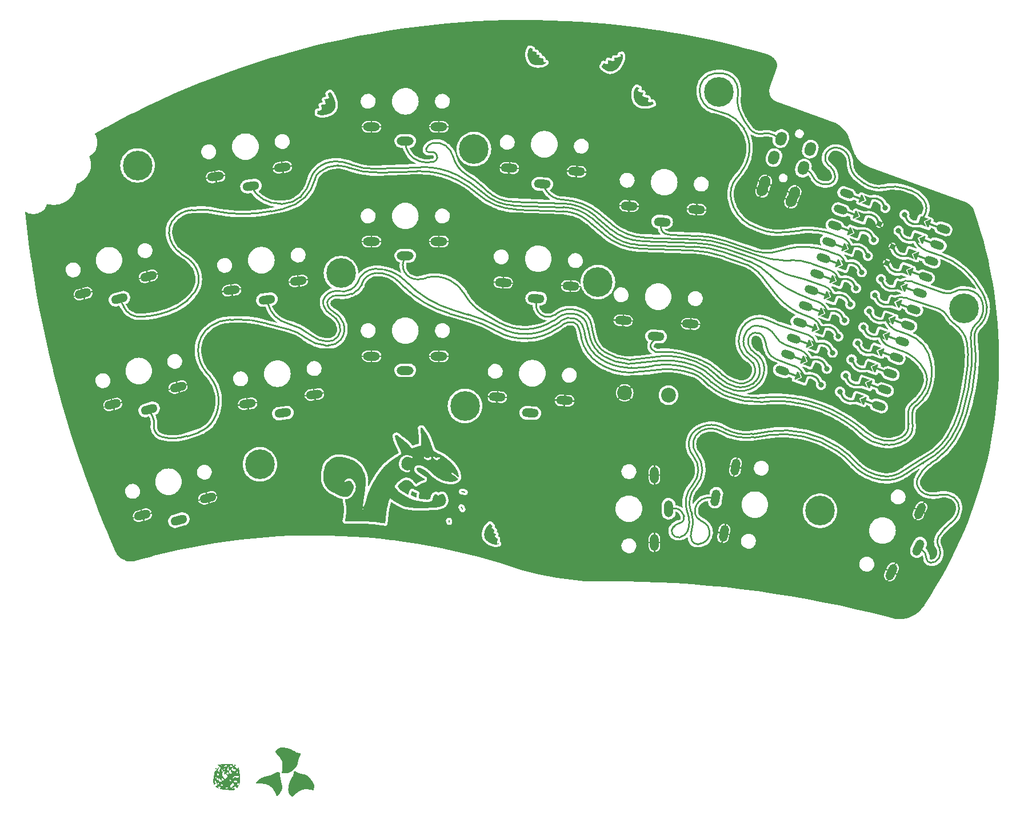
<source format=gbr>
%TF.GenerationSoftware,KiCad,Pcbnew,7.0.10*%
%TF.CreationDate,2024-03-16T17:25:43+01:00*%
%TF.ProjectId,chew_v1,63686577-5f76-4312-9e6b-696361645f70,rev?*%
%TF.SameCoordinates,Original*%
%TF.FileFunction,Copper,L2,Bot*%
%TF.FilePolarity,Positive*%
%FSLAX46Y46*%
G04 Gerber Fmt 4.6, Leading zero omitted, Abs format (unit mm)*
G04 Created by KiCad (PCBNEW 7.0.10) date 2024-03-16 17:25:43*
%MOMM*%
%LPD*%
G01*
G04 APERTURE LIST*
G04 Aperture macros list*
%AMHorizOval*
0 Thick line with rounded ends*
0 $1 width*
0 $2 $3 position (X,Y) of the first rounded end (center of the circle)*
0 $4 $5 position (X,Y) of the second rounded end (center of the circle)*
0 Add line between two ends*
20,1,$1,$2,$3,$4,$5,0*
0 Add two circle primitives to create the rounded ends*
1,1,$1,$2,$3*
1,1,$1,$4,$5*%
%AMRotRect*
0 Rectangle, with rotation*
0 The origin of the aperture is its center*
0 $1 length*
0 $2 width*
0 $3 Rotation angle, in degrees counterclockwise*
0 Add horizontal line*
21,1,$1,$2,0,0,$3*%
%AMFreePoly0*
4,1,6,0.600001,0.200000,0.000000,-0.400000,-0.600001,0.200000,-0.600000,0.400000,0.600000,0.400000,0.600001,0.200000,0.600001,0.200000,$1*%
%AMFreePoly1*
4,1,6,0.600000,-0.250000,-0.600000,-0.250000,-0.600000,1.000000,0.000000,0.400000,0.600000,1.000001,0.600000,-0.250000,0.600000,-0.250000,$1*%
%AMFreePoly2*
4,1,46,0.086104,0.207873,0.159099,0.159099,0.207873,0.086104,0.225000,0.000000,0.217139,-0.039519,0.268166,-0.107555,0.268170,-0.107565,0.392750,-0.300266,0.489395,-0.508396,0.556229,-0.727923,0.591960,-0.954598,0.595897,-1.184038,0.567963,-1.411807,0.508699,-1.633497,0.419251,-1.844821,0.301349,-2.041691,0.157278,-2.220293,0.157275,-2.220300,-0.290081,-2.702068,-0.355841,-2.743353,
-0.433434,-2.746227,-0.502067,-2.709919,-0.543353,-2.644159,-0.546227,-2.566566,-0.509919,-2.497932,-0.062564,-2.016164,0.008554,-1.939468,0.125584,-1.766081,0.214510,-1.576735,0.273208,-1.375952,0.300277,-1.168523,0.295071,-0.959401,0.257715,-0.753576,0.189099,-0.555961,0.090863,-0.371275,0.028162,-0.287550,-0.022037,-0.220616,-0.086104,-0.207873,-0.159099,-0.159099,-0.207873,-0.086104,
-0.225000,0.000000,-0.207873,0.086104,-0.159099,0.159099,-0.086104,0.207873,0.000000,0.225000,0.086104,0.207873,0.086104,0.207873,$1*%
%AMFreePoly3*
4,1,46,0.502067,2.709919,0.543353,2.644159,0.546226,2.566566,0.509919,2.497932,0.062564,2.016164,-0.008554,1.939468,-0.125584,1.766081,-0.214510,1.576735,-0.273208,1.375952,-0.300277,1.168523,-0.295071,0.959401,-0.257715,0.753576,-0.189099,0.555961,-0.090863,0.371275,-0.028162,0.287550,0.022037,0.220616,0.086104,0.207873,0.159099,0.159099,0.207873,0.086104,0.225000,0.000000,
0.207873,-0.086104,0.159099,-0.159099,0.086104,-0.207873,0.000000,-0.225000,-0.086104,-0.207873,-0.159099,-0.159099,-0.207873,-0.086104,-0.225000,0.000000,-0.217139,0.039519,-0.268166,0.107555,-0.268170,0.107565,-0.392750,0.300266,-0.489395,0.508396,-0.556229,0.727923,-0.591960,0.954598,-0.595897,1.184038,-0.567963,1.411807,-0.508699,1.633497,-0.419251,1.844821,-0.301349,2.041691,
-0.157278,2.220293,-0.157275,2.220300,0.290081,2.702067,0.355841,2.743353,0.433434,2.746226,0.502067,2.709919,0.502067,2.709919,$1*%
G04 Aperture macros list end*
%TA.AperFunction,ComponentPad*%
%ADD10HorizOval,1.600000X0.085505X0.234923X-0.085505X-0.234923X0*%
%TD*%
%TA.AperFunction,ComponentPad*%
%ADD11HorizOval,1.600000X-0.085505X-0.234923X0.085505X0.234923X0*%
%TD*%
%TA.AperFunction,ComponentPad*%
%ADD12HorizOval,1.600000X-0.068404X-0.187939X0.068404X0.187939X0*%
%TD*%
%TA.AperFunction,ComponentPad*%
%ADD13HorizOval,1.600000X0.068404X0.187939X-0.068404X-0.187939X0*%
%TD*%
%TA.AperFunction,ComponentPad*%
%ADD14O,2.500000X1.300000*%
%TD*%
%TA.AperFunction,ComponentPad*%
%ADD15HorizOval,1.200000X0.422862X-0.153909X-0.422862X0.153909X0*%
%TD*%
%TA.AperFunction,SMDPad,CuDef*%
%ADD16RotRect,0.300000X2.700000X70.000000*%
%TD*%
%TA.AperFunction,SMDPad,CuDef*%
%ADD17FreePoly0,70.000000*%
%TD*%
%TA.AperFunction,SMDPad,CuDef*%
%ADD18FreePoly0,250.000000*%
%TD*%
%TA.AperFunction,SMDPad,CuDef*%
%ADD19RotRect,0.300000X2.700000X250.000000*%
%TD*%
%TA.AperFunction,ComponentPad*%
%ADD20C,0.800000*%
%TD*%
%TA.AperFunction,SMDPad,CuDef*%
%ADD21FreePoly1,250.000000*%
%TD*%
%TA.AperFunction,SMDPad,CuDef*%
%ADD22FreePoly2,250.000000*%
%TD*%
%TA.AperFunction,ComponentPad*%
%ADD23C,0.848528*%
%TD*%
%TA.AperFunction,SMDPad,CuDef*%
%ADD24FreePoly3,250.000000*%
%TD*%
%TA.AperFunction,SMDPad,CuDef*%
%ADD25FreePoly1,70.000000*%
%TD*%
%TA.AperFunction,ComponentPad*%
%ADD26HorizOval,1.300000X-0.599178X0.031402X0.599178X-0.031402X0*%
%TD*%
%TA.AperFunction,ComponentPad*%
%ADD27HorizOval,1.300000X0.104189X0.590885X-0.104189X-0.590885X0*%
%TD*%
%TA.AperFunction,ComponentPad*%
%ADD28C,4.400000*%
%TD*%
%TA.AperFunction,ComponentPad*%
%ADD29HorizOval,1.300000X-0.594161X-0.083504X0.594161X0.083504X0*%
%TD*%
%TA.AperFunction,ComponentPad*%
%ADD30HorizOval,1.300000X-0.579555X-0.155291X0.579555X0.155291X0*%
%TD*%
%TA.AperFunction,ComponentPad*%
%ADD31C,2.200000*%
%TD*%
%TA.AperFunction,ComponentPad*%
%ADD32HorizOval,1.300000X-0.253571X-0.543785X0.253571X0.543785X0*%
%TD*%
%TA.AperFunction,ComponentPad*%
%ADD33O,1.300000X2.500000*%
%TD*%
%TA.AperFunction,Conductor*%
%ADD34C,0.250000*%
%TD*%
G04 APERTURE END LIST*
%TA.AperFunction,EtchedComponent*%
%TO.C,G\u002A\u002A\u002A*%
G36*
X112584578Y-126726762D02*
G01*
X112593195Y-126733576D01*
X112609583Y-126746164D01*
X112631065Y-126762461D01*
X112655224Y-126780628D01*
X112660973Y-126784950D01*
X112717182Y-126829557D01*
X112762089Y-126869997D01*
X112795818Y-126906384D01*
X112818490Y-126938838D01*
X112820657Y-126942682D01*
X112833089Y-126964188D01*
X112843306Y-126980111D01*
X112854409Y-126994980D01*
X112869496Y-127013327D01*
X112872837Y-127017319D01*
X112883704Y-127030469D01*
X112890369Y-127038776D01*
X112891815Y-127040481D01*
X112900632Y-127046905D01*
X112901563Y-127047309D01*
X112909692Y-127056568D01*
X112914607Y-127071120D01*
X112914078Y-127084712D01*
X112910552Y-127097879D01*
X112907345Y-127115287D01*
X112907247Y-127115928D01*
X112902217Y-127130962D01*
X112894369Y-127139869D01*
X112886948Y-127147137D01*
X112881333Y-127161110D01*
X112878327Y-127172800D01*
X112874464Y-127179713D01*
X112869698Y-127184105D01*
X112861284Y-127194519D01*
X112854683Y-127202251D01*
X112850571Y-127204064D01*
X112849189Y-127203755D01*
X112844934Y-127210039D01*
X112842628Y-127215149D01*
X112835922Y-127230089D01*
X112827590Y-127248711D01*
X112822173Y-127259552D01*
X112812072Y-127275116D01*
X112803364Y-127283462D01*
X112801743Y-127284392D01*
X112793464Y-127295971D01*
X112789127Y-127314057D01*
X112789317Y-127334106D01*
X112794619Y-127351570D01*
X112801999Y-127364951D01*
X112809745Y-127378890D01*
X112811946Y-127381874D01*
X112824095Y-127391890D01*
X112840913Y-127401185D01*
X112847941Y-127404519D01*
X112860468Y-127411976D01*
X112865155Y-127417284D01*
X112865528Y-127419311D01*
X112872391Y-127423307D01*
X112875377Y-127424254D01*
X112887058Y-127431092D01*
X112901664Y-127442131D01*
X112910047Y-127449030D01*
X112934022Y-127467521D01*
X112953019Y-127480228D01*
X112965112Y-127485824D01*
X112967812Y-127486581D01*
X112968909Y-127489107D01*
X112969712Y-127492169D01*
X112977111Y-127501607D01*
X112989795Y-127514848D01*
X112999790Y-127524741D01*
X113012699Y-127537956D01*
X113020154Y-127546177D01*
X113022892Y-127549624D01*
X113027061Y-127554750D01*
X113029549Y-127558533D01*
X113031471Y-127560435D01*
X113040964Y-127567933D01*
X113055405Y-127578485D01*
X113070068Y-127589169D01*
X113092021Y-127605670D01*
X113113659Y-127622367D01*
X113114399Y-127622946D01*
X113131975Y-127636144D01*
X113146042Y-127645714D01*
X113153616Y-127649619D01*
X113157768Y-127651755D01*
X113164763Y-127661085D01*
X113168611Y-127666744D01*
X113175308Y-127669247D01*
X113176867Y-127668770D01*
X113183532Y-127672435D01*
X113186617Y-127676272D01*
X113196993Y-127683238D01*
X113203304Y-127686199D01*
X113216437Y-127692418D01*
X113226435Y-127699845D01*
X113235761Y-127717360D01*
X113235944Y-127738371D01*
X113234716Y-127742883D01*
X113226456Y-127764355D01*
X113214084Y-127789986D01*
X113199930Y-127815215D01*
X113186326Y-127835486D01*
X113185801Y-127836176D01*
X113174494Y-127854011D01*
X113164867Y-127873681D01*
X113162844Y-127878516D01*
X113151160Y-127902356D01*
X113136935Y-127926820D01*
X113122093Y-127948982D01*
X113108563Y-127965922D01*
X113098269Y-127974715D01*
X113090168Y-127980112D01*
X113087404Y-127986520D01*
X113087831Y-127988967D01*
X113082738Y-127995433D01*
X113082449Y-127995596D01*
X113077152Y-128003515D01*
X113070389Y-128019746D01*
X113063550Y-128040993D01*
X113058261Y-128064471D01*
X113056901Y-128088856D01*
X113061636Y-128105082D01*
X113072306Y-128111847D01*
X113076807Y-128114121D01*
X113082110Y-128123999D01*
X113087521Y-128135323D01*
X113102552Y-128147459D01*
X113123165Y-128154789D01*
X113145652Y-128155477D01*
X113152074Y-128154784D01*
X113167032Y-128155387D01*
X113174650Y-128159169D01*
X113176414Y-128161986D01*
X113182453Y-128164571D01*
X113182645Y-128164497D01*
X113190548Y-128166491D01*
X113202964Y-128173537D01*
X113218047Y-128182556D01*
X113236651Y-128191522D01*
X113237763Y-128191973D01*
X113248026Y-128197276D01*
X113249843Y-128200636D01*
X113248721Y-128201650D01*
X113252945Y-128204242D01*
X113253827Y-128204471D01*
X113264265Y-128208513D01*
X113281804Y-128216234D01*
X113303170Y-128226204D01*
X113305263Y-128227203D01*
X113328630Y-128237928D01*
X113349740Y-128246953D01*
X113364248Y-128252416D01*
X113364343Y-128252447D01*
X113378014Y-128258237D01*
X113385312Y-128264113D01*
X113391347Y-128268825D01*
X113404411Y-128272953D01*
X113414616Y-128275488D01*
X113416698Y-128277715D01*
X113417252Y-128279605D01*
X113425388Y-128285961D01*
X113440015Y-128294807D01*
X113449892Y-128300543D01*
X113463401Y-128309393D01*
X113469691Y-128315004D01*
X113469922Y-128316023D01*
X113468091Y-128326081D01*
X113462785Y-128341776D01*
X113455741Y-128358820D01*
X113448702Y-128372918D01*
X113443410Y-128379781D01*
X113439379Y-128384447D01*
X113434285Y-128396340D01*
X113432616Y-128401051D01*
X113425479Y-128414619D01*
X113412838Y-128432917D01*
X113393293Y-128458055D01*
X113388490Y-128463063D01*
X113375671Y-128472049D01*
X113370141Y-128475286D01*
X113363419Y-128482392D01*
X113363211Y-128482938D01*
X113360843Y-128486794D01*
X113355296Y-128491625D01*
X113344169Y-128499253D01*
X113325063Y-128511499D01*
X113314119Y-128519541D01*
X113291353Y-128541750D01*
X113270030Y-128568750D01*
X113253875Y-128596113D01*
X113253428Y-128597113D01*
X113249711Y-128611681D01*
X113248117Y-128630102D01*
X113248566Y-128648393D01*
X113250982Y-128662571D01*
X113255286Y-128668653D01*
X113262119Y-128671738D01*
X113272793Y-128680805D01*
X113282798Y-128689483D01*
X113298656Y-128699067D01*
X113313461Y-128705772D01*
X113331956Y-128714153D01*
X113345564Y-128722552D01*
X113354178Y-128732032D01*
X113357408Y-128737146D01*
X113365256Y-128742690D01*
X113368470Y-128744504D01*
X113377496Y-128754122D01*
X113388258Y-128769084D01*
X113394212Y-128777555D01*
X113406135Y-128791006D01*
X113415645Y-128797562D01*
X113421568Y-128800002D01*
X113429949Y-128807816D01*
X113435828Y-128813796D01*
X113448631Y-128820180D01*
X113455329Y-128823774D01*
X113470341Y-128834955D01*
X113489482Y-128851367D01*
X113510202Y-128870910D01*
X113524870Y-128885095D01*
X113543916Y-128902603D01*
X113559158Y-128915559D01*
X113568223Y-128921878D01*
X113575279Y-128925936D01*
X113583054Y-128933837D01*
X113583922Y-128934968D01*
X113593623Y-128938653D01*
X113609355Y-128939663D01*
X113613395Y-128939581D01*
X113627867Y-128940817D01*
X113634963Y-128944000D01*
X113637781Y-128946588D01*
X113649552Y-128952898D01*
X113666804Y-128959970D01*
X113674042Y-128962687D01*
X113689104Y-128970029D01*
X113697544Y-128979037D01*
X113703250Y-128993265D01*
X113705771Y-129006854D01*
X113705515Y-129033441D01*
X113700731Y-129061310D01*
X113692125Y-129084642D01*
X113689067Y-129092852D01*
X113689134Y-129103523D01*
X113689731Y-129111993D01*
X113686060Y-129125834D01*
X113682552Y-129137419D01*
X113682533Y-129147170D01*
X113682389Y-129155733D01*
X113679244Y-129172355D01*
X113673773Y-129193415D01*
X113668384Y-129214458D01*
X113665292Y-129231700D01*
X113665261Y-129241069D01*
X113665222Y-129246731D01*
X113661043Y-129261126D01*
X113653179Y-129279309D01*
X113647183Y-129292292D01*
X113641486Y-129307471D01*
X113640174Y-129315696D01*
X113640413Y-129318859D01*
X113638301Y-129331636D01*
X113633460Y-129349151D01*
X113630775Y-129358195D01*
X113624407Y-129384124D01*
X113619578Y-129409533D01*
X113617512Y-129422456D01*
X113614622Y-129438432D01*
X113612701Y-129446433D01*
X113611554Y-129452516D01*
X113610460Y-129466623D01*
X113609361Y-129490116D01*
X113608175Y-129524406D01*
X113608758Y-129533102D01*
X113611392Y-129551325D01*
X113615477Y-129572966D01*
X113616370Y-129577061D01*
X113623732Y-129601799D01*
X113634880Y-129623935D01*
X113651814Y-129646772D01*
X113676539Y-129673610D01*
X113688717Y-129685408D01*
X113698567Y-129690890D01*
X113710213Y-129690330D01*
X113728537Y-129684776D01*
X113750204Y-129675869D01*
X113779414Y-129655217D01*
X113797080Y-129638822D01*
X113810588Y-129630182D01*
X113821156Y-129631171D01*
X113831564Y-129642140D01*
X113844590Y-129663437D01*
X113857147Y-129684670D01*
X113869816Y-129704984D01*
X113879350Y-129719116D01*
X113886840Y-129730256D01*
X113887038Y-129735468D01*
X113879473Y-129737018D01*
X113873148Y-129738384D01*
X113856561Y-129743881D01*
X113833886Y-129752551D01*
X113808110Y-129763295D01*
X113794168Y-129769094D01*
X113762305Y-129780968D01*
X113731247Y-129790980D01*
X113706100Y-129797424D01*
X113646887Y-129808368D01*
X113581037Y-129818356D01*
X113521570Y-129824942D01*
X113471051Y-129827796D01*
X113461349Y-129828003D01*
X113426763Y-129828967D01*
X113391879Y-129830218D01*
X113362951Y-129831538D01*
X113334300Y-129831815D01*
X113304774Y-129830060D01*
X113280973Y-129826645D01*
X113266338Y-129823822D01*
X113249655Y-129821713D01*
X113240666Y-129822073D01*
X113236165Y-129821919D01*
X113221905Y-129818377D01*
X113200891Y-129811650D01*
X113175827Y-129802549D01*
X113158783Y-129796304D01*
X113134421Y-129788346D01*
X113115156Y-129783223D01*
X113104092Y-129781828D01*
X113091426Y-129780535D01*
X113075705Y-129774068D01*
X113063397Y-129768335D01*
X113054207Y-129767510D01*
X113053978Y-129767604D01*
X113044276Y-129767498D01*
X113026446Y-129764452D01*
X113003805Y-129759228D01*
X112979672Y-129752587D01*
X112957364Y-129745289D01*
X112954674Y-129744342D01*
X112937028Y-129738702D01*
X112912973Y-129731562D01*
X112886898Y-129724233D01*
X112878276Y-129721846D01*
X112856296Y-129715405D01*
X112840107Y-129710141D01*
X112832723Y-129707010D01*
X112831870Y-129706418D01*
X112822296Y-129701615D01*
X112805390Y-129694033D01*
X112784395Y-129685042D01*
X112762554Y-129676011D01*
X112743110Y-129668311D01*
X112729305Y-129663313D01*
X112714621Y-129658550D01*
X112684762Y-129648548D01*
X112664732Y-129641214D01*
X112653171Y-129636025D01*
X112648710Y-129632458D01*
X112643779Y-129627884D01*
X112631911Y-129621721D01*
X112608761Y-129612447D01*
X112573226Y-129597841D01*
X112545956Y-129585949D01*
X112524867Y-129575796D01*
X112507871Y-129566407D01*
X112492884Y-129556812D01*
X112484338Y-129551136D01*
X112463165Y-129537636D01*
X112436201Y-129520866D01*
X112406133Y-129502457D01*
X112375649Y-129484038D01*
X112347438Y-129467239D01*
X112324185Y-129453692D01*
X112308581Y-129445026D01*
X112299519Y-129438485D01*
X112289650Y-129426040D01*
X112284624Y-129418708D01*
X112273815Y-129411326D01*
X112266877Y-129407474D01*
X112253527Y-129396546D01*
X112238331Y-129381561D01*
X112226593Y-129369712D01*
X112210820Y-129355768D01*
X112199002Y-129347560D01*
X112182074Y-129338392D01*
X112167241Y-129328933D01*
X112157457Y-129321225D01*
X112155584Y-129317266D01*
X112154882Y-129314764D01*
X112146277Y-129309814D01*
X112133620Y-129301155D01*
X112120964Y-129287855D01*
X112120813Y-129287655D01*
X112109354Y-129275099D01*
X112098947Y-129267538D01*
X112095825Y-129266162D01*
X112079420Y-129256324D01*
X112060533Y-129240377D01*
X112036845Y-129216411D01*
X112022699Y-129201462D01*
X112009580Y-129187841D01*
X112001815Y-129180074D01*
X111995314Y-129173800D01*
X111986726Y-129164152D01*
X111975558Y-129149618D01*
X111968334Y-129140103D01*
X111950883Y-129118298D01*
X111934327Y-129099024D01*
X111920798Y-129084703D01*
X111912424Y-129077761D01*
X111904323Y-129070788D01*
X111894921Y-129058086D01*
X111886362Y-129046096D01*
X111877822Y-129038003D01*
X111870182Y-129031543D01*
X111860124Y-129019512D01*
X111851530Y-129009096D01*
X111842793Y-129001739D01*
X111837734Y-128998291D01*
X111827965Y-128988228D01*
X111824117Y-128982025D01*
X111815509Y-128966101D01*
X111804248Y-128943977D01*
X111791776Y-128918431D01*
X111785884Y-128905905D01*
X111771829Y-128872952D01*
X111762859Y-128845431D01*
X111757733Y-128819750D01*
X111754905Y-128801112D01*
X111750937Y-128778730D01*
X111747481Y-128762955D01*
X111747221Y-128761972D01*
X111743684Y-128746213D01*
X111739201Y-128723418D01*
X111734679Y-128698169D01*
X111729253Y-128666739D01*
X111722338Y-128628692D01*
X111715797Y-128595418D01*
X111715281Y-128592486D01*
X111713487Y-128576234D01*
X111712321Y-128556608D01*
X111712103Y-128551741D01*
X111710275Y-128531273D01*
X111707589Y-128515382D01*
X111706507Y-128510601D01*
X111703355Y-128492393D01*
X111700621Y-128471460D01*
X111699651Y-128463005D01*
X111697115Y-128444273D01*
X111694904Y-128431871D01*
X111694896Y-128431834D01*
X111694129Y-128418370D01*
X111695903Y-128401082D01*
X111697804Y-128382913D01*
X111697405Y-128365573D01*
X111697367Y-128365277D01*
X111696573Y-128351203D01*
X111696446Y-128329631D01*
X111697015Y-128305107D01*
X111697107Y-128302533D01*
X111697476Y-128280080D01*
X111697026Y-128262649D01*
X111695836Y-128253828D01*
X111695123Y-128248532D01*
X111698210Y-128236457D01*
X111700213Y-128229115D01*
X111702264Y-128212391D01*
X111703267Y-128192651D01*
X111703011Y-128174932D01*
X111701279Y-128164274D01*
X111701046Y-128163242D01*
X111701532Y-128153214D01*
X111703903Y-128137410D01*
X111704679Y-128133064D01*
X111706792Y-128118576D01*
X111707072Y-128111308D01*
X111706677Y-128108906D01*
X111706832Y-128096250D01*
X111708203Y-128076777D01*
X111710405Y-128054199D01*
X111713054Y-128032219D01*
X111715762Y-128014545D01*
X111718145Y-128004882D01*
X111720210Y-127998298D01*
X111719568Y-127986730D01*
X111718591Y-127983299D01*
X111721548Y-127976524D01*
X111723402Y-127975010D01*
X111723784Y-127966871D01*
X111722921Y-127959629D01*
X111725959Y-127946245D01*
X111725992Y-127946159D01*
X111730160Y-127933391D01*
X111735797Y-127913109D01*
X111741691Y-127889666D01*
X111743008Y-127884434D01*
X111749840Y-127860891D01*
X111759756Y-127830074D01*
X111772113Y-127793693D01*
X111786274Y-127753462D01*
X111801598Y-127711092D01*
X111817448Y-127668298D01*
X111833183Y-127626786D01*
X111848166Y-127588275D01*
X111861753Y-127554472D01*
X111873310Y-127527091D01*
X111882194Y-127507844D01*
X111887768Y-127498442D01*
X111889659Y-127495804D01*
X111890600Y-127486453D01*
X111890070Y-127484171D01*
X111894916Y-127481257D01*
X111897450Y-127481165D01*
X111899524Y-127476687D01*
X111899280Y-127475461D01*
X111902130Y-127465643D01*
X111909788Y-127451734D01*
X111910672Y-127450371D01*
X111921220Y-127432635D01*
X111929259Y-127416834D01*
X111934870Y-127404908D01*
X111941920Y-127391954D01*
X111943249Y-127389832D01*
X111956771Y-127367945D01*
X111969409Y-127347023D01*
X111979295Y-127330192D01*
X111984560Y-127320584D01*
X111986084Y-127317345D01*
X111997437Y-127293616D01*
X112005029Y-127278784D01*
X112009968Y-127270815D01*
X112013357Y-127267679D01*
X112015336Y-127265884D01*
X112022293Y-127255740D01*
X112030873Y-127240211D01*
X112031009Y-127239941D01*
X112042051Y-127220408D01*
X112054709Y-127201191D01*
X112066525Y-127185775D01*
X112075037Y-127177645D01*
X112078124Y-127174466D01*
X112083933Y-127164057D01*
X112087708Y-127157644D01*
X112098523Y-127143504D01*
X112112706Y-127127503D01*
X112121232Y-127118299D01*
X112139285Y-127097712D01*
X112154266Y-127079347D01*
X112159499Y-127072750D01*
X112171922Y-127058573D01*
X112181168Y-127049953D01*
X112187494Y-127044440D01*
X112200078Y-127031503D01*
X112214572Y-127015195D01*
X112225257Y-127003394D01*
X112247247Y-126981596D01*
X112268754Y-126962684D01*
X112274925Y-126957714D01*
X112291270Y-126944472D01*
X112301608Y-126935848D01*
X112308684Y-126929505D01*
X112315242Y-126923104D01*
X112319658Y-126919077D01*
X112334033Y-126907204D01*
X112354119Y-126891388D01*
X112377191Y-126873706D01*
X112400522Y-126856239D01*
X112421382Y-126841064D01*
X112437045Y-126830261D01*
X112445870Y-126824479D01*
X112461098Y-126814359D01*
X112470443Y-126807954D01*
X112476127Y-126803916D01*
X112495014Y-126791174D01*
X112515210Y-126778286D01*
X112533859Y-126766998D01*
X112548102Y-126759058D01*
X112555084Y-126756211D01*
X112556936Y-126755956D01*
X112561090Y-126749454D01*
X112561779Y-126746906D01*
X112567929Y-126742795D01*
X112569885Y-126741129D01*
X112565840Y-126733772D01*
X112562133Y-126727071D01*
X112564442Y-126721042D01*
X112573002Y-126720536D01*
X112584578Y-126726762D01*
G37*
%TD.AperFunction*%
%TA.AperFunction,EtchedComponent*%
G36*
X106504382Y-126200332D02*
G01*
X106543512Y-126232725D01*
X106548734Y-126238827D01*
X106564524Y-126261408D01*
X106575938Y-126288035D01*
X106585027Y-126324590D01*
X106593847Y-126376955D01*
X106598118Y-126406295D01*
X106604620Y-126461682D01*
X106605861Y-126501500D01*
X106601422Y-126529737D01*
X106590881Y-126550380D01*
X106573821Y-126567420D01*
X106572794Y-126568236D01*
X106544197Y-126583579D01*
X106516423Y-126588246D01*
X106495860Y-126581153D01*
X106469267Y-126560232D01*
X106449398Y-126532956D01*
X106442922Y-126506720D01*
X106443622Y-126496506D01*
X106440690Y-126450400D01*
X106430386Y-126400584D01*
X106414871Y-126355545D01*
X106396308Y-126323767D01*
X106388270Y-126313649D01*
X106371655Y-126276329D01*
X106376445Y-126241088D01*
X106402569Y-126209207D01*
X106422901Y-126196255D01*
X106463284Y-126188027D01*
X106504382Y-126200332D01*
G37*
%TD.AperFunction*%
%TA.AperFunction,EtchedComponent*%
G36*
X108318504Y-124200077D02*
G01*
X108355557Y-124217314D01*
X108394318Y-124249583D01*
X108430226Y-124292484D01*
X108458715Y-124341621D01*
X108459118Y-124342500D01*
X108479769Y-124387601D01*
X108504157Y-124440878D01*
X108527092Y-124490987D01*
X108545816Y-124534489D01*
X108562447Y-124585155D01*
X108566599Y-124623520D01*
X108558459Y-124652727D01*
X108538220Y-124675924D01*
X108536938Y-124676942D01*
X108507456Y-124693050D01*
X108479398Y-124697902D01*
X108478778Y-124697830D01*
X108455612Y-124688109D01*
X108430944Y-124668567D01*
X108411706Y-124645837D01*
X108404829Y-124626550D01*
X108403306Y-124616693D01*
X108393239Y-124588843D01*
X108375889Y-124549904D01*
X108353634Y-124504502D01*
X108328851Y-124457265D01*
X108303919Y-124412820D01*
X108281216Y-124375795D01*
X108263120Y-124350816D01*
X108250195Y-124335049D01*
X108228393Y-124300047D01*
X108223215Y-124272262D01*
X108228855Y-124253648D01*
X108250164Y-124225417D01*
X108279885Y-124204938D01*
X108310380Y-124198665D01*
X108318504Y-124200077D01*
G37*
%TD.AperFunction*%
%TA.AperFunction,EtchedComponent*%
G36*
X108511328Y-121901081D02*
G01*
X108528466Y-121903688D01*
X108592451Y-121914209D01*
X108642319Y-121924375D01*
X108684200Y-121935802D01*
X108724224Y-121950108D01*
X108768519Y-121968910D01*
X108791623Y-121979650D01*
X108835177Y-122002428D01*
X108869694Y-122023805D01*
X108889573Y-122040471D01*
X108891900Y-122043455D01*
X108907625Y-122079696D01*
X108902403Y-122115752D01*
X108876677Y-122147934D01*
X108865554Y-122156536D01*
X108848990Y-122165659D01*
X108830856Y-122167826D01*
X108806646Y-122162406D01*
X108771855Y-122148768D01*
X108721977Y-122126284D01*
X108683574Y-122109484D01*
X108643374Y-122094798D01*
X108600498Y-122083039D01*
X108548621Y-122072503D01*
X108481417Y-122061488D01*
X108427860Y-122053071D01*
X108383243Y-122045205D01*
X108352925Y-122038159D01*
X108333027Y-122030784D01*
X108319666Y-122021932D01*
X108308964Y-122010454D01*
X108305964Y-122006573D01*
X108290482Y-121970190D01*
X108296122Y-121934219D01*
X108322496Y-121901772D01*
X108352833Y-121877206D01*
X108511328Y-121901081D01*
G37*
%TD.AperFunction*%
%TA.AperFunction,EtchedComponent*%
G36*
X101021248Y-121889546D02*
G01*
X101046257Y-121903814D01*
X101078523Y-121923671D01*
X101105843Y-121940648D01*
X101136879Y-121958670D01*
X101170516Y-121976441D01*
X101211114Y-121996149D01*
X101263032Y-122019979D01*
X101330630Y-122050118D01*
X101353364Y-122060202D01*
X101402227Y-122082019D01*
X101445859Y-122101674D01*
X101476915Y-122115867D01*
X101478993Y-122116831D01*
X101505098Y-122128567D01*
X101531191Y-122139300D01*
X101562448Y-122150968D01*
X101604044Y-122165510D01*
X101661158Y-122184864D01*
X101690369Y-122195994D01*
X101713799Y-122207946D01*
X101721692Y-122216474D01*
X101721588Y-122216912D01*
X101719179Y-122232213D01*
X101714384Y-122265918D01*
X101707597Y-122315161D01*
X101699206Y-122377082D01*
X101689605Y-122448817D01*
X101679184Y-122527506D01*
X101639555Y-122828263D01*
X101595880Y-122816647D01*
X101581158Y-122812674D01*
X101498429Y-122788500D01*
X101412490Y-122760660D01*
X101327386Y-122730688D01*
X101247160Y-122700111D01*
X101175858Y-122670460D01*
X101117523Y-122643265D01*
X101076198Y-122620054D01*
X101055107Y-122607682D01*
X101019097Y-122588921D01*
X100979364Y-122569952D01*
X100944164Y-122553695D01*
X100873803Y-122518876D01*
X100823723Y-122490155D01*
X100794095Y-122467638D01*
X100785093Y-122451431D01*
X100785925Y-122446197D01*
X100793322Y-122417705D01*
X100806728Y-122374775D01*
X100824591Y-122321817D01*
X100845357Y-122263243D01*
X100867475Y-122203462D01*
X100889391Y-122146884D01*
X100909554Y-122097922D01*
X100921095Y-122071032D01*
X100943189Y-122019433D01*
X100963172Y-121972630D01*
X100977795Y-121938221D01*
X100987938Y-121915991D01*
X101000882Y-121892747D01*
X101009264Y-121884080D01*
X101021248Y-121889546D01*
G37*
%TD.AperFunction*%
%TA.AperFunction,EtchedComponent*%
G36*
X102456667Y-112483362D02*
G01*
X102468517Y-112485455D01*
X102499431Y-112496300D01*
X102529284Y-112512313D01*
X102551507Y-112529599D01*
X102559528Y-112544271D01*
X102560686Y-112551259D01*
X102573734Y-112565279D01*
X102580760Y-112570650D01*
X102587746Y-112588126D01*
X102587648Y-112592559D01*
X102592035Y-112615779D01*
X102601450Y-112643002D01*
X102612595Y-112665824D01*
X102622170Y-112675838D01*
X102633406Y-112682060D01*
X102655387Y-112701988D01*
X102682326Y-112731257D01*
X102709833Y-112765385D01*
X102726873Y-112788104D01*
X102753167Y-112823194D01*
X102780754Y-112860037D01*
X102781511Y-112861050D01*
X102803931Y-112893035D01*
X102819546Y-112919013D01*
X102825016Y-112933445D01*
X102829010Y-112945340D01*
X102843267Y-112969935D01*
X102864485Y-113000393D01*
X102871054Y-113009171D01*
X102917209Y-113071508D01*
X102950242Y-113117505D01*
X102970001Y-113146939D01*
X102976328Y-113159589D01*
X102976318Y-113159696D01*
X102979020Y-113167930D01*
X102989342Y-113184162D01*
X103009338Y-113211339D01*
X103041068Y-113252411D01*
X103057510Y-113274580D01*
X103071340Y-113296302D01*
X103074582Y-113306382D01*
X103074326Y-113307295D01*
X103081005Y-113320167D01*
X103098173Y-113344262D01*
X103122813Y-113375275D01*
X103127608Y-113381139D01*
X103152067Y-113413791D01*
X103168898Y-113440899D01*
X103174693Y-113457096D01*
X103175764Y-113463982D01*
X103187186Y-113486397D01*
X103207300Y-113512766D01*
X103217995Y-113525251D01*
X103234541Y-113547238D01*
X103240664Y-113559724D01*
X103241164Y-113562501D01*
X103250351Y-113579462D01*
X103267592Y-113603391D01*
X103283057Y-113626494D01*
X103304249Y-113665335D01*
X103323314Y-113707072D01*
X103338913Y-113741932D01*
X103358247Y-113778490D01*
X103374713Y-113803125D01*
X103375609Y-113804190D01*
X103391079Y-113827898D01*
X103396502Y-113846912D01*
X103396572Y-113854343D01*
X103404080Y-113877357D01*
X103423936Y-113908327D01*
X103444683Y-113943868D01*
X103456484Y-113970239D01*
X103461825Y-113992391D01*
X103467617Y-114013737D01*
X103476577Y-114024033D01*
X103481115Y-114026167D01*
X103485545Y-114040840D01*
X103486896Y-114050344D01*
X103496086Y-114076124D01*
X103511308Y-114108056D01*
X103521328Y-114128259D01*
X103533138Y-114157422D01*
X103537034Y-114175623D01*
X103537999Y-114185351D01*
X103549132Y-114205790D01*
X103550780Y-114207737D01*
X103560494Y-114229879D01*
X103566204Y-114260528D01*
X103566680Y-114265135D01*
X103574630Y-114295888D01*
X103587536Y-114316838D01*
X103600296Y-114334310D01*
X103609864Y-114362660D01*
X103617707Y-114392032D01*
X103631984Y-114424378D01*
X103632413Y-114425143D01*
X103644175Y-114452147D01*
X103648007Y-114473235D01*
X103648538Y-114481822D01*
X103657247Y-114491667D01*
X103665923Y-114498238D01*
X103675452Y-114518201D01*
X103680588Y-114536669D01*
X103690751Y-114576037D01*
X103694356Y-114595869D01*
X103695003Y-114598554D01*
X103703147Y-114616158D01*
X103717600Y-114642082D01*
X103722555Y-114650936D01*
X103733898Y-114677159D01*
X103736315Y-114694050D01*
X103735951Y-114695734D01*
X103739681Y-114714968D01*
X103751821Y-114740857D01*
X103752679Y-114742343D01*
X103765713Y-114773961D01*
X103770339Y-114803135D01*
X103772297Y-114822591D01*
X103779975Y-114832834D01*
X103786936Y-114838895D01*
X103797855Y-114860265D01*
X103808258Y-114889915D01*
X103815612Y-114920323D01*
X103817383Y-114943961D01*
X103817383Y-114949661D01*
X103822277Y-114975875D01*
X103832539Y-115007976D01*
X103836686Y-115019354D01*
X103845413Y-115048825D01*
X103848137Y-115067798D01*
X103848189Y-115070671D01*
X103855213Y-115091476D01*
X103870229Y-115117888D01*
X103873842Y-115123468D01*
X103887492Y-115150391D01*
X103892076Y-115170300D01*
X103896693Y-115190225D01*
X103910851Y-115214846D01*
X103925397Y-115246607D01*
X103930965Y-115297000D01*
X103931438Y-115317106D01*
X103934636Y-115342617D01*
X103939920Y-115353011D01*
X103944330Y-115355775D01*
X103947531Y-115371458D01*
X103947491Y-115372203D01*
X103952675Y-115390813D01*
X103966596Y-115421105D01*
X103986441Y-115456903D01*
X104007143Y-115495940D01*
X104023081Y-115534633D01*
X104030329Y-115563762D01*
X104039588Y-115598092D01*
X104057925Y-115626399D01*
X104058284Y-115626751D01*
X104075013Y-115646140D01*
X104081378Y-115659673D01*
X104082724Y-115665362D01*
X104092876Y-115685985D01*
X104109873Y-115713743D01*
X104109994Y-115713927D01*
X104127919Y-115745055D01*
X104133617Y-115770171D01*
X104129395Y-115799401D01*
X104128473Y-115803410D01*
X104126477Y-115833229D01*
X104136829Y-115858377D01*
X104162251Y-115882834D01*
X104205465Y-115910581D01*
X104219026Y-115918853D01*
X104240410Y-115934246D01*
X104248472Y-115943868D01*
X104253475Y-115950554D01*
X104272734Y-115965728D01*
X104301633Y-115984671D01*
X104348755Y-116013453D01*
X104402615Y-116046613D01*
X104441591Y-116071100D01*
X104467922Y-116088403D01*
X104483843Y-116100004D01*
X104491596Y-116107394D01*
X104493417Y-116112058D01*
X104493640Y-116113453D01*
X104505409Y-116122843D01*
X104529690Y-116132480D01*
X104533922Y-116133799D01*
X104559000Y-116144140D01*
X104571863Y-116153822D01*
X104577937Y-116159735D01*
X104597792Y-116166249D01*
X104609566Y-116169316D01*
X104617738Y-116178550D01*
X104619229Y-116183044D01*
X104633225Y-116195201D01*
X104654034Y-116205697D01*
X104671928Y-116209054D01*
X104673321Y-116209235D01*
X104689464Y-116215811D01*
X104718981Y-116229988D01*
X104757332Y-116249380D01*
X104799978Y-116271595D01*
X104842375Y-116294248D01*
X104879984Y-116314948D01*
X104908261Y-116331307D01*
X104922669Y-116340938D01*
X104925730Y-116343296D01*
X104946299Y-116354745D01*
X104975369Y-116367763D01*
X105056656Y-116401094D01*
X105125695Y-116430539D01*
X105177828Y-116454312D01*
X105214913Y-116473267D01*
X105238809Y-116488250D01*
X105242146Y-116490651D01*
X105273274Y-116508546D01*
X105301818Y-116518859D01*
X105318111Y-116522398D01*
X105350689Y-116532670D01*
X105387460Y-116549065D01*
X105432951Y-116573730D01*
X105491691Y-116608808D01*
X105507432Y-116617998D01*
X105536113Y-116632455D01*
X105555008Y-116638934D01*
X105556110Y-116639100D01*
X105574505Y-116649569D01*
X105594640Y-116670425D01*
X105596192Y-116672427D01*
X105615947Y-116692586D01*
X105632599Y-116701772D01*
X105647253Y-116706816D01*
X105674432Y-116722467D01*
X105703201Y-116743358D01*
X105725437Y-116764043D01*
X105742577Y-116777049D01*
X105769876Y-116789308D01*
X105793121Y-116801273D01*
X105808920Y-116818973D01*
X105821867Y-116835073D01*
X105846339Y-116849677D01*
X105848977Y-116850742D01*
X105873427Y-116864588D01*
X105906856Y-116887628D01*
X105942840Y-116915479D01*
X105946165Y-116918186D01*
X105985010Y-116947515D01*
X106023185Y-116972887D01*
X106052870Y-116989074D01*
X106064245Y-116994502D01*
X106084513Y-117008179D01*
X106089850Y-117018936D01*
X106089614Y-117020444D01*
X106098260Y-117033914D01*
X106120143Y-117055000D01*
X106151361Y-117079841D01*
X106152480Y-117080665D01*
X106190114Y-117109772D01*
X106198586Y-117116891D01*
X106224560Y-117138717D01*
X106248491Y-117161351D01*
X106250240Y-117163205D01*
X106281311Y-117191841D01*
X106314149Y-117216661D01*
X106327412Y-117226400D01*
X106358464Y-117254396D01*
X106387475Y-117286068D01*
X106403080Y-117304115D01*
X106424258Y-117324888D01*
X106437887Y-117333538D01*
X106441394Y-117334705D01*
X106458231Y-117347882D01*
X106478518Y-117370636D01*
X106485045Y-117378763D01*
X106503672Y-117398852D01*
X106515767Y-117407378D01*
X106529742Y-117414507D01*
X106555433Y-117434508D01*
X106588071Y-117463755D01*
X106623645Y-117498638D01*
X106658151Y-117535551D01*
X106684017Y-117563304D01*
X106711954Y-117590553D01*
X106732331Y-117607449D01*
X106751865Y-117622191D01*
X106773329Y-117642358D01*
X106779456Y-117649341D01*
X106809832Y-117682715D01*
X106837767Y-117711620D01*
X106859305Y-117732078D01*
X106870493Y-117740111D01*
X106871585Y-117740570D01*
X106883798Y-117751898D01*
X106904834Y-117775240D01*
X106930863Y-117806393D01*
X106936596Y-117813431D01*
X106961833Y-117843317D01*
X106981207Y-117864541D01*
X106990912Y-117872889D01*
X106995675Y-117875836D01*
X107012071Y-117891089D01*
X107034214Y-117914786D01*
X107043516Y-117925215D01*
X107074854Y-117959805D01*
X107103184Y-117990426D01*
X107111544Y-117999744D01*
X107128739Y-118022577D01*
X107135334Y-118037517D01*
X107135337Y-118038082D01*
X107143513Y-118053309D01*
X107162553Y-118072191D01*
X107174240Y-118083593D01*
X107197234Y-118109277D01*
X107227367Y-118144804D01*
X107261997Y-118186858D01*
X107298484Y-118232126D01*
X107334185Y-118277294D01*
X107366461Y-118319044D01*
X107392669Y-118354065D01*
X107410171Y-118379042D01*
X107416323Y-118390659D01*
X107418473Y-118397772D01*
X107431811Y-118420887D01*
X107455448Y-118455518D01*
X107487222Y-118498387D01*
X107502814Y-118522560D01*
X107518677Y-118555067D01*
X107518812Y-118555415D01*
X107530116Y-118577631D01*
X107540388Y-118587441D01*
X107543083Y-118588228D01*
X107543064Y-118597448D01*
X107542736Y-118598089D01*
X107546858Y-118612014D01*
X107561623Y-118637223D01*
X107584166Y-118668750D01*
X107586282Y-118671506D01*
X107609301Y-118703580D01*
X107625275Y-118729575D01*
X107630854Y-118744092D01*
X107630819Y-118745142D01*
X107637632Y-118762631D01*
X107653870Y-118785391D01*
X107655685Y-118787536D01*
X107671250Y-118810195D01*
X107676887Y-118826677D01*
X107678009Y-118834967D01*
X107689146Y-118853660D01*
X107699272Y-118872057D01*
X107705818Y-118900369D01*
X107712856Y-118927523D01*
X107728328Y-118953682D01*
X107739726Y-118969411D01*
X107741657Y-118982186D01*
X107740900Y-118987168D01*
X107746129Y-119007713D01*
X107758394Y-119036489D01*
X107765196Y-119051021D01*
X107776248Y-119079219D01*
X107780068Y-119096622D01*
X107784585Y-119114911D01*
X107797185Y-119139674D01*
X107809735Y-119164448D01*
X107814262Y-119183103D01*
X107814675Y-119189773D01*
X107820003Y-119214617D01*
X107829624Y-119246903D01*
X107834302Y-119262865D01*
X107839596Y-119293413D01*
X107837937Y-119312831D01*
X107835244Y-119321647D01*
X107840767Y-119330277D01*
X107840938Y-119330299D01*
X107849784Y-119340997D01*
X107855592Y-119364538D01*
X107860874Y-119389782D01*
X107868639Y-119404853D01*
X107873815Y-119414613D01*
X107875342Y-119437171D01*
X107876294Y-119454750D01*
X107885378Y-119475247D01*
X107885525Y-119475400D01*
X107894075Y-119494988D01*
X107897038Y-119523591D01*
X107897027Y-119524000D01*
X107898636Y-119552416D01*
X107903815Y-119571442D01*
X107906398Y-119578343D01*
X107910672Y-119603754D01*
X107912954Y-119637681D01*
X107913823Y-119655625D01*
X107917431Y-119686451D01*
X107922506Y-119704339D01*
X107924526Y-119715527D01*
X107924736Y-119744921D01*
X107922582Y-119786849D01*
X107918223Y-119836305D01*
X107913213Y-119879805D01*
X107908417Y-119911448D01*
X107904705Y-119924071D01*
X107902344Y-119916332D01*
X107902070Y-119913276D01*
X107895984Y-119875505D01*
X107885108Y-119854700D01*
X107867240Y-119846477D01*
X107862645Y-119845291D01*
X107839584Y-119834164D01*
X107812090Y-119816060D01*
X107800745Y-119807299D01*
X107768636Y-119781371D01*
X107726061Y-119746115D01*
X107676900Y-119704818D01*
X107625031Y-119660766D01*
X107574334Y-119617243D01*
X107528687Y-119577536D01*
X107491970Y-119544930D01*
X107483570Y-119537578D01*
X107444143Y-119506277D01*
X107396691Y-119472038D01*
X107349692Y-119441052D01*
X107316375Y-119419224D01*
X107263760Y-119382044D01*
X107208141Y-119340368D01*
X107157121Y-119299776D01*
X107131350Y-119278794D01*
X107060324Y-119225267D01*
X107001809Y-119188534D01*
X106955215Y-119168256D01*
X106919953Y-119164099D01*
X106915787Y-119164788D01*
X106885701Y-119174464D01*
X106853550Y-119190212D01*
X106841307Y-119198053D01*
X106820073Y-119219650D01*
X106811897Y-119248144D01*
X106811288Y-119260694D01*
X106815270Y-119282355D01*
X106828048Y-119303879D01*
X106852121Y-119328049D01*
X106889986Y-119357646D01*
X106944140Y-119395454D01*
X106964455Y-119409329D01*
X107020323Y-119448074D01*
X107079676Y-119489871D01*
X107132666Y-119527808D01*
X107158478Y-119546424D01*
X107208978Y-119582482D01*
X107257247Y-119616550D01*
X107295618Y-119643196D01*
X107305874Y-119650284D01*
X107388671Y-119713732D01*
X107451427Y-119774420D01*
X107464319Y-119785840D01*
X107493118Y-119807312D01*
X107531970Y-119834053D01*
X107576198Y-119862749D01*
X107614497Y-119887483D01*
X107648989Y-119911081D01*
X107672217Y-119928542D01*
X107680528Y-119937258D01*
X107681195Y-119939095D01*
X107693430Y-119952221D01*
X107717927Y-119973470D01*
X107750612Y-119999240D01*
X107761082Y-120007291D01*
X107791723Y-120032455D01*
X107812885Y-120052336D01*
X107820487Y-120063197D01*
X107820950Y-120066667D01*
X107830938Y-120067866D01*
X107835320Y-120066631D01*
X107841239Y-120073975D01*
X107841231Y-120074054D01*
X107835052Y-120091082D01*
X107821167Y-120118024D01*
X107803128Y-120149040D01*
X107784490Y-120178285D01*
X107768810Y-120199919D01*
X107759640Y-120208097D01*
X107756157Y-120208754D01*
X107749197Y-120220925D01*
X107747845Y-120224396D01*
X107732625Y-120237968D01*
X107706308Y-120251697D01*
X107699907Y-120254494D01*
X107668563Y-120272453D01*
X107646140Y-120291632D01*
X107631163Y-120306771D01*
X107618156Y-120313595D01*
X107613713Y-120314647D01*
X107592976Y-120323603D01*
X107560424Y-120339762D01*
X107520826Y-120360813D01*
X107498584Y-120372970D01*
X107449317Y-120399614D01*
X107413820Y-120417944D01*
X107388241Y-120429601D01*
X107368723Y-120436222D01*
X107351412Y-120439446D01*
X107332456Y-120440913D01*
X107325288Y-120441516D01*
X107297753Y-120448147D01*
X107282558Y-120458812D01*
X107274973Y-120466904D01*
X107253932Y-120472279D01*
X107240403Y-120473532D01*
X107217437Y-120485565D01*
X107197464Y-120494882D01*
X107157787Y-120493757D01*
X107151255Y-120492846D01*
X107114993Y-120492487D01*
X107085331Y-120498724D01*
X107080220Y-120500855D01*
X107064609Y-120506133D01*
X107046715Y-120509115D01*
X107021678Y-120510056D01*
X106984635Y-120509210D01*
X106930727Y-120506833D01*
X106895029Y-120505928D01*
X106863739Y-120506782D01*
X106847114Y-120509343D01*
X106835760Y-120511668D01*
X106807366Y-120513390D01*
X106770661Y-120513249D01*
X106742391Y-120512771D01*
X106709296Y-120513358D01*
X106689669Y-120515183D01*
X106680581Y-120515741D01*
X106651803Y-120515216D01*
X106608123Y-120513285D01*
X106553556Y-120510139D01*
X106492114Y-120505963D01*
X106448138Y-120502819D01*
X106392365Y-120499023D01*
X106346851Y-120496152D01*
X106315412Y-120494443D01*
X106301862Y-120494132D01*
X106298894Y-120494231D01*
X106276656Y-120491904D01*
X106239516Y-120486145D01*
X106192407Y-120477878D01*
X106140261Y-120468028D01*
X106088008Y-120457513D01*
X106040580Y-120447259D01*
X106002910Y-120438189D01*
X105967561Y-120428541D01*
X105899354Y-120408416D01*
X105824026Y-120384694D01*
X105745071Y-120358607D01*
X105665983Y-120331394D01*
X105590260Y-120304290D01*
X105521392Y-120278532D01*
X105462877Y-120255356D01*
X105418209Y-120235998D01*
X105390882Y-120221694D01*
X105380658Y-120215288D01*
X105353949Y-120200689D01*
X105336410Y-120194141D01*
X105335496Y-120193992D01*
X105318003Y-120186846D01*
X105288553Y-120171462D01*
X105252995Y-120150872D01*
X105249363Y-120148685D01*
X105213815Y-120128384D01*
X105184654Y-120113556D01*
X105167888Y-120107276D01*
X105158019Y-120104165D01*
X105138883Y-120089487D01*
X105129053Y-120080896D01*
X105104403Y-120071274D01*
X105091487Y-120067780D01*
X105062586Y-120055266D01*
X105029113Y-120037260D01*
X105010001Y-120026311D01*
X104964742Y-120002088D01*
X104923475Y-119981868D01*
X104904863Y-119972534D01*
X104876214Y-119954463D01*
X104859902Y-119939011D01*
X104852600Y-119928826D01*
X104847458Y-119927273D01*
X104846850Y-119927841D01*
X104834479Y-119923378D01*
X104809511Y-119909665D01*
X104776336Y-119889061D01*
X104769840Y-119884870D01*
X104735405Y-119863596D01*
X104708236Y-119848310D01*
X104693733Y-119842087D01*
X104689959Y-119841200D01*
X104682484Y-119831109D01*
X104677415Y-119823213D01*
X104658331Y-119806463D01*
X104629771Y-119786046D01*
X104606539Y-119770173D01*
X104577959Y-119748957D01*
X104560534Y-119733851D01*
X104549514Y-119724203D01*
X104531351Y-119715595D01*
X104531137Y-119715569D01*
X104514079Y-119707239D01*
X104492432Y-119689618D01*
X104492087Y-119689285D01*
X104470283Y-119671736D01*
X104453082Y-119663598D01*
X104448541Y-119662089D01*
X104429840Y-119648745D01*
X104407341Y-119626476D01*
X104398338Y-119616849D01*
X104378945Y-119599767D01*
X104367367Y-119594855D01*
X104363353Y-119595140D01*
X104355107Y-119584246D01*
X104353164Y-119580484D01*
X104336493Y-119565845D01*
X104309560Y-119550853D01*
X104292953Y-119541422D01*
X104257469Y-119512288D01*
X104223021Y-119473967D01*
X104198975Y-119444889D01*
X104177918Y-119423162D01*
X104165043Y-119414288D01*
X104154033Y-119407777D01*
X104132818Y-119388516D01*
X104107485Y-119361227D01*
X104086551Y-119338810D01*
X104052586Y-119307495D01*
X104022738Y-119285167D01*
X104013466Y-119279349D01*
X103987271Y-119261145D01*
X103971371Y-119247445D01*
X103963038Y-119237764D01*
X103935526Y-119208325D01*
X103912425Y-119187130D01*
X103898352Y-119178534D01*
X103897923Y-119178449D01*
X103885321Y-119169378D01*
X103863204Y-119148488D01*
X103836074Y-119120011D01*
X103835623Y-119119516D01*
X103807187Y-119089024D01*
X103782764Y-119064027D01*
X103767597Y-119049894D01*
X103766335Y-119048889D01*
X103746207Y-119031587D01*
X103714832Y-119003359D01*
X103676298Y-118967921D01*
X103634689Y-118928989D01*
X103634228Y-118928552D01*
X103607693Y-118902267D01*
X103584483Y-118877453D01*
X103573797Y-118866223D01*
X103547837Y-118841783D01*
X103515441Y-118813267D01*
X103481112Y-118784425D01*
X103449352Y-118759006D01*
X103424664Y-118740760D01*
X103411549Y-118733437D01*
X103399987Y-118726685D01*
X103383405Y-118708594D01*
X103369561Y-118692568D01*
X103357027Y-118683936D01*
X103352485Y-118682061D01*
X103334032Y-118667354D01*
X103307855Y-118641394D01*
X103278100Y-118608162D01*
X103265713Y-118596390D01*
X103255127Y-118592981D01*
X103245728Y-118590302D01*
X103229460Y-118575693D01*
X103214266Y-118559615D01*
X103154172Y-118513272D01*
X103081929Y-118482972D01*
X103060448Y-118473474D01*
X103042163Y-118458158D01*
X103034596Y-118449994D01*
X103013087Y-118439879D01*
X102993614Y-118434344D01*
X102968801Y-118422062D01*
X102948351Y-118407918D01*
X102940274Y-118396662D01*
X102937850Y-118391978D01*
X102922186Y-118385754D01*
X102920816Y-118385506D01*
X102898843Y-118376072D01*
X102873039Y-118358825D01*
X102871055Y-118357251D01*
X102846094Y-118338761D01*
X102827169Y-118326753D01*
X102824907Y-118325597D01*
X102804724Y-118315195D01*
X102772393Y-118298461D01*
X102733765Y-118278428D01*
X102725738Y-118274314D01*
X102686053Y-118255451D01*
X102652231Y-118241588D01*
X102630869Y-118235479D01*
X102613454Y-118231751D01*
X102586077Y-118219553D01*
X102573041Y-118212680D01*
X102542347Y-118200362D01*
X102505290Y-118188165D01*
X102478688Y-118179674D01*
X102449577Y-118168569D01*
X102434318Y-118160298D01*
X102425355Y-118155298D01*
X102398787Y-118144428D01*
X102359827Y-118130336D01*
X102313259Y-118114818D01*
X102307999Y-118113138D01*
X102258143Y-118098087D01*
X102215201Y-118087604D01*
X102172003Y-118080483D01*
X102121381Y-118075512D01*
X102056163Y-118071485D01*
X101996150Y-118069098D01*
X101890420Y-118069302D01*
X101799108Y-118075639D01*
X101724427Y-118087912D01*
X101668583Y-118105925D01*
X101652229Y-118113269D01*
X101612573Y-118130414D01*
X101579799Y-118143786D01*
X101574432Y-118145945D01*
X101551567Y-118157584D01*
X101541807Y-118166899D01*
X101539105Y-118170985D01*
X101523487Y-118173890D01*
X101514567Y-118175082D01*
X101510231Y-118187505D01*
X101510441Y-118188584D01*
X101503418Y-118204566D01*
X101483056Y-118221375D01*
X101459782Y-118240546D01*
X101433827Y-118270677D01*
X101410404Y-118304875D01*
X101393882Y-118336737D01*
X101388626Y-118359860D01*
X101386825Y-118368358D01*
X101376697Y-118387615D01*
X101370458Y-118404229D01*
X101362193Y-118437984D01*
X101353248Y-118483488D01*
X101344708Y-118535703D01*
X101343069Y-118546849D01*
X101335787Y-118599693D01*
X101332175Y-118636271D01*
X101332177Y-118660994D01*
X101335740Y-118678273D01*
X101342812Y-118692518D01*
X101353144Y-118715313D01*
X101354227Y-118732545D01*
X101353912Y-118733311D01*
X101353059Y-118754278D01*
X101358307Y-118792832D01*
X101369149Y-118846047D01*
X101385079Y-118910998D01*
X101390959Y-118935345D01*
X101395770Y-118961500D01*
X101395744Y-118973172D01*
X101395372Y-118973791D01*
X101400403Y-118985370D01*
X101415447Y-119005151D01*
X101417289Y-119007325D01*
X101432834Y-119029686D01*
X101438509Y-119045602D01*
X101438477Y-119046573D01*
X101445132Y-119063944D01*
X101461060Y-119089387D01*
X101481228Y-119116163D01*
X101500603Y-119137545D01*
X101514153Y-119146796D01*
X101517745Y-119147607D01*
X101525257Y-119157256D01*
X101525291Y-119157667D01*
X101533915Y-119169268D01*
X101555488Y-119191920D01*
X101586951Y-119222539D01*
X101625244Y-119258041D01*
X101664486Y-119294152D01*
X101706838Y-119334170D01*
X101743025Y-119369423D01*
X101767997Y-119395062D01*
X101786325Y-119413384D01*
X101811452Y-119433770D01*
X101829212Y-119442530D01*
X101833513Y-119443485D01*
X101855895Y-119455211D01*
X101881255Y-119475357D01*
X101888250Y-119481701D01*
X101911676Y-119499675D01*
X101928138Y-119507630D01*
X101939033Y-119512233D01*
X101965004Y-119526490D01*
X102001307Y-119547846D01*
X102043787Y-119573706D01*
X102088291Y-119601475D01*
X102130666Y-119628557D01*
X102166761Y-119652355D01*
X102192420Y-119670277D01*
X102203494Y-119679724D01*
X102210147Y-119685245D01*
X102232292Y-119697840D01*
X102263636Y-119712904D01*
X102285937Y-119723659D01*
X102315249Y-119740450D01*
X102332061Y-119753650D01*
X102337206Y-119758800D01*
X102359968Y-119775395D01*
X102390145Y-119792904D01*
X102401081Y-119798763D01*
X102434803Y-119818960D01*
X102460504Y-119837217D01*
X102461833Y-119838304D01*
X102484864Y-119855052D01*
X102519099Y-119877840D01*
X102557642Y-119902069D01*
X102559499Y-119903202D01*
X102600110Y-119928088D01*
X102638124Y-119951573D01*
X102665534Y-119968712D01*
X102668773Y-119970740D01*
X102698223Y-119988224D01*
X102738019Y-120010857D01*
X102780509Y-120034272D01*
X102789908Y-120039456D01*
X102828239Y-120062558D01*
X102859005Y-120084070D01*
X102876255Y-120099916D01*
X102877604Y-120101866D01*
X102885954Y-120133189D01*
X102877409Y-120171321D01*
X102853016Y-120211246D01*
X102838712Y-120224456D01*
X102802775Y-120247345D01*
X102753945Y-120271684D01*
X102697152Y-120295094D01*
X102637324Y-120315203D01*
X102606883Y-120325207D01*
X102581541Y-120335801D01*
X102571456Y-120343248D01*
X102563563Y-120348395D01*
X102542401Y-120349123D01*
X102538240Y-120348831D01*
X102501683Y-120352537D01*
X102453890Y-120364572D01*
X102401590Y-120382942D01*
X102351517Y-120405654D01*
X102349063Y-120406920D01*
X102320810Y-120420596D01*
X102299781Y-120429395D01*
X102291410Y-120432668D01*
X102276642Y-120441331D01*
X102274902Y-120442680D01*
X102257751Y-120451365D01*
X102230657Y-120462391D01*
X102187975Y-120481252D01*
X102131596Y-120511442D01*
X102072808Y-120547255D01*
X102019141Y-120584348D01*
X101995982Y-120600510D01*
X101971703Y-120614536D01*
X101958571Y-120618273D01*
X101944432Y-120621004D01*
X101923090Y-120633793D01*
X101922810Y-120634005D01*
X101902683Y-120645409D01*
X101890535Y-120645461D01*
X101886682Y-120643979D01*
X101882093Y-120655416D01*
X101878898Y-120664415D01*
X101864512Y-120671806D01*
X101863861Y-120671778D01*
X101846944Y-120678070D01*
X101819218Y-120694532D01*
X101786348Y-120717831D01*
X101784922Y-120718915D01*
X101750903Y-120742553D01*
X101721033Y-120759580D01*
X101701631Y-120766375D01*
X101686161Y-120770741D01*
X101666024Y-120787726D01*
X101651544Y-120805295D01*
X101631039Y-120824764D01*
X101610117Y-120841434D01*
X101594051Y-120851114D01*
X101588119Y-120849613D01*
X101587799Y-120847509D01*
X101577907Y-120830312D01*
X101556144Y-120800944D01*
X101525023Y-120762241D01*
X101487058Y-120717044D01*
X101444765Y-120668192D01*
X101400656Y-120618527D01*
X101357247Y-120570887D01*
X101317051Y-120528113D01*
X101282582Y-120493045D01*
X101256354Y-120468522D01*
X101240883Y-120457384D01*
X101229349Y-120449264D01*
X101208587Y-120426023D01*
X101187282Y-120394747D01*
X101173124Y-120371406D01*
X101153775Y-120340839D01*
X101140304Y-120321162D01*
X101138985Y-120319491D01*
X101122323Y-120301331D01*
X101097208Y-120276514D01*
X101068411Y-120249442D01*
X101040708Y-120224522D01*
X101018870Y-120206160D01*
X101007672Y-120198760D01*
X101005557Y-120197997D01*
X100990234Y-120187843D01*
X100967566Y-120169829D01*
X100937046Y-120146370D01*
X100885365Y-120111413D01*
X100823742Y-120073320D01*
X100757628Y-120035436D01*
X100692471Y-120001103D01*
X100673410Y-119991376D01*
X100636786Y-119971475D01*
X100610306Y-119955398D01*
X100598712Y-119945936D01*
X100598425Y-119945564D01*
X100584431Y-119940964D01*
X100552745Y-119935039D01*
X100507000Y-119928200D01*
X100450832Y-119920861D01*
X100387878Y-119913430D01*
X100321772Y-119906321D01*
X100256150Y-119899943D01*
X100194646Y-119894711D01*
X100140898Y-119891034D01*
X100098538Y-119889323D01*
X100062396Y-119890187D01*
X100026679Y-119894755D01*
X100006115Y-119902321D01*
X99984611Y-119911170D01*
X99954895Y-119913027D01*
X99928679Y-119912207D01*
X99893786Y-119916778D01*
X99851373Y-119928440D01*
X99797572Y-119948290D01*
X99728514Y-119977430D01*
X99694419Y-119992656D01*
X99587970Y-120044548D01*
X99497722Y-120095719D01*
X99426303Y-120144712D01*
X99407447Y-120158987D01*
X99385421Y-120174515D01*
X99374845Y-120180338D01*
X99372146Y-120180937D01*
X99355179Y-120190459D01*
X99328951Y-120208352D01*
X99298921Y-120230508D01*
X99270550Y-120252812D01*
X99249294Y-120271155D01*
X99240615Y-120281426D01*
X99240013Y-120283460D01*
X99228243Y-120298522D01*
X99206592Y-120317515D01*
X99195062Y-120326749D01*
X99163902Y-120353950D01*
X99132879Y-120383332D01*
X99116474Y-120398505D01*
X99092776Y-120416330D01*
X99077411Y-120422640D01*
X99075464Y-120422850D01*
X99059088Y-120432637D01*
X99033912Y-120454087D01*
X99004531Y-120483372D01*
X98993524Y-120495091D01*
X98958648Y-120531804D01*
X98932281Y-120558265D01*
X98909470Y-120579053D01*
X98885266Y-120598747D01*
X98854715Y-120621927D01*
X98795318Y-120667602D01*
X98749799Y-120706059D01*
X98716909Y-120738998D01*
X98693668Y-120769411D01*
X98677093Y-120800295D01*
X98668035Y-120818490D01*
X98644443Y-120855588D01*
X98620330Y-120883427D01*
X98568517Y-120933939D01*
X98530202Y-120981628D01*
X98510073Y-121021796D01*
X98498280Y-121052092D01*
X98483458Y-121077799D01*
X98482681Y-121078845D01*
X98470271Y-121101593D01*
X98454491Y-121137854D01*
X98437965Y-121180831D01*
X98423320Y-121223727D01*
X98413181Y-121259745D01*
X98412608Y-121277269D01*
X98427672Y-121299567D01*
X98441701Y-121311604D01*
X98462149Y-121335923D01*
X98469920Y-121347835D01*
X98505884Y-121398191D01*
X98538123Y-121435648D01*
X98563803Y-121456836D01*
X98578303Y-121468534D01*
X98602485Y-121492777D01*
X98632191Y-121525169D01*
X98664017Y-121561708D01*
X98694559Y-121598390D01*
X98720414Y-121631212D01*
X98738178Y-121656174D01*
X98744446Y-121669271D01*
X98745687Y-121673695D01*
X98759303Y-121680427D01*
X98769587Y-121684868D01*
X98783486Y-121702551D01*
X98795583Y-121720554D01*
X98817974Y-121740755D01*
X98836603Y-121757991D01*
X98848358Y-121779079D01*
X98852908Y-121790663D01*
X98865864Y-121801053D01*
X98866078Y-121801082D01*
X98878650Y-121810721D01*
X98898445Y-121833811D01*
X98921274Y-121865480D01*
X98945310Y-121897896D01*
X98972342Y-121927975D01*
X98994381Y-121946149D01*
X98995658Y-121946881D01*
X99018112Y-121961169D01*
X99030031Y-121971349D01*
X99030451Y-121971994D01*
X99045757Y-121988028D01*
X99073266Y-122011546D01*
X99107426Y-122038207D01*
X99142688Y-122063669D01*
X99173502Y-122083590D01*
X99190888Y-122094333D01*
X99215390Y-122111714D01*
X99227387Y-122123506D01*
X99230890Y-122127852D01*
X99249560Y-122142870D01*
X99277862Y-122161982D01*
X99309161Y-122181055D01*
X99336823Y-122195952D01*
X99354214Y-122202541D01*
X99358177Y-122203480D01*
X99365684Y-122213503D01*
X99372973Y-122223072D01*
X99393542Y-122233713D01*
X99414341Y-122243204D01*
X99427072Y-122253058D01*
X99432588Y-122258582D01*
X99453767Y-122274114D01*
X99486022Y-122295464D01*
X99524533Y-122319683D01*
X99564482Y-122343823D01*
X99601049Y-122364935D01*
X99629416Y-122380068D01*
X99644763Y-122386276D01*
X99659533Y-122392972D01*
X99678273Y-122411270D01*
X99679923Y-122413392D01*
X99703056Y-122433732D01*
X99733231Y-122451095D01*
X99744075Y-122456183D01*
X99780183Y-122475932D01*
X99815846Y-122498489D01*
X99831475Y-122508930D01*
X99856431Y-122524002D01*
X99870722Y-122530392D01*
X99879260Y-122534291D01*
X99895483Y-122549409D01*
X99907002Y-122559512D01*
X99932737Y-122569738D01*
X99947187Y-122573467D01*
X99971053Y-122588172D01*
X99971992Y-122589087D01*
X99990563Y-122602717D01*
X100021686Y-122621992D01*
X100059159Y-122643047D01*
X100070848Y-122649404D01*
X100118242Y-122676353D01*
X100171525Y-122707975D01*
X100221233Y-122738688D01*
X100243099Y-122752077D01*
X100284691Y-122775089D01*
X100320121Y-122791679D01*
X100343476Y-122798932D01*
X100344059Y-122798995D01*
X100366411Y-122804621D01*
X100375024Y-122813190D01*
X100378571Y-122819986D01*
X100395872Y-122826324D01*
X100409105Y-122830612D01*
X100422381Y-122845524D01*
X100430246Y-122856342D01*
X100451479Y-122864996D01*
X100468019Y-122869814D01*
X100487733Y-122885100D01*
X100496031Y-122894121D01*
X100509328Y-122897847D01*
X100512155Y-122897718D01*
X100530745Y-122904269D01*
X100561078Y-122919193D01*
X100598196Y-122940135D01*
X100610639Y-122947459D01*
X100647465Y-122968037D01*
X100676652Y-122982764D01*
X100692764Y-122988839D01*
X100694441Y-122989139D01*
X100713804Y-122996306D01*
X100745294Y-123010775D01*
X100782976Y-123029849D01*
X100784615Y-123030711D01*
X100827909Y-123051589D01*
X100870208Y-123069006D01*
X100902575Y-123079267D01*
X100912039Y-123081627D01*
X100942666Y-123092516D01*
X100962234Y-123104333D01*
X100964516Y-123106440D01*
X100986730Y-123120455D01*
X101016728Y-123133713D01*
X101022443Y-123135774D01*
X101052071Y-123146487D01*
X101072369Y-123153865D01*
X101091821Y-123160921D01*
X101119810Y-123170988D01*
X101144954Y-123182076D01*
X101163730Y-123194268D01*
X101171132Y-123199160D01*
X101193222Y-123201608D01*
X101194143Y-123201413D01*
X101214047Y-123202856D01*
X101247241Y-123209892D01*
X101287056Y-123221134D01*
X101330221Y-123234036D01*
X101376206Y-123246528D01*
X101411906Y-123254939D01*
X101426381Y-123257923D01*
X101450501Y-123263397D01*
X101459949Y-123266351D01*
X101468556Y-123271900D01*
X101495041Y-123278852D01*
X101535506Y-123286094D01*
X101585990Y-123292797D01*
X101595085Y-123293890D01*
X101634060Y-123300019D01*
X101662649Y-123306842D01*
X101675203Y-123313074D01*
X101675608Y-123313677D01*
X101690181Y-123319721D01*
X101719989Y-123325473D01*
X101759143Y-123329762D01*
X101762758Y-123330042D01*
X101802207Y-123334034D01*
X101832549Y-123338708D01*
X101847470Y-123343112D01*
X101854028Y-123345677D01*
X101873376Y-123342624D01*
X101882547Y-123340061D01*
X101899997Y-123344651D01*
X101901515Y-123345638D01*
X101919993Y-123351497D01*
X101954701Y-123359349D01*
X102001333Y-123368287D01*
X102055588Y-123377403D01*
X102058845Y-123377916D01*
X102119602Y-123387724D01*
X102178645Y-123397654D01*
X102229375Y-123406575D01*
X102265189Y-123413355D01*
X102289543Y-123417583D01*
X102336717Y-123424340D01*
X102398034Y-123432195D01*
X102469267Y-123440689D01*
X102546190Y-123449359D01*
X102624579Y-123457744D01*
X102700208Y-123465383D01*
X102768850Y-123471815D01*
X102826283Y-123476578D01*
X102868279Y-123479210D01*
X102869040Y-123479242D01*
X102905824Y-123479764D01*
X102932235Y-123478193D01*
X102942599Y-123474858D01*
X102942831Y-123474370D01*
X102955543Y-123472083D01*
X102983716Y-123472435D01*
X103021912Y-123475388D01*
X103029383Y-123476107D01*
X103081720Y-123479566D01*
X103142149Y-123481627D01*
X103199047Y-123481867D01*
X103239190Y-123481205D01*
X103325724Y-123479519D01*
X103393085Y-123477738D01*
X103443126Y-123475779D01*
X103477703Y-123473560D01*
X103498671Y-123470998D01*
X103507883Y-123468007D01*
X103523812Y-123463905D01*
X103550154Y-123464203D01*
X103583635Y-123461998D01*
X103618036Y-123451687D01*
X103652190Y-123440917D01*
X103687964Y-123437019D01*
X103693208Y-123437050D01*
X103729119Y-123432561D01*
X103766103Y-123422365D01*
X103771278Y-123420448D01*
X103809754Y-123406934D01*
X103844445Y-123395742D01*
X103875306Y-123380209D01*
X103901146Y-123356679D01*
X103901993Y-123355553D01*
X103920699Y-123336706D01*
X103936532Y-123329773D01*
X103937498Y-123329838D01*
X103948545Y-123325084D01*
X103961165Y-123308241D01*
X103977069Y-123276439D01*
X103997974Y-123226806D01*
X104007037Y-123204036D01*
X104023228Y-123160327D01*
X104035325Y-123120717D01*
X104045758Y-123076664D01*
X104056959Y-123019625D01*
X104063209Y-122991834D01*
X104078558Y-122939439D01*
X104096178Y-122891894D01*
X104108218Y-122861215D01*
X104119383Y-122825946D01*
X104123898Y-122801796D01*
X104129544Y-122775162D01*
X104143497Y-122745433D01*
X104144271Y-122744224D01*
X104156626Y-122715963D01*
X104153609Y-122689048D01*
X104150160Y-122671158D01*
X104154512Y-122663303D01*
X104164237Y-122657661D01*
X104175342Y-122639444D01*
X104180593Y-122618026D01*
X104181093Y-122615141D01*
X104192175Y-122602830D01*
X104200940Y-122594169D01*
X104217796Y-122571095D01*
X104237571Y-122539717D01*
X104254141Y-122513510D01*
X104274578Y-122485626D01*
X104289627Y-122470086D01*
X104299064Y-122461319D01*
X104302694Y-122447767D01*
X104303595Y-122440865D01*
X104318118Y-122432303D01*
X104329857Y-122427831D01*
X104348605Y-122413793D01*
X104351763Y-122410606D01*
X104372516Y-122398028D01*
X104402222Y-122385775D01*
X104412773Y-122381926D01*
X104437195Y-122370214D01*
X104448057Y-122360408D01*
X104451997Y-122357180D01*
X104472636Y-122354001D01*
X104505784Y-122353878D01*
X104545689Y-122356382D01*
X104586598Y-122361084D01*
X104622758Y-122367553D01*
X104648416Y-122375361D01*
X104651983Y-122377170D01*
X104678018Y-122397230D01*
X104709873Y-122429742D01*
X104743027Y-122469367D01*
X104772960Y-122510768D01*
X104795148Y-122548606D01*
X104806945Y-122568570D01*
X104823275Y-122578612D01*
X104851467Y-122579404D01*
X104857438Y-122578955D01*
X104883386Y-122574016D01*
X104896435Y-122566460D01*
X104899727Y-122562265D01*
X104916624Y-122557380D01*
X104923369Y-122557006D01*
X104933094Y-122548170D01*
X104934669Y-122544058D01*
X104948351Y-122538830D01*
X104956601Y-122537118D01*
X104980021Y-122524904D01*
X105009735Y-122504675D01*
X105039624Y-122480751D01*
X105063571Y-122457452D01*
X105068386Y-122453072D01*
X105093439Y-122438059D01*
X105129384Y-122421605D01*
X105168711Y-122406659D01*
X105203912Y-122396170D01*
X105227478Y-122393087D01*
X105233610Y-122393144D01*
X105262566Y-122386264D01*
X105294355Y-122371917D01*
X105317869Y-122354805D01*
X105332968Y-122344519D01*
X105360171Y-122336925D01*
X105379328Y-122335324D01*
X105393351Y-122333577D01*
X105404503Y-122333924D01*
X105427852Y-122337143D01*
X105451213Y-122338003D01*
X105481702Y-122331925D01*
X105487356Y-122329889D01*
X105530596Y-122325475D01*
X105581825Y-122334631D01*
X105634781Y-122355650D01*
X105683202Y-122386829D01*
X105704516Y-122402634D01*
X105725653Y-122415569D01*
X105735441Y-122424001D01*
X105753618Y-122447818D01*
X105772836Y-122479758D01*
X105785654Y-122502112D01*
X105809337Y-122538117D01*
X105830381Y-122564537D01*
X105831380Y-122565606D01*
X105851116Y-122596407D01*
X105860923Y-122629798D01*
X105861280Y-122633039D01*
X105872211Y-122666520D01*
X105892130Y-122697211D01*
X105894969Y-122700461D01*
X105914310Y-122730202D01*
X105924358Y-122758914D01*
X105930186Y-122783368D01*
X105942086Y-122809263D01*
X105951570Y-122825906D01*
X105965743Y-122858577D01*
X105979438Y-122896872D01*
X105990610Y-122934393D01*
X105997213Y-122964741D01*
X105997198Y-122981522D01*
X105996182Y-122984722D01*
X105997805Y-123006419D01*
X106007074Y-123035151D01*
X106012638Y-123051006D01*
X106021577Y-123091717D01*
X106025879Y-123134311D01*
X106027003Y-123158202D01*
X106029864Y-123188749D01*
X106033377Y-123205470D01*
X106034393Y-123207606D01*
X106036330Y-123213837D01*
X106037170Y-123223943D01*
X106036776Y-123241489D01*
X106035008Y-123270035D01*
X106031729Y-123313148D01*
X106026799Y-123374388D01*
X106024393Y-123401896D01*
X106017675Y-123457807D01*
X106008299Y-123506158D01*
X105994487Y-123557015D01*
X105987658Y-123572597D01*
X105973175Y-123596747D01*
X105963454Y-123614441D01*
X105961943Y-123627124D01*
X105962149Y-123627427D01*
X105958431Y-123639394D01*
X105943440Y-123658179D01*
X105923754Y-123685572D01*
X105908824Y-123718852D01*
X105907814Y-123722117D01*
X105897565Y-123747054D01*
X105887803Y-123759949D01*
X105881890Y-123766023D01*
X105875376Y-123785878D01*
X105872602Y-123797669D01*
X105864678Y-123805993D01*
X105864231Y-123805983D01*
X105852032Y-123814127D01*
X105835207Y-123833383D01*
X105826971Y-123843522D01*
X105801064Y-123870939D01*
X105771284Y-123898570D01*
X105759458Y-123909524D01*
X105735908Y-123937956D01*
X105725579Y-123961762D01*
X105725257Y-123964472D01*
X105717395Y-123982513D01*
X105696827Y-123985317D01*
X105694127Y-123985118D01*
X105669358Y-123992603D01*
X105643958Y-124018860D01*
X105629890Y-124034702D01*
X105609654Y-124049885D01*
X105580115Y-124065469D01*
X105537441Y-124083457D01*
X105477801Y-124105859D01*
X105471105Y-124108302D01*
X105415024Y-124129004D01*
X105362623Y-124148747D01*
X105319502Y-124165400D01*
X105291262Y-124176829D01*
X105277717Y-124182446D01*
X105245600Y-124194435D01*
X105223061Y-124201057D01*
X105209791Y-124203952D01*
X105178619Y-124211520D01*
X105141370Y-124221109D01*
X105114777Y-124227286D01*
X105086391Y-124231516D01*
X105071919Y-124230452D01*
X105066490Y-124229186D01*
X105055317Y-124239246D01*
X105042143Y-124248859D01*
X105013777Y-124250262D01*
X105012973Y-124250157D01*
X104988103Y-124250692D01*
X104974650Y-124257848D01*
X104971120Y-124262591D01*
X104953823Y-124268329D01*
X104947102Y-124268614D01*
X104937445Y-124276663D01*
X104932371Y-124282022D01*
X104916329Y-124287256D01*
X104886643Y-124292794D01*
X104840632Y-124299136D01*
X104775613Y-124306781D01*
X104755522Y-124309565D01*
X104727142Y-124315690D01*
X104712832Y-124321955D01*
X104710821Y-124323962D01*
X104695842Y-124327435D01*
X104690359Y-124326157D01*
X104663585Y-124324505D01*
X104624696Y-124325164D01*
X104580586Y-124327772D01*
X104538156Y-124331973D01*
X104504301Y-124337406D01*
X104480680Y-124341439D01*
X104432107Y-124347352D01*
X104365537Y-124353798D01*
X104283096Y-124360593D01*
X104186913Y-124367550D01*
X104079116Y-124374485D01*
X104059632Y-124375520D01*
X103985155Y-124377324D01*
X103906561Y-124376442D01*
X103830304Y-124373126D01*
X103762840Y-124367625D01*
X103710621Y-124360190D01*
X103676723Y-124354738D01*
X103637816Y-124351917D01*
X103612728Y-124354576D01*
X103610713Y-124355246D01*
X103585775Y-124361843D01*
X103547801Y-124370349D01*
X103504167Y-124379098D01*
X103495996Y-124380692D01*
X103455578Y-124390063D01*
X103424222Y-124399703D01*
X103408143Y-124407756D01*
X103405916Y-124409387D01*
X103385321Y-124415665D01*
X103350622Y-124420815D01*
X103307949Y-124423853D01*
X103306058Y-124423924D01*
X103253961Y-124426019D01*
X103201417Y-124428376D01*
X103159527Y-124430498D01*
X103122353Y-124432569D01*
X103069987Y-124435474D01*
X103019191Y-124438279D01*
X103013223Y-124438629D01*
X102975678Y-124441881D01*
X102948989Y-124445996D01*
X102938607Y-124450168D01*
X102932058Y-124452821D01*
X102909127Y-124453695D01*
X102875533Y-124451639D01*
X102840729Y-124450004D01*
X102790467Y-124449962D01*
X102731928Y-124451462D01*
X102671876Y-124454412D01*
X102670448Y-124454501D01*
X102611936Y-124457376D01*
X102556591Y-124458802D01*
X102510590Y-124458695D01*
X102480111Y-124456974D01*
X102402108Y-124447300D01*
X102329544Y-124438358D01*
X102273952Y-124431777D01*
X102232839Y-124427447D01*
X102203712Y-124425260D01*
X102184076Y-124425109D01*
X102171437Y-124426886D01*
X102163304Y-124430482D01*
X102157180Y-124435790D01*
X102150572Y-124442701D01*
X102149191Y-124444068D01*
X102133910Y-124456741D01*
X102128165Y-124456760D01*
X102124456Y-124453092D01*
X102105067Y-124446629D01*
X102075065Y-124440332D01*
X102041241Y-124435328D01*
X102010383Y-124432744D01*
X101989280Y-124433706D01*
X101984373Y-124434385D01*
X101970362Y-124434840D01*
X101947026Y-124434417D01*
X101912299Y-124433013D01*
X101864118Y-124430531D01*
X101800416Y-124426868D01*
X101719129Y-124421923D01*
X101618193Y-124415597D01*
X101576823Y-124413162D01*
X101519702Y-124410323D01*
X101469258Y-124408373D01*
X101433006Y-124407636D01*
X101412450Y-124407134D01*
X101368888Y-124404987D01*
X101312325Y-124401449D01*
X101247797Y-124396839D01*
X101180340Y-124391481D01*
X101125619Y-124387159D01*
X101068875Y-124383281D01*
X101022667Y-124380789D01*
X100990707Y-124379878D01*
X100976708Y-124380745D01*
X100974449Y-124381672D01*
X100964121Y-124383590D01*
X100947429Y-124383678D01*
X100922222Y-124381650D01*
X100886346Y-124377220D01*
X100837652Y-124370102D01*
X100773989Y-124360009D01*
X100693204Y-124346658D01*
X100593144Y-124329759D01*
X100554705Y-124323140D01*
X100506010Y-124314508D01*
X100466698Y-124307262D01*
X100442814Y-124302494D01*
X100430234Y-124299692D01*
X100358139Y-124284099D01*
X100298357Y-124272250D01*
X100243275Y-124262713D01*
X100185284Y-124254057D01*
X100120347Y-124243836D01*
X100059087Y-124231188D01*
X100015983Y-124218311D01*
X99992836Y-124205656D01*
X99983231Y-124200498D01*
X99960265Y-124198741D01*
X99951090Y-124198141D01*
X99922938Y-124190897D01*
X99883781Y-124177357D01*
X99839138Y-124159317D01*
X99822366Y-124152150D01*
X99765648Y-124128814D01*
X99708471Y-124106390D01*
X99660987Y-124088889D01*
X99658364Y-124087969D01*
X99614794Y-124071802D01*
X99575434Y-124055735D01*
X99548517Y-124043120D01*
X99548424Y-124043069D01*
X99516888Y-124029445D01*
X99487807Y-124022103D01*
X99469942Y-124017691D01*
X99461449Y-124009260D01*
X99461456Y-124009179D01*
X99452917Y-123999115D01*
X99431211Y-123988898D01*
X99416832Y-123983159D01*
X99383566Y-123966739D01*
X99348184Y-123946474D01*
X99326535Y-123933546D01*
X99300248Y-123919307D01*
X99285564Y-123913306D01*
X99283003Y-123912766D01*
X99275668Y-123902842D01*
X99269235Y-123897219D01*
X99249046Y-123895847D01*
X99230961Y-123894592D01*
X99222715Y-123886092D01*
X99221311Y-123880152D01*
X99207300Y-123872253D01*
X99190193Y-123866106D01*
X99160930Y-123851479D01*
X99125982Y-123831576D01*
X99091450Y-123811605D01*
X99056975Y-123793252D01*
X99033132Y-123782331D01*
X99014141Y-123772797D01*
X99005881Y-123762796D01*
X99004852Y-123760024D01*
X98990652Y-123748888D01*
X98964921Y-123736059D01*
X98954739Y-123731518D01*
X98932403Y-123718845D01*
X98923949Y-123709428D01*
X98919210Y-123703195D01*
X98900554Y-123697764D01*
X98881690Y-123691968D01*
X98850129Y-123677108D01*
X98814585Y-123656796D01*
X98801944Y-123648948D01*
X98742544Y-123612911D01*
X98688429Y-123581388D01*
X98643909Y-123556846D01*
X98613297Y-123541749D01*
X98590316Y-123528746D01*
X98563430Y-123507625D01*
X98543606Y-123491337D01*
X98527694Y-123483246D01*
X98527638Y-123483239D01*
X98511838Y-123475089D01*
X98490817Y-123457729D01*
X98467858Y-123440345D01*
X98446033Y-123431379D01*
X98423465Y-123424100D01*
X98396356Y-123409501D01*
X98369452Y-123391795D01*
X98320720Y-123359600D01*
X98281695Y-123333663D01*
X98279569Y-123332216D01*
X98254797Y-123313451D01*
X98227511Y-123290536D01*
X98222665Y-123286374D01*
X98198055Y-123268869D01*
X98179428Y-123260861D01*
X98167276Y-123255741D01*
X98150695Y-123237972D01*
X98141180Y-123224418D01*
X98123185Y-123207505D01*
X98106215Y-123196271D01*
X98070561Y-123169847D01*
X98028742Y-123136553D01*
X97986795Y-123101098D01*
X97967010Y-123084437D01*
X97943962Y-123066895D01*
X97931221Y-123059694D01*
X97930273Y-123059423D01*
X97916627Y-123049632D01*
X97893063Y-123028731D01*
X97864063Y-123000657D01*
X97827697Y-122964599D01*
X97797113Y-122936550D01*
X97775313Y-122921281D01*
X97758965Y-122917197D01*
X97744738Y-122922709D01*
X97729301Y-122936221D01*
X97726718Y-122938859D01*
X97707491Y-122964288D01*
X97698105Y-122987053D01*
X97692848Y-123010030D01*
X97682128Y-123040087D01*
X97680767Y-123043310D01*
X97670184Y-123071161D01*
X97656191Y-123110911D01*
X97641438Y-123155076D01*
X97638891Y-123162823D01*
X97623344Y-123206970D01*
X97608220Y-123245464D01*
X97596468Y-123270716D01*
X97592776Y-123277782D01*
X97578576Y-123312011D01*
X97566786Y-123349666D01*
X97564158Y-123359988D01*
X97554402Y-123398321D01*
X97546440Y-123429597D01*
X97542850Y-123444188D01*
X97534338Y-123480507D01*
X97525359Y-123520393D01*
X97519712Y-123543901D01*
X97510422Y-123575732D01*
X97502727Y-123594612D01*
X97501586Y-123596633D01*
X97493706Y-123619559D01*
X97487576Y-123650572D01*
X97487010Y-123654422D01*
X97479185Y-123686887D01*
X97468687Y-123710926D01*
X97459569Y-123728357D01*
X97450070Y-123758107D01*
X97445170Y-123776123D01*
X97439121Y-123784912D01*
X97437404Y-123786369D01*
X97432293Y-123802282D01*
X97427502Y-123830197D01*
X97423163Y-123859888D01*
X97415668Y-123904921D01*
X97407239Y-123951151D01*
X97406711Y-123953906D01*
X97397137Y-124003977D01*
X97385982Y-124062519D01*
X97375551Y-124117430D01*
X97373043Y-124130215D01*
X97363020Y-124174818D01*
X97352848Y-124211915D01*
X97344387Y-124234523D01*
X97334731Y-124255846D01*
X97324696Y-124287166D01*
X97323951Y-124290625D01*
X97315321Y-124333397D01*
X97304356Y-124391181D01*
X97292099Y-124458131D01*
X97279590Y-124528403D01*
X97267872Y-124596153D01*
X97257987Y-124655535D01*
X97250976Y-124700705D01*
X97247778Y-124722382D01*
X97241731Y-124760977D01*
X97237060Y-124787603D01*
X97234578Y-124797465D01*
X97231044Y-124801497D01*
X97227222Y-124816478D01*
X97223126Y-124844234D01*
X97218563Y-124886556D01*
X97213343Y-124945236D01*
X97207272Y-125022064D01*
X97200160Y-125118831D01*
X97196502Y-125168886D01*
X97189852Y-125253198D01*
X97183652Y-125320686D01*
X97177507Y-125374619D01*
X97171020Y-125418261D01*
X97163796Y-125454878D01*
X97155438Y-125487737D01*
X97154478Y-125491200D01*
X97148200Y-125517281D01*
X97141802Y-125550464D01*
X97135054Y-125592570D01*
X97127731Y-125645421D01*
X97119604Y-125710841D01*
X97110444Y-125790650D01*
X97100025Y-125886671D01*
X97088116Y-126000724D01*
X97074491Y-126134636D01*
X97018029Y-126694834D01*
X96932039Y-126680086D01*
X96917105Y-126677650D01*
X96874843Y-126671251D01*
X96816179Y-126662748D01*
X96744465Y-126652614D01*
X96663052Y-126641322D01*
X96575293Y-126629340D01*
X96484539Y-126617140D01*
X96449477Y-126612431D01*
X96352662Y-126599095D01*
X96255996Y-126585342D01*
X96163766Y-126571809D01*
X96080262Y-126559131D01*
X96009770Y-126547944D01*
X95956580Y-126538883D01*
X95949682Y-126537659D01*
X95880636Y-126526979D01*
X95793050Y-126515621D01*
X95689782Y-126503806D01*
X95573693Y-126491757D01*
X95447648Y-126479698D01*
X95314503Y-126467850D01*
X95177120Y-126456437D01*
X95038362Y-126445681D01*
X94901087Y-126435805D01*
X94768158Y-126427032D01*
X94642436Y-126419584D01*
X94526780Y-126413684D01*
X94424052Y-126409555D01*
X94337112Y-126407418D01*
X94268822Y-126407498D01*
X94267713Y-126407522D01*
X94217273Y-126407777D01*
X94153399Y-126406952D01*
X94084166Y-126405203D01*
X94017650Y-126402683D01*
X94011397Y-126402402D01*
X93947471Y-126399967D01*
X93884342Y-126398252D01*
X93828989Y-126397411D01*
X93788390Y-126397600D01*
X93768381Y-126398035D01*
X93715596Y-126398908D01*
X93655174Y-126399645D01*
X93596631Y-126400120D01*
X93568515Y-126400340D01*
X93508706Y-126401146D01*
X93452162Y-126402293D01*
X93408133Y-126403611D01*
X93379044Y-126403849D01*
X93326424Y-126402171D01*
X93266288Y-126398556D01*
X93206767Y-126393414D01*
X93144408Y-126388782D01*
X93060662Y-126385789D01*
X92968823Y-126385051D01*
X92876036Y-126386532D01*
X92789444Y-126390191D01*
X92716190Y-126395994D01*
X92621785Y-126402849D01*
X92500823Y-126404740D01*
X92371605Y-126400449D01*
X92240812Y-126390057D01*
X92175392Y-126383723D01*
X92056905Y-126374372D01*
X91940792Y-126367743D01*
X91831829Y-126364033D01*
X91734794Y-126363435D01*
X91654464Y-126366145D01*
X91587684Y-126370069D01*
X91434587Y-126376640D01*
X91300515Y-126378667D01*
X91186592Y-126376125D01*
X91148432Y-126374283D01*
X91108540Y-126371716D01*
X91083365Y-126368344D01*
X91068746Y-126363119D01*
X91060519Y-126354997D01*
X91054523Y-126342930D01*
X91052314Y-126337168D01*
X91049002Y-126318884D01*
X91050013Y-126293313D01*
X91055738Y-126255862D01*
X91066571Y-126201943D01*
X91073219Y-126171414D01*
X91085957Y-126116274D01*
X91098276Y-126066552D01*
X91108244Y-126030209D01*
X91121549Y-125984784D01*
X91132933Y-125942080D01*
X91142857Y-125899153D01*
X91151812Y-125852938D01*
X91160294Y-125800372D01*
X91168796Y-125738390D01*
X91177814Y-125663927D01*
X91187841Y-125573920D01*
X91199372Y-125465303D01*
X91207623Y-125385458D01*
X91218556Y-125274583D01*
X91227016Y-125179951D01*
X91233173Y-125098286D01*
X91237198Y-125026307D01*
X91239259Y-124960739D01*
X91239527Y-124898303D01*
X91238170Y-124835721D01*
X91235359Y-124769715D01*
X91234575Y-124750602D01*
X91233846Y-124688223D01*
X91235328Y-124625365D01*
X91238824Y-124573113D01*
X91242862Y-124519398D01*
X91244852Y-124462167D01*
X91244338Y-124414074D01*
X91242474Y-124366653D01*
X91240856Y-124309198D01*
X91239870Y-124254937D01*
X91239866Y-124254644D01*
X91238073Y-124201429D01*
X91234359Y-124146124D01*
X91229524Y-124100653D01*
X91227739Y-124087612D01*
X91221630Y-124040205D01*
X91214787Y-123984098D01*
X91208380Y-123928822D01*
X91203817Y-123889317D01*
X91196070Y-123829660D01*
X91187523Y-123776084D01*
X91177068Y-123723210D01*
X91163597Y-123665658D01*
X91146003Y-123598045D01*
X91123178Y-123514992D01*
X91119604Y-123502126D01*
X91099806Y-123427938D01*
X91085905Y-123368777D01*
X91076990Y-123319776D01*
X91072154Y-123276072D01*
X91070488Y-123232800D01*
X91071555Y-123179111D01*
X91075503Y-123138544D01*
X91081920Y-123115422D01*
X91098077Y-123101220D01*
X91131363Y-123086873D01*
X91174462Y-123075889D01*
X91221023Y-123069835D01*
X91264702Y-123070280D01*
X91297332Y-123070944D01*
X91353417Y-123065102D01*
X91418155Y-123052795D01*
X91486496Y-123035488D01*
X91553390Y-123014644D01*
X91613790Y-122991727D01*
X91662646Y-122968202D01*
X91694910Y-122945532D01*
X91704839Y-122938249D01*
X91725043Y-122932640D01*
X91731172Y-122931315D01*
X91754038Y-122918545D01*
X91788578Y-122894102D01*
X91832020Y-122860185D01*
X91881596Y-122818997D01*
X91934535Y-122772738D01*
X91988068Y-122723611D01*
X92089197Y-122622106D01*
X92191461Y-122503842D01*
X92287249Y-122374819D01*
X92379252Y-122231386D01*
X92470159Y-122069896D01*
X92484390Y-122042887D01*
X92506752Y-121998547D01*
X92525027Y-121958311D01*
X92541777Y-121915932D01*
X92559565Y-121865166D01*
X92580949Y-121799770D01*
X92594361Y-121754081D01*
X92616259Y-121660953D01*
X92635051Y-121557637D01*
X92649941Y-121450284D01*
X92660129Y-121345049D01*
X92664819Y-121248084D01*
X92663211Y-121165541D01*
X92660847Y-121138719D01*
X92648234Y-121053052D01*
X92628526Y-120960295D01*
X92603823Y-120869527D01*
X92576228Y-120789823D01*
X92560138Y-120751154D01*
X92537801Y-120703514D01*
X92511725Y-120655274D01*
X92479496Y-120602297D01*
X92438698Y-120540444D01*
X92386914Y-120465578D01*
X92339298Y-120399703D01*
X92273490Y-120316794D01*
X92210854Y-120249175D01*
X92148339Y-120193951D01*
X92082900Y-120148228D01*
X92011485Y-120109112D01*
X92007225Y-120107037D01*
X91964165Y-120086490D01*
X91929910Y-120071983D01*
X91898367Y-120061895D01*
X91863440Y-120054602D01*
X91819037Y-120048482D01*
X91759062Y-120041912D01*
X91652981Y-120034377D01*
X91554990Y-120034685D01*
X91469020Y-120042678D01*
X91397946Y-120058087D01*
X91344645Y-120080644D01*
X91332203Y-120087868D01*
X91292356Y-120108975D01*
X91256631Y-120125488D01*
X91240941Y-120132806D01*
X91193207Y-120164231D01*
X91144697Y-120207428D01*
X91099291Y-120257789D01*
X91060870Y-120310711D01*
X91033312Y-120361585D01*
X91020501Y-120405805D01*
X91020302Y-120430359D01*
X91028146Y-120472187D01*
X91043552Y-120509354D01*
X91063640Y-120533345D01*
X91070436Y-120537325D01*
X91099591Y-120542239D01*
X91135348Y-120530105D01*
X91180178Y-120500219D01*
X91205192Y-120483429D01*
X91250363Y-120459582D01*
X91295789Y-120441368D01*
X91303028Y-120439021D01*
X91349341Y-120423389D01*
X91403688Y-120404320D01*
X91455773Y-120385416D01*
X91456149Y-120385276D01*
X91500008Y-120369760D01*
X91534908Y-120360256D01*
X91568508Y-120355728D01*
X91608472Y-120355139D01*
X91662459Y-120357450D01*
X91686870Y-120358870D01*
X91737676Y-120363214D01*
X91777188Y-120369754D01*
X91812950Y-120380000D01*
X91852503Y-120395457D01*
X91853679Y-120395954D01*
X91895001Y-120415271D01*
X91932347Y-120437389D01*
X91967866Y-120464584D01*
X92003707Y-120499133D01*
X92042020Y-120543314D01*
X92084956Y-120599402D01*
X92134663Y-120669675D01*
X92193292Y-120756409D01*
X92229741Y-120815976D01*
X92272652Y-120905055D01*
X92307328Y-121004647D01*
X92335904Y-121120197D01*
X92337147Y-121126221D01*
X92342574Y-121156966D01*
X92345563Y-121186876D01*
X92346040Y-121220435D01*
X92343939Y-121262127D01*
X92339188Y-121316437D01*
X92331715Y-121387849D01*
X92326490Y-121433116D01*
X92317818Y-121499329D01*
X92308790Y-121559508D01*
X92300207Y-121608440D01*
X92292868Y-121640916D01*
X92285631Y-121666216D01*
X92270961Y-121717699D01*
X92257909Y-121763705D01*
X92247820Y-121793291D01*
X92229789Y-121837010D01*
X92207349Y-121886048D01*
X92183026Y-121935311D01*
X92159349Y-121979707D01*
X92138845Y-122014140D01*
X92124042Y-122033518D01*
X92113709Y-122046437D01*
X92096185Y-122074533D01*
X92077455Y-122109395D01*
X92051964Y-122154695D01*
X92009759Y-122218352D01*
X91959336Y-122286255D01*
X91905099Y-122352794D01*
X91851451Y-122412360D01*
X91802794Y-122459340D01*
X91798794Y-122462826D01*
X91769341Y-122488800D01*
X91732136Y-122521961D01*
X91694246Y-122556013D01*
X91686436Y-122562977D01*
X91648279Y-122594927D01*
X91611973Y-122622455D01*
X91584449Y-122640244D01*
X91577254Y-122644089D01*
X91538115Y-122664909D01*
X91499539Y-122685307D01*
X91496255Y-122686986D01*
X91461718Y-122701867D01*
X91416208Y-122718380D01*
X91368661Y-122733248D01*
X91282110Y-122757849D01*
X91005571Y-122734109D01*
X90920778Y-122726479D01*
X90826579Y-122716822D01*
X90751737Y-122707512D01*
X90694884Y-122698375D01*
X90654654Y-122689237D01*
X90630971Y-122682953D01*
X90578936Y-122670695D01*
X90519378Y-122658035D01*
X90461068Y-122646891D01*
X90420897Y-122639117D01*
X90374639Y-122628517D01*
X90338907Y-122618438D01*
X90319189Y-122610295D01*
X90315850Y-122608226D01*
X90292938Y-122596136D01*
X90255709Y-122577984D01*
X90208512Y-122555857D01*
X90155699Y-122531842D01*
X90144103Y-122526610D01*
X90089177Y-122500854D01*
X90038749Y-122475745D01*
X89997988Y-122453922D01*
X89972065Y-122438028D01*
X89963172Y-122431986D01*
X89931382Y-122412231D01*
X89887040Y-122386135D01*
X89834762Y-122356388D01*
X89779164Y-122325676D01*
X89759197Y-122314825D01*
X89684256Y-122274262D01*
X89625597Y-122242877D01*
X89580990Y-122219548D01*
X89548205Y-122203150D01*
X89525011Y-122192561D01*
X89509177Y-122186659D01*
X89498474Y-122184318D01*
X89482918Y-122179450D01*
X89453629Y-122166031D01*
X89419007Y-122147412D01*
X89407575Y-122140943D01*
X89350497Y-122111987D01*
X89283358Y-122083383D01*
X89200543Y-122052695D01*
X89185112Y-122046235D01*
X89147638Y-122025604D01*
X89112027Y-122000802D01*
X89093200Y-121986243D01*
X89069603Y-121969651D01*
X89056654Y-121962801D01*
X89053539Y-121961860D01*
X89034180Y-121951660D01*
X89002986Y-121932595D01*
X88964312Y-121907530D01*
X88922513Y-121879326D01*
X88881945Y-121850848D01*
X88846961Y-121824958D01*
X88819971Y-121804699D01*
X88785338Y-121779932D01*
X88759096Y-121762531D01*
X88728061Y-121740355D01*
X88698494Y-121714449D01*
X88698473Y-121714427D01*
X88670065Y-121687754D01*
X88641669Y-121663613D01*
X88624975Y-121648034D01*
X88595289Y-121616213D01*
X88557002Y-121572601D01*
X88512564Y-121520197D01*
X88464426Y-121461998D01*
X88415036Y-121401005D01*
X88366845Y-121340216D01*
X88322302Y-121282628D01*
X88283857Y-121231241D01*
X88253961Y-121189054D01*
X88208555Y-121118762D01*
X88151723Y-121022137D01*
X88099768Y-120924562D01*
X88057468Y-120834654D01*
X88038411Y-120788754D01*
X88010001Y-120715241D01*
X87981277Y-120635900D01*
X87953991Y-120555906D01*
X87929894Y-120480441D01*
X87910734Y-120414681D01*
X87898266Y-120363805D01*
X87891770Y-120331750D01*
X87882112Y-120281338D01*
X87874676Y-120236305D01*
X87869173Y-120192775D01*
X87865308Y-120146869D01*
X87862789Y-120094710D01*
X87861322Y-120032421D01*
X87860616Y-119956122D01*
X87860378Y-119861936D01*
X87860300Y-119845116D01*
X87859196Y-119779882D01*
X87857071Y-119711886D01*
X87854282Y-119653388D01*
X87853544Y-119640132D01*
X87852375Y-119498631D01*
X87862062Y-119344203D01*
X87882001Y-119181885D01*
X87911588Y-119016713D01*
X87950218Y-118853722D01*
X87955456Y-118833784D01*
X87970603Y-118773076D01*
X87986326Y-118706615D01*
X87999957Y-118645570D01*
X88005770Y-118618705D01*
X88018914Y-118559492D01*
X88031834Y-118503007D01*
X88042421Y-118458539D01*
X88043521Y-118454060D01*
X88055441Y-118404127D01*
X88068902Y-118345889D01*
X88081196Y-118291040D01*
X88082126Y-118286855D01*
X88096358Y-118230163D01*
X88113743Y-118170299D01*
X88130733Y-118119552D01*
X88135674Y-118107342D01*
X88154306Y-118068277D01*
X88180285Y-118019350D01*
X88211120Y-117964725D01*
X88244318Y-117908562D01*
X88277386Y-117855028D01*
X88307831Y-117808285D01*
X88333162Y-117772495D01*
X88350887Y-117751821D01*
X88360695Y-117741400D01*
X88381238Y-117715813D01*
X88404086Y-117684381D01*
X88416215Y-117668270D01*
X88446823Y-117632392D01*
X88484889Y-117591561D01*
X88524879Y-117551852D01*
X88568998Y-117511220D01*
X88629773Y-117457794D01*
X88697907Y-117399941D01*
X88770032Y-117340370D01*
X88842782Y-117281785D01*
X88912788Y-117226896D01*
X88976685Y-117178407D01*
X89031104Y-117139028D01*
X89072679Y-117111464D01*
X89089924Y-117100913D01*
X89139640Y-117070199D01*
X89187419Y-117040320D01*
X89224914Y-117016482D01*
X89268145Y-116991659D01*
X89333066Y-116960601D01*
X89407076Y-116929962D01*
X89484550Y-116901764D01*
X89559862Y-116878037D01*
X89627384Y-116860802D01*
X89681493Y-116852088D01*
X89687328Y-116851606D01*
X89723109Y-116848657D01*
X89770012Y-116844806D01*
X89819466Y-116840758D01*
X89828644Y-116840008D01*
X89880823Y-116835714D01*
X89930664Y-116831578D01*
X89968489Y-116828400D01*
X89972837Y-116828061D01*
X90007837Y-116826232D01*
X90057522Y-116824571D01*
X90115913Y-116823249D01*
X90177025Y-116822436D01*
X90188509Y-116822329D01*
X90249290Y-116821403D01*
X90306010Y-116819996D01*
X90352769Y-116818280D01*
X90383665Y-116816425D01*
X90394190Y-116815789D01*
X90438532Y-116816164D01*
X90496750Y-116819568D01*
X90563147Y-116825388D01*
X90632036Y-116833017D01*
X90697724Y-116841844D01*
X90754521Y-116851262D01*
X90796733Y-116860659D01*
X90798393Y-116861117D01*
X90834991Y-116870481D01*
X90885977Y-116882608D01*
X90944830Y-116895984D01*
X91005022Y-116909089D01*
X91119190Y-116933633D01*
X91250772Y-116962940D01*
X91365032Y-116989815D01*
X91464317Y-117014913D01*
X91550971Y-117038894D01*
X91627341Y-117062413D01*
X91695771Y-117086126D01*
X91758609Y-117110691D01*
X91818198Y-117136764D01*
X91825789Y-117140244D01*
X91966484Y-117200121D01*
X92117483Y-117256423D01*
X92163504Y-117273775D01*
X92208786Y-117293081D01*
X92243161Y-117310027D01*
X92249967Y-117313763D01*
X92285936Y-117332313D01*
X92331484Y-117354584D01*
X92378421Y-117376549D01*
X92387520Y-117380706D01*
X92447928Y-117409047D01*
X92491918Y-117431523D01*
X92522839Y-117450124D01*
X92544044Y-117466838D01*
X92558881Y-117483654D01*
X92558982Y-117483790D01*
X92577697Y-117502895D01*
X92608342Y-117527914D01*
X92644333Y-117553469D01*
X92680576Y-117578548D01*
X92720357Y-117608381D01*
X92750804Y-117633640D01*
X92761067Y-117642677D01*
X92793657Y-117669740D01*
X92834436Y-117702183D01*
X92876950Y-117734823D01*
X92901430Y-117753271D01*
X92995621Y-117825164D01*
X93075162Y-117887929D01*
X93142711Y-117944166D01*
X93200926Y-117996472D01*
X93252467Y-118047448D01*
X93299992Y-118099691D01*
X93346161Y-118155798D01*
X93393631Y-118218370D01*
X93445062Y-118290003D01*
X93449906Y-118296884D01*
X93507742Y-118381468D01*
X93556265Y-118458212D01*
X93599542Y-118534229D01*
X93641643Y-118616637D01*
X93686636Y-118712551D01*
X93689523Y-118718850D01*
X93717075Y-118776004D01*
X93748673Y-118837746D01*
X93778039Y-118891767D01*
X93830131Y-118987767D01*
X93887742Y-119108451D01*
X93940453Y-119238034D01*
X93953050Y-119270743D01*
X93970212Y-119313331D01*
X93984259Y-119345914D01*
X93993002Y-119363279D01*
X93997624Y-119372993D01*
X94007837Y-119402925D01*
X94020569Y-119446580D01*
X94034664Y-119499300D01*
X94048970Y-119556426D01*
X94062336Y-119613300D01*
X94073604Y-119665263D01*
X94081624Y-119707656D01*
X94085241Y-119735823D01*
X94086828Y-119752478D01*
X94092882Y-119792867D01*
X94102110Y-119842904D01*
X94113256Y-119895415D01*
X94116941Y-119912049D01*
X94128113Y-119969453D01*
X94137813Y-120032341D01*
X94146553Y-120104782D01*
X94154840Y-120190844D01*
X94163182Y-120294595D01*
X94164456Y-120318411D01*
X94164969Y-120359687D01*
X94163870Y-120410707D01*
X94161063Y-120472657D01*
X94156453Y-120546725D01*
X94149942Y-120634096D01*
X94141437Y-120735959D01*
X94130840Y-120853499D01*
X94118058Y-120987905D01*
X94102992Y-121140364D01*
X94085548Y-121312060D01*
X94065630Y-121504182D01*
X94064062Y-121519186D01*
X94047535Y-121676631D01*
X94032960Y-121814032D01*
X94020156Y-121932869D01*
X94008942Y-122034627D01*
X93999135Y-122120787D01*
X93990555Y-122192832D01*
X93983021Y-122252244D01*
X93976352Y-122300506D01*
X93970367Y-122339100D01*
X93964884Y-122369509D01*
X93959722Y-122393213D01*
X93954699Y-122411697D01*
X93947201Y-122437387D01*
X93932649Y-122494317D01*
X93917835Y-122561936D01*
X93902571Y-122641467D01*
X93886672Y-122734130D01*
X93869950Y-122841145D01*
X93852219Y-122963735D01*
X93833290Y-123103120D01*
X93812979Y-123260519D01*
X93791097Y-123437157D01*
X93767457Y-123634250D01*
X93766074Y-123645944D01*
X93741894Y-123853589D01*
X93720865Y-124040575D01*
X93702993Y-124206809D01*
X93688287Y-124352191D01*
X93676756Y-124476626D01*
X93668408Y-124580019D01*
X93663253Y-124662272D01*
X93661297Y-124723290D01*
X93662551Y-124762974D01*
X93667021Y-124781230D01*
X93678839Y-124790147D01*
X93690815Y-124785485D01*
X93703071Y-124765123D01*
X93716246Y-124727592D01*
X93730977Y-124671421D01*
X93747904Y-124595139D01*
X93762887Y-124524167D01*
X93779619Y-124446566D01*
X93794158Y-124382106D01*
X93807687Y-124326141D01*
X93821390Y-124274020D01*
X93836449Y-124221095D01*
X93854046Y-124162716D01*
X93875367Y-124094237D01*
X93888026Y-124056348D01*
X93908374Y-124000837D01*
X93928048Y-123952049D01*
X93961830Y-123874080D01*
X93990958Y-123807461D01*
X94015281Y-123752710D01*
X94036685Y-123705627D01*
X94057057Y-123662016D01*
X94078282Y-123617678D01*
X94117885Y-123522480D01*
X94142222Y-123433139D01*
X94142847Y-123429873D01*
X94155235Y-123374867D01*
X94171733Y-123313160D01*
X94188950Y-123257498D01*
X94218354Y-123168146D01*
X94256228Y-123040316D01*
X94285835Y-122921008D01*
X94308829Y-122803966D01*
X94310431Y-122794881D01*
X94321662Y-122739412D01*
X94334888Y-122683951D01*
X94347576Y-122639267D01*
X94354254Y-122618620D01*
X94368709Y-122573200D01*
X94380170Y-122535277D01*
X94390667Y-122497690D01*
X94402234Y-122453277D01*
X94416901Y-122394874D01*
X94420902Y-122379187D01*
X94436524Y-122325315D01*
X94450467Y-122289258D01*
X94462040Y-122272883D01*
X94466121Y-122269585D01*
X94479915Y-122248444D01*
X94491334Y-122218109D01*
X94494359Y-122208255D01*
X94507666Y-122179247D01*
X94522267Y-122162073D01*
X94535050Y-122149273D01*
X94546182Y-122123957D01*
X94547661Y-122117038D01*
X94556071Y-122086628D01*
X94568483Y-122048054D01*
X94582818Y-122007110D01*
X94596993Y-121969588D01*
X94608930Y-121941283D01*
X94616549Y-121927989D01*
X94622129Y-121919619D01*
X94627930Y-121897648D01*
X94631634Y-121882862D01*
X94644071Y-121863453D01*
X94652936Y-121850546D01*
X94665958Y-121822112D01*
X94679145Y-121785618D01*
X94694258Y-121740159D01*
X94716197Y-121678771D01*
X94738292Y-121621298D01*
X94758358Y-121573368D01*
X94774210Y-121540612D01*
X94787355Y-121511266D01*
X94797147Y-121477367D01*
X94803724Y-121450740D01*
X94814040Y-121424429D01*
X94829461Y-121396634D01*
X94855238Y-121353061D01*
X94873469Y-121326722D01*
X94873657Y-121326494D01*
X94892435Y-121298840D01*
X94916453Y-121256515D01*
X94942797Y-121204945D01*
X94968557Y-121149556D01*
X94985703Y-121113427D01*
X95003368Y-121081049D01*
X95016734Y-121061608D01*
X95027522Y-121046221D01*
X95037272Y-121018941D01*
X95042163Y-121003621D01*
X95056984Y-120987923D01*
X95066883Y-120980758D01*
X95079423Y-120959646D01*
X95083692Y-120947042D01*
X95094860Y-120925967D01*
X95098525Y-120919798D01*
X95099915Y-120903340D01*
X95102807Y-120892149D01*
X95118531Y-120876244D01*
X95134135Y-120860547D01*
X95144017Y-120839533D01*
X95144732Y-120834423D01*
X95148063Y-120822361D01*
X95155340Y-120805655D01*
X95168351Y-120780786D01*
X95188884Y-120744234D01*
X95218727Y-120692480D01*
X95234813Y-120663482D01*
X95248781Y-120635379D01*
X95254698Y-120619361D01*
X95258957Y-120607091D01*
X95272661Y-120585985D01*
X95274708Y-120583326D01*
X95288690Y-120560865D01*
X95307559Y-120526319D01*
X95327832Y-120485995D01*
X95332795Y-120475881D01*
X95352867Y-120438281D01*
X95370782Y-120409367D01*
X95383154Y-120394723D01*
X95391815Y-120387193D01*
X95401274Y-120370011D01*
X95404771Y-120360945D01*
X95420352Y-120344659D01*
X95429859Y-120335913D01*
X95439832Y-120315487D01*
X95445392Y-120297838D01*
X95460427Y-120264899D01*
X95482249Y-120222443D01*
X95508236Y-120175106D01*
X95535767Y-120127524D01*
X95562223Y-120084333D01*
X95584981Y-120050169D01*
X95601419Y-120029670D01*
X95609614Y-120016736D01*
X95618499Y-119991835D01*
X95621890Y-119982429D01*
X95638345Y-119954447D01*
X95661736Y-119925526D01*
X95677891Y-119908152D01*
X95693593Y-119888433D01*
X95701628Y-119870712D01*
X95706685Y-119846777D01*
X95710938Y-119837102D01*
X95726632Y-119829723D01*
X95734701Y-119828812D01*
X95742526Y-119817716D01*
X95742942Y-119809822D01*
X95750793Y-119780718D01*
X95764828Y-119749049D01*
X95780445Y-119725954D01*
X95786263Y-119718809D01*
X95802149Y-119693893D01*
X95819252Y-119662083D01*
X95825656Y-119649827D01*
X95850239Y-119609564D01*
X95875736Y-119575009D01*
X95888835Y-119558576D01*
X95915851Y-119520810D01*
X95940657Y-119482088D01*
X95961857Y-119448573D01*
X95992190Y-119404124D01*
X96022662Y-119362329D01*
X96026517Y-119357246D01*
X96049758Y-119325564D01*
X96066364Y-119301198D01*
X96072956Y-119289066D01*
X96074018Y-119286568D01*
X96086826Y-119272517D01*
X96109272Y-119253676D01*
X96113628Y-119250138D01*
X96141172Y-119219266D01*
X96161122Y-119184042D01*
X96163694Y-119177877D01*
X96183505Y-119143897D01*
X96206927Y-119117645D01*
X96209625Y-119115403D01*
X96228343Y-119095910D01*
X96235632Y-119080885D01*
X96237559Y-119069112D01*
X96249398Y-119041594D01*
X96267733Y-119011828D01*
X96287613Y-118988605D01*
X96292695Y-118983970D01*
X96302892Y-118973617D01*
X96314020Y-118959949D01*
X96328806Y-118939228D01*
X96349980Y-118907720D01*
X96380268Y-118861686D01*
X96383666Y-118856542D01*
X96407273Y-118822939D01*
X96427496Y-118797472D01*
X96440272Y-118785311D01*
X96446328Y-118781022D01*
X96456639Y-118761901D01*
X96456903Y-118760488D01*
X96468953Y-118745173D01*
X96492680Y-118730669D01*
X96495398Y-118729425D01*
X96518464Y-118713719D01*
X96529038Y-118697082D01*
X96530475Y-118691836D01*
X96543676Y-118670380D01*
X96565635Y-118646216D01*
X96572059Y-118639870D01*
X96596078Y-118610324D01*
X96611441Y-118582570D01*
X96615708Y-118573425D01*
X96636097Y-118545442D01*
X96663525Y-118519127D01*
X96676631Y-118508481D01*
X96697032Y-118490084D01*
X96705620Y-118479469D01*
X96707514Y-118475832D01*
X96720976Y-118459818D01*
X96742825Y-118437813D01*
X96752854Y-118427833D01*
X96771963Y-118405449D01*
X96780194Y-118390385D01*
X96784907Y-118380258D01*
X96802026Y-118364854D01*
X96820599Y-118349837D01*
X96841685Y-118325891D01*
X96855206Y-118309411D01*
X96881571Y-118281148D01*
X96911992Y-118251267D01*
X96939802Y-118225167D01*
X96972893Y-118193841D01*
X96994240Y-118172997D01*
X97006431Y-118159977D01*
X97012057Y-118152121D01*
X97013707Y-118146768D01*
X97017769Y-118137754D01*
X97036230Y-118114279D01*
X97067071Y-118081723D01*
X97107558Y-118042916D01*
X97154953Y-118000686D01*
X97170706Y-117987134D01*
X97243919Y-117924571D01*
X97302310Y-117875512D01*
X97327504Y-117854960D01*
X99060518Y-117854960D01*
X99063756Y-117874151D01*
X99065537Y-117878960D01*
X99068821Y-117903331D01*
X99070445Y-117941072D01*
X99070076Y-117986281D01*
X99069685Y-118005536D01*
X99070406Y-118048606D01*
X99073176Y-118081896D01*
X99077595Y-118099432D01*
X99078957Y-118101746D01*
X99087044Y-118125199D01*
X99092773Y-118156611D01*
X99097501Y-118197593D01*
X99102568Y-118234386D01*
X99107638Y-118258828D01*
X99113855Y-118276137D01*
X99122362Y-118291530D01*
X99132223Y-118313631D01*
X99132948Y-118330942D01*
X99132210Y-118334051D01*
X99137143Y-118353290D01*
X99151456Y-118378695D01*
X99153408Y-118381535D01*
X99173726Y-118415241D01*
X99189262Y-118447353D01*
X99204752Y-118478948D01*
X99225290Y-118511212D01*
X99227689Y-118514470D01*
X99241967Y-118536828D01*
X99247296Y-118550766D01*
X99250931Y-118559931D01*
X99265781Y-118579091D01*
X99286261Y-118600306D01*
X99306043Y-118617160D01*
X99318801Y-118623240D01*
X99323906Y-118624518D01*
X99332575Y-118638366D01*
X99338025Y-118647654D01*
X99357234Y-118657473D01*
X99371120Y-118663306D01*
X99386651Y-118682450D01*
X99395492Y-118696576D01*
X99411814Y-118706980D01*
X99418807Y-118708886D01*
X99426530Y-118719469D01*
X99427839Y-118724640D01*
X99441627Y-118731999D01*
X99448990Y-118734528D01*
X99456279Y-118748766D01*
X99462298Y-118761449D01*
X99481996Y-118773811D01*
X99482620Y-118774047D01*
X99505205Y-118786166D01*
X99537462Y-118807564D01*
X99572624Y-118833765D01*
X99576235Y-118836598D01*
X99608789Y-118860705D01*
X99635544Y-118878163D01*
X99651012Y-118885362D01*
X99660742Y-118888527D01*
X99685694Y-118901082D01*
X99716477Y-118919599D01*
X99737112Y-118932342D01*
X99764528Y-118947270D01*
X99781158Y-118953708D01*
X99795376Y-118959865D01*
X99815527Y-118976434D01*
X99823649Y-118983662D01*
X99837718Y-118992492D01*
X99859219Y-119002704D01*
X99890811Y-119015352D01*
X99935150Y-119031491D01*
X99994897Y-119052177D01*
X100072708Y-119078462D01*
X100119195Y-119092147D01*
X100190198Y-119107479D01*
X100261514Y-119117418D01*
X100326294Y-119121088D01*
X100377692Y-119117606D01*
X100393952Y-119114823D01*
X100430044Y-119108849D01*
X100455993Y-119104824D01*
X100473481Y-119098968D01*
X100494337Y-119082039D01*
X100504182Y-119071079D01*
X100519226Y-119064110D01*
X100531088Y-119060839D01*
X100550706Y-119047251D01*
X100567066Y-119034683D01*
X100595909Y-119018843D01*
X100600727Y-119016566D01*
X100627734Y-118996875D01*
X100659674Y-118966108D01*
X100691153Y-118930297D01*
X100716776Y-118895471D01*
X100731146Y-118867665D01*
X100735430Y-118851466D01*
X100733246Y-118837935D01*
X100717826Y-118833305D01*
X100701439Y-118826609D01*
X100686782Y-118801460D01*
X100684370Y-118793347D01*
X100673680Y-118777621D01*
X100654059Y-118777019D01*
X100642687Y-118779215D01*
X100605100Y-118784657D01*
X100580881Y-118783661D01*
X100563993Y-118776169D01*
X100559994Y-118773821D01*
X100541058Y-118770908D01*
X100512866Y-118777418D01*
X100472492Y-118794272D01*
X100417010Y-118822391D01*
X100416646Y-118822584D01*
X100388224Y-118837117D01*
X100366080Y-118845112D01*
X100343292Y-118847220D01*
X100312939Y-118844092D01*
X100268101Y-118836375D01*
X100253926Y-118833837D01*
X100210536Y-118826242D01*
X100175511Y-118820360D01*
X100155374Y-118817298D01*
X100142887Y-118814402D01*
X100123917Y-118804116D01*
X100107978Y-118794764D01*
X100081544Y-118786028D01*
X100076625Y-118784788D01*
X100050504Y-118775558D01*
X100017324Y-118759452D01*
X99973497Y-118734593D01*
X99915440Y-118699108D01*
X99893984Y-118686252D01*
X99867051Y-118671803D01*
X99851406Y-118665643D01*
X99849575Y-118665238D01*
X99832612Y-118654930D01*
X99810974Y-118635531D01*
X99802041Y-118626942D01*
X99770999Y-118601238D01*
X99736948Y-118577040D01*
X99720829Y-118566277D01*
X99697361Y-118548898D01*
X99686088Y-118538012D01*
X99685963Y-118537777D01*
X99673823Y-118525488D01*
X99651941Y-118509276D01*
X99643396Y-118502902D01*
X99617000Y-118478255D01*
X99585946Y-118444629D01*
X99554236Y-118406907D01*
X99525872Y-118369969D01*
X99504852Y-118338700D01*
X99495181Y-118317981D01*
X99490684Y-118301868D01*
X99478755Y-118276313D01*
X99478164Y-118275399D01*
X99467498Y-118248513D01*
X99459771Y-118211541D01*
X99457344Y-118175580D01*
X99457256Y-118171272D01*
X99454038Y-118144709D01*
X99447366Y-118106226D01*
X99438661Y-118063018D01*
X99429350Y-118022276D01*
X99420854Y-117991193D01*
X99417437Y-117977662D01*
X99412864Y-117945625D01*
X99410621Y-117909826D01*
X99410796Y-117876602D01*
X99413481Y-117852296D01*
X99418764Y-117843249D01*
X99420649Y-117841411D01*
X99425468Y-117823778D01*
X99430356Y-117791407D01*
X99434499Y-117749155D01*
X99434903Y-117744187D01*
X99441828Y-117686448D01*
X99452314Y-117625757D01*
X99464257Y-117574467D01*
X99471756Y-117545723D01*
X99480347Y-117498027D01*
X99479581Y-117467308D01*
X99478271Y-117461455D01*
X99480157Y-117437390D01*
X99497753Y-117412212D01*
X99499297Y-117410499D01*
X99516640Y-117387313D01*
X99524678Y-117369216D01*
X99525206Y-117365952D01*
X99533790Y-117342239D01*
X99548666Y-117313513D01*
X99565063Y-117288189D01*
X99578217Y-117274684D01*
X99584936Y-117268202D01*
X99592142Y-117247895D01*
X99592566Y-117244674D01*
X99602490Y-117218314D01*
X99625920Y-117187656D01*
X99665431Y-117149239D01*
X99678036Y-117137327D01*
X99697687Y-117115612D01*
X99706014Y-117101474D01*
X99707478Y-117097396D01*
X99720868Y-117079920D01*
X99743369Y-117058397D01*
X99752697Y-117050228D01*
X99772136Y-117031052D01*
X99780289Y-117019468D01*
X99782894Y-117015725D01*
X99799880Y-117003631D01*
X99827272Y-116988896D01*
X99841852Y-116981548D01*
X99864742Y-116968248D01*
X99874076Y-116960019D01*
X99875576Y-116957331D01*
X99890943Y-116944438D01*
X99918946Y-116925638D01*
X99954666Y-116903858D01*
X99993185Y-116882028D01*
X100029586Y-116863076D01*
X100058949Y-116849930D01*
X100087313Y-116841062D01*
X100144674Y-116829307D01*
X100210778Y-116820982D01*
X100277728Y-116816988D01*
X100337624Y-116818223D01*
X100360926Y-116819544D01*
X100396814Y-116819792D01*
X100420941Y-116817689D01*
X100436214Y-116817088D01*
X100456986Y-116831188D01*
X100459670Y-116834653D01*
X100474786Y-116844394D01*
X100502059Y-116850798D01*
X100546288Y-116855153D01*
X100578854Y-116858587D01*
X100642446Y-116871118D01*
X100700893Y-116889519D01*
X100745901Y-116911453D01*
X100749568Y-116913576D01*
X100774549Y-116924180D01*
X100806651Y-116934397D01*
X100816273Y-116937193D01*
X100841966Y-116946994D01*
X100854496Y-116955567D01*
X100858024Y-116959287D01*
X100874466Y-116960954D01*
X100881738Y-116960393D01*
X100895786Y-116969144D01*
X100904882Y-116976129D01*
X100930302Y-116983346D01*
X100963623Y-116987331D01*
X100996940Y-116987261D01*
X101022347Y-116982312D01*
X101038024Y-116972477D01*
X101061825Y-116942494D01*
X101073280Y-116913739D01*
X102744845Y-116913739D01*
X102751420Y-116934173D01*
X102768052Y-116961210D01*
X102797050Y-116999585D01*
X102833703Y-117044491D01*
X102875739Y-117091930D01*
X102876232Y-117092485D01*
X102913709Y-117130298D01*
X102943606Y-117155415D01*
X102963400Y-117165321D01*
X102971613Y-117167329D01*
X102986141Y-117178659D01*
X102989646Y-117182638D01*
X103009162Y-117194664D01*
X103038485Y-117207344D01*
X103052652Y-117212940D01*
X103075701Y-117224424D01*
X103084417Y-117232653D01*
X103084941Y-117234342D01*
X103098059Y-117242826D01*
X103123442Y-117251767D01*
X103125204Y-117252262D01*
X103161206Y-117265704D01*
X103192608Y-117282320D01*
X103200818Y-117287781D01*
X103220369Y-117299612D01*
X103228815Y-117300575D01*
X103231378Y-117291969D01*
X103238070Y-117287921D01*
X103261136Y-117285878D01*
X103294819Y-117287694D01*
X103319820Y-117289601D01*
X103362228Y-117290188D01*
X103395101Y-117287544D01*
X103417450Y-117284870D01*
X103458476Y-117282597D01*
X103502273Y-117282304D01*
X103522926Y-117282316D01*
X103616394Y-117270567D01*
X103707531Y-117238467D01*
X103713628Y-117235647D01*
X103745736Y-117221144D01*
X103770666Y-117210380D01*
X103781147Y-117203454D01*
X103797095Y-117179294D01*
X103812278Y-117136695D01*
X103821458Y-117108415D01*
X103837665Y-117067190D01*
X103853132Y-117036137D01*
X103858449Y-117027291D01*
X103868584Y-117005568D01*
X103868056Y-116986408D01*
X103857494Y-116958716D01*
X103854301Y-116950893D01*
X103844675Y-116920012D01*
X103841862Y-116897384D01*
X103840499Y-116884568D01*
X103823919Y-116868251D01*
X104159283Y-116868251D01*
X104162581Y-116882113D01*
X104166210Y-116887118D01*
X104164973Y-116904386D01*
X104164059Y-116906976D01*
X104165413Y-116928313D01*
X104175088Y-116956319D01*
X104177121Y-116960665D01*
X104190032Y-116989685D01*
X104198317Y-117010609D01*
X104200224Y-117015084D01*
X104213771Y-117037020D01*
X104217780Y-117042270D01*
X104233900Y-117063376D01*
X104239871Y-117070730D01*
X104260039Y-117098810D01*
X104272469Y-117121067D01*
X104280804Y-117135762D01*
X104301502Y-117157162D01*
X104314770Y-117166927D01*
X104326731Y-117177407D01*
X104328071Y-117178951D01*
X104348557Y-117194740D01*
X104382479Y-117214723D01*
X104423781Y-117235581D01*
X104466406Y-117253993D01*
X104548350Y-117279367D01*
X104632264Y-117292153D01*
X104709753Y-117290581D01*
X104776129Y-117274347D01*
X104803176Y-117262211D01*
X104842125Y-117242785D01*
X104885482Y-117219905D01*
X104927251Y-117196811D01*
X104961436Y-117176749D01*
X104982043Y-117162960D01*
X104989380Y-117155386D01*
X104998556Y-117136214D01*
X105005374Y-117123570D01*
X105024617Y-117108079D01*
X105041294Y-117095811D01*
X105065570Y-117072177D01*
X105089311Y-117044741D01*
X105107298Y-117019620D01*
X105114314Y-117002930D01*
X105114003Y-116989634D01*
X105111821Y-116948224D01*
X105107342Y-116924024D01*
X105099468Y-116913402D01*
X105087103Y-116912719D01*
X105074256Y-116913171D01*
X105066561Y-116905636D01*
X105065138Y-116899961D01*
X105051103Y-116892332D01*
X105049450Y-116892059D01*
X105029449Y-116882454D01*
X105005568Y-116864154D01*
X104990008Y-116851725D01*
X104963508Y-116840767D01*
X104926235Y-116838107D01*
X104912543Y-116838728D01*
X104878233Y-116844402D01*
X104854542Y-116853988D01*
X104839790Y-116862674D01*
X104828839Y-116863957D01*
X104821022Y-116865708D01*
X104800215Y-116877584D01*
X104771808Y-116897211D01*
X104750456Y-116912029D01*
X104706964Y-116938631D01*
X104667295Y-116959130D01*
X104647873Y-116968074D01*
X104621904Y-116981192D01*
X104609094Y-116989334D01*
X104608142Y-116990153D01*
X104591624Y-116995612D01*
X104564258Y-116999480D01*
X104559154Y-116999843D01*
X104539087Y-116999037D01*
X104522080Y-116991459D01*
X104502717Y-116973592D01*
X104475584Y-116941924D01*
X104473206Y-116939058D01*
X104447427Y-116909671D01*
X104426441Y-116888567D01*
X104414594Y-116880145D01*
X104407251Y-116877834D01*
X104384261Y-116867256D01*
X104354018Y-116851239D01*
X104350004Y-116849033D01*
X104309964Y-116830419D01*
X104272344Y-116818191D01*
X104242669Y-116813763D01*
X104226462Y-116818551D01*
X104221084Y-116822329D01*
X104201719Y-116825029D01*
X104200784Y-116824966D01*
X104183665Y-116831976D01*
X104168071Y-116848972D01*
X104159283Y-116868251D01*
X103823919Y-116868251D01*
X103822585Y-116866938D01*
X103784612Y-116857702D01*
X103766752Y-116852236D01*
X103753801Y-116838866D01*
X103751214Y-116833555D01*
X103731790Y-116819468D01*
X103700930Y-116809821D01*
X103666331Y-116806426D01*
X103635688Y-116811090D01*
X103634870Y-116811384D01*
X103613853Y-116822130D01*
X103606476Y-116832284D01*
X103606726Y-116834957D01*
X103598482Y-116847858D01*
X103594144Y-116851261D01*
X103577983Y-116868588D01*
X103557567Y-116894022D01*
X103554138Y-116898517D01*
X103507184Y-116949578D01*
X103455109Y-116984554D01*
X103390448Y-117008563D01*
X103381022Y-117010982D01*
X103332333Y-117019115D01*
X103281769Y-117021792D01*
X103235123Y-117019257D01*
X103198190Y-117011757D01*
X103176762Y-116999534D01*
X103170328Y-116993084D01*
X103164273Y-116993433D01*
X103156650Y-116993214D01*
X103136700Y-116982829D01*
X103109322Y-116965325D01*
X103079403Y-116944022D01*
X103051831Y-116922238D01*
X103031494Y-116903289D01*
X103007136Y-116884254D01*
X102965577Y-116862772D01*
X102916949Y-116844445D01*
X102869044Y-116832152D01*
X102829657Y-116828768D01*
X102794538Y-116835542D01*
X102763061Y-116857452D01*
X102746026Y-116895121D01*
X102746013Y-116895177D01*
X102744845Y-116913739D01*
X101073280Y-116913739D01*
X101077584Y-116902936D01*
X101081531Y-116861504D01*
X101071572Y-116826051D01*
X101049809Y-116790799D01*
X101021700Y-116763406D01*
X100992636Y-116750597D01*
X100991636Y-116750462D01*
X100966184Y-116740578D01*
X100939709Y-116721882D01*
X100932893Y-116716379D01*
X100899105Y-116698114D01*
X100859159Y-116685617D01*
X100835045Y-116680007D01*
X100788509Y-116666761D01*
X100743594Y-116651641D01*
X100679974Y-116629229D01*
X100598612Y-116605295D01*
X100516909Y-116587645D01*
X100427749Y-116574817D01*
X100324020Y-116565347D01*
X100255231Y-116560959D01*
X100187198Y-116558636D01*
X100138521Y-116559858D01*
X100108022Y-116564620D01*
X100104592Y-116565618D01*
X100068714Y-116573584D01*
X100037477Y-116577014D01*
X100034607Y-116577056D01*
X100001842Y-116579988D01*
X99966714Y-116588860D01*
X99920764Y-116605754D01*
X99912688Y-116608818D01*
X99882612Y-116617781D01*
X99861663Y-116620464D01*
X99845382Y-116623950D01*
X99823281Y-116638315D01*
X99806138Y-116650718D01*
X99787367Y-116656425D01*
X99782788Y-116656770D01*
X99760953Y-116664995D01*
X99733491Y-116680854D01*
X99727719Y-116684669D01*
X99689625Y-116708189D01*
X99651545Y-116729690D01*
X99635117Y-116739318D01*
X99602449Y-116761502D01*
X99565807Y-116788899D01*
X99529549Y-116817970D01*
X99498038Y-116845171D01*
X99475632Y-116866963D01*
X99466690Y-116879807D01*
X99460947Y-116889141D01*
X99442458Y-116902140D01*
X99427889Y-116911679D01*
X99418146Y-116925230D01*
X99411239Y-116936561D01*
X99391936Y-116958030D01*
X99364786Y-116984070D01*
X99341187Y-117007851D01*
X99312894Y-117043095D01*
X99294705Y-117074060D01*
X99289698Y-117085154D01*
X99276503Y-117107562D01*
X99266350Y-117115963D01*
X99260508Y-117118245D01*
X99253540Y-117133767D01*
X99248400Y-117148162D01*
X99233547Y-117176075D01*
X99212827Y-117208821D01*
X99209572Y-117213660D01*
X99181476Y-117265849D01*
X99169195Y-117315750D01*
X99167053Y-117331624D01*
X99160748Y-117358579D01*
X99153659Y-117371432D01*
X99147562Y-117378887D01*
X99136597Y-117404787D01*
X99124049Y-117444452D01*
X99110972Y-117493306D01*
X99098421Y-117546771D01*
X99087448Y-117600269D01*
X99079106Y-117649223D01*
X99074451Y-117689057D01*
X99074533Y-117715192D01*
X99075492Y-117728402D01*
X99073437Y-117764239D01*
X99066996Y-117803336D01*
X99063298Y-117822681D01*
X99060518Y-117854960D01*
X97327504Y-117854960D01*
X97347003Y-117839054D01*
X97379124Y-117814296D01*
X97399799Y-117800337D01*
X97410153Y-117796274D01*
X97416035Y-117795019D01*
X97424165Y-117781308D01*
X97424316Y-117780422D01*
X97434765Y-117764536D01*
X97456587Y-117743067D01*
X97483226Y-117721387D01*
X97508124Y-117704871D01*
X97524727Y-117698891D01*
X97530338Y-117697101D01*
X97549296Y-117684605D01*
X97574459Y-117664502D01*
X97599935Y-117641880D01*
X97619830Y-117621832D01*
X97628251Y-117609451D01*
X97630927Y-117604633D01*
X97646092Y-117588452D01*
X97669471Y-117567174D01*
X97695110Y-117545866D01*
X97717053Y-117529596D01*
X97729346Y-117523431D01*
X97731148Y-117522976D01*
X97746555Y-117513417D01*
X97772755Y-117493970D01*
X97805266Y-117467913D01*
X97807141Y-117466366D01*
X97847870Y-117433761D01*
X97889552Y-117401956D01*
X97923445Y-117377630D01*
X97943671Y-117362970D01*
X97965708Y-117343963D01*
X97974786Y-117331626D01*
X97975713Y-117328004D01*
X97987345Y-117320754D01*
X97989642Y-117320348D01*
X98006620Y-117310873D01*
X98033992Y-117291386D01*
X98067049Y-117265168D01*
X98070058Y-117262687D01*
X98110938Y-117231463D01*
X98152910Y-117203048D01*
X98187340Y-117183318D01*
X98196451Y-117178590D01*
X98232855Y-117156297D01*
X98275773Y-117126434D01*
X98317735Y-117094112D01*
X98345609Y-117071704D01*
X98399249Y-117030390D01*
X98450538Y-116993009D01*
X98495882Y-116962064D01*
X98531688Y-116940052D01*
X98554364Y-116929473D01*
X98569734Y-116922109D01*
X98591049Y-116903237D01*
X98603963Y-116890551D01*
X98619692Y-116883859D01*
X98624180Y-116883227D01*
X98644292Y-116873755D01*
X98670349Y-116856356D01*
X98680657Y-116848898D01*
X98704705Y-116834051D01*
X98719402Y-116828684D01*
X98730742Y-116824945D01*
X98755364Y-116811681D01*
X98786542Y-116791970D01*
X98813657Y-116774740D01*
X98839868Y-116760384D01*
X98854446Y-116755337D01*
X98864196Y-116752020D01*
X98879690Y-116736518D01*
X98886958Y-116728343D01*
X98911239Y-116708763D01*
X98942530Y-116688882D01*
X98956575Y-116680770D01*
X98999497Y-116654124D01*
X99038975Y-116627479D01*
X99057657Y-116614556D01*
X99081202Y-116599842D01*
X99093391Y-116594428D01*
X99100940Y-116591672D01*
X99122476Y-116579582D01*
X99151495Y-116561017D01*
X99172383Y-116547570D01*
X99203507Y-116529502D01*
X99225311Y-116519254D01*
X99235907Y-116515291D01*
X99277528Y-116494739D01*
X99327596Y-116464479D01*
X99380128Y-116428035D01*
X99395993Y-116415486D01*
X99424935Y-116383543D01*
X99433094Y-116354199D01*
X99420906Y-116326367D01*
X99412165Y-116307110D01*
X99409569Y-116278056D01*
X99407939Y-116254089D01*
X99397943Y-116232506D01*
X99390033Y-116219871D01*
X99385589Y-116193882D01*
X99385768Y-116189050D01*
X99381686Y-116160924D01*
X99371806Y-116128144D01*
X99369475Y-116121880D01*
X99358178Y-116085877D01*
X99351439Y-116055298D01*
X99350633Y-116050469D01*
X99341346Y-116018395D01*
X99326980Y-115984311D01*
X99324989Y-115980274D01*
X99308389Y-115941623D01*
X99295629Y-115904418D01*
X99293877Y-115898302D01*
X99285364Y-115872493D01*
X99279017Y-115858902D01*
X99275349Y-115852530D01*
X99265385Y-115830126D01*
X99252848Y-115798550D01*
X99244610Y-115778223D01*
X99230342Y-115748271D01*
X99219088Y-115730742D01*
X99212951Y-115722653D01*
X99207290Y-115703941D01*
X99206426Y-115697554D01*
X99197754Y-115674691D01*
X99182594Y-115645237D01*
X99177348Y-115635717D01*
X99157001Y-115593009D01*
X99141078Y-115551691D01*
X99135900Y-115536821D01*
X99125115Y-115512613D01*
X99116916Y-115502645D01*
X99113102Y-115500408D01*
X99109882Y-115485492D01*
X99109757Y-115477966D01*
X99103472Y-115468393D01*
X99097062Y-115461553D01*
X99084497Y-115439402D01*
X99069599Y-115407385D01*
X99056037Y-115377151D01*
X99032360Y-115327816D01*
X99008910Y-115282057D01*
X98991545Y-115248049D01*
X98979306Y-115220947D01*
X98975019Y-115206955D01*
X98974150Y-115202439D01*
X98964676Y-115182806D01*
X98947971Y-115156199D01*
X98940093Y-115144257D01*
X98925892Y-115119323D01*
X98920593Y-115104347D01*
X98917302Y-115092453D01*
X98906003Y-115066353D01*
X98889337Y-115033103D01*
X98874505Y-115004201D01*
X98862445Y-114978499D01*
X98858092Y-114965999D01*
X98858106Y-114965644D01*
X98853249Y-114951488D01*
X98841477Y-114928257D01*
X98839945Y-114925443D01*
X98826794Y-114897808D01*
X98809923Y-114858483D01*
X98792589Y-114815011D01*
X98788350Y-114804096D01*
X98772741Y-114766389D01*
X98759624Y-114738298D01*
X98751480Y-114725240D01*
X98746628Y-114717760D01*
X98744144Y-114696684D01*
X98744120Y-114693099D01*
X98738881Y-114669324D01*
X98727052Y-114633737D01*
X98710645Y-114592590D01*
X98705896Y-114581478D01*
X98689407Y-114541420D01*
X98676943Y-114508896D01*
X98670900Y-114490087D01*
X98667270Y-114479485D01*
X98657320Y-114469511D01*
X98653320Y-114467521D01*
X98649384Y-114453044D01*
X98648458Y-114443131D01*
X98638204Y-114421770D01*
X98633265Y-114413712D01*
X98621942Y-114386807D01*
X98611171Y-114352492D01*
X98605388Y-114333084D01*
X98595472Y-114308195D01*
X98587590Y-114298044D01*
X98585819Y-114297668D01*
X98579301Y-114286941D01*
X98577402Y-114270896D01*
X98571053Y-114245041D01*
X98565964Y-114218206D01*
X98566357Y-114193654D01*
X98565767Y-114176780D01*
X98555036Y-114152230D01*
X98542167Y-114126008D01*
X98533554Y-114093463D01*
X98527980Y-114061253D01*
X98517859Y-114015234D01*
X98506545Y-113973728D01*
X98495628Y-113942389D01*
X98486697Y-113926867D01*
X98482019Y-113920192D01*
X98483396Y-113901599D01*
X98485942Y-113892222D01*
X98479807Y-113876108D01*
X98473469Y-113868972D01*
X98481466Y-113860386D01*
X98487798Y-113852934D01*
X98488870Y-113832630D01*
X98482611Y-113796053D01*
X98477106Y-113773115D01*
X98468404Y-113745127D01*
X98461301Y-113731359D01*
X98454379Y-113721111D01*
X98455945Y-113697169D01*
X98471193Y-113668687D01*
X98497936Y-113641053D01*
X98502357Y-113637522D01*
X98535573Y-113612074D01*
X98561167Y-113596207D01*
X98587131Y-113585745D01*
X98621458Y-113576511D01*
X98667397Y-113566127D01*
X98702012Y-113561871D01*
X98728248Y-113565576D01*
X98752564Y-113578224D01*
X98781417Y-113600796D01*
X98805076Y-113619204D01*
X98838151Y-113641143D01*
X98863768Y-113653903D01*
X98875815Y-113659023D01*
X98912129Y-113682309D01*
X98955234Y-113718287D01*
X99000836Y-113763520D01*
X99027720Y-113786409D01*
X99060084Y-113806030D01*
X99060328Y-113806145D01*
X99090227Y-113823865D01*
X99113595Y-113843774D01*
X99114641Y-113844947D01*
X99135711Y-113865219D01*
X99170431Y-113895408D01*
X99215264Y-113932707D01*
X99266671Y-113974315D01*
X99321115Y-114017427D01*
X99375058Y-114059239D01*
X99424962Y-114096947D01*
X99467289Y-114127748D01*
X99498500Y-114148837D01*
X99506225Y-114153720D01*
X99541653Y-114177513D01*
X99569217Y-114198234D01*
X99583493Y-114211859D01*
X99591118Y-114220862D01*
X99606983Y-114230346D01*
X99619107Y-114238040D01*
X99640897Y-114258080D01*
X99667126Y-114285909D01*
X99691962Y-114312640D01*
X99712963Y-114332847D01*
X99724480Y-114340937D01*
X99730328Y-114343372D01*
X99750175Y-114356177D01*
X99776566Y-114376087D01*
X99791886Y-114387605D01*
X99817127Y-114403324D01*
X99833083Y-114408904D01*
X99838495Y-114409330D01*
X99845691Y-114419087D01*
X99853050Y-114431817D01*
X99872883Y-114446676D01*
X99874699Y-114447722D01*
X99903236Y-114467225D01*
X99932180Y-114490972D01*
X99937734Y-114495962D01*
X99958165Y-114512776D01*
X99969846Y-114519922D01*
X99971578Y-114520582D01*
X99986679Y-114530977D01*
X100012162Y-114550991D01*
X100043470Y-114576767D01*
X100076048Y-114604452D01*
X100105339Y-114630189D01*
X100126788Y-114650122D01*
X100135838Y-114660396D01*
X100137560Y-114663361D01*
X100152240Y-114670403D01*
X100165548Y-114677255D01*
X100183209Y-114695543D01*
X100198031Y-114711514D01*
X100214250Y-114720690D01*
X100216904Y-114721341D01*
X100234966Y-114732474D01*
X100257289Y-114752571D01*
X100262739Y-114758110D01*
X100282472Y-114776140D01*
X100294332Y-114783820D01*
X100295504Y-114784307D01*
X100307964Y-114795742D01*
X100329189Y-114819178D01*
X100355333Y-114850416D01*
X100361075Y-114857442D01*
X100386933Y-114887481D01*
X100407451Y-114908831D01*
X100418611Y-114917251D01*
X100423041Y-114919329D01*
X100439560Y-114933782D01*
X100460719Y-114957240D01*
X100471429Y-114970195D01*
X100501425Y-115006275D01*
X100530838Y-115041440D01*
X100545044Y-115058572D01*
X100568197Y-115087387D01*
X100583713Y-115107846D01*
X100599388Y-115126873D01*
X100623015Y-115150352D01*
X100632564Y-115159228D01*
X100639733Y-115171546D01*
X100630765Y-115179842D01*
X100625588Y-115182932D01*
X100625672Y-115190184D01*
X100645142Y-115199210D01*
X100650918Y-115201969D01*
X100675501Y-115220626D01*
X100706643Y-115251178D01*
X100739734Y-115289237D01*
X100743457Y-115293851D01*
X100793514Y-115354730D01*
X100831740Y-115398816D01*
X100857861Y-115425805D01*
X100871600Y-115435391D01*
X100873839Y-115436226D01*
X100888867Y-115447316D01*
X100910297Y-115466980D01*
X100915973Y-115472587D01*
X100937677Y-115494003D01*
X100951543Y-115507649D01*
X100951547Y-115507654D01*
X100968020Y-115519031D01*
X100993468Y-115532521D01*
X101000943Y-115535793D01*
X101022861Y-115540957D01*
X101048882Y-115538175D01*
X101086891Y-115526984D01*
X101114120Y-115518006D01*
X101148496Y-115506966D01*
X101171018Y-115500096D01*
X101174791Y-115498918D01*
X101197882Y-115490953D01*
X101236842Y-115477051D01*
X101288335Y-115458416D01*
X101349022Y-115436255D01*
X101415566Y-115411772D01*
X101441641Y-115402187D01*
X101505273Y-115379176D01*
X101561167Y-115359494D01*
X101606163Y-115344221D01*
X101637101Y-115334440D01*
X101650824Y-115331231D01*
X101653298Y-115331237D01*
X101673939Y-115326049D01*
X101701812Y-115314607D01*
X101705542Y-115312885D01*
X101744109Y-115298948D01*
X101784069Y-115289311D01*
X101812255Y-115283291D01*
X101855547Y-115271550D01*
X101899797Y-115257520D01*
X101937636Y-115245471D01*
X101976420Y-115235071D01*
X102003670Y-115229934D01*
X102029721Y-115224182D01*
X102050306Y-115213270D01*
X102051988Y-115211860D01*
X102073592Y-115204460D01*
X102103552Y-115203527D01*
X102139080Y-115201202D01*
X102172121Y-115189092D01*
X102198963Y-115177064D01*
X102225141Y-115173024D01*
X102240683Y-115172387D01*
X102256706Y-115165155D01*
X102264298Y-115160035D01*
X102285540Y-115157244D01*
X102299761Y-115156253D01*
X102326806Y-115142972D01*
X102347036Y-115120323D01*
X102353166Y-115095012D01*
X102352836Y-115089268D01*
X102353488Y-115062363D01*
X102355905Y-115020246D01*
X102359804Y-114967431D01*
X102364900Y-114908434D01*
X102366833Y-114886667D01*
X102371444Y-114825736D01*
X102374548Y-114770338D01*
X102375884Y-114725843D01*
X102375189Y-114697622D01*
X102373354Y-114665919D01*
X102372722Y-114619256D01*
X102373734Y-114571629D01*
X102373917Y-114567263D01*
X102375272Y-114530110D01*
X102375885Y-114503784D01*
X102375624Y-114493744D01*
X102375393Y-114493599D01*
X102373112Y-114481440D01*
X102370817Y-114453696D01*
X102368730Y-114415953D01*
X102367075Y-114373797D01*
X102366074Y-114332815D01*
X102365954Y-114298593D01*
X102366936Y-114276716D01*
X102367580Y-114269645D01*
X102366348Y-114245309D01*
X102359746Y-114234926D01*
X102355974Y-114233847D01*
X102355171Y-114224204D01*
X102356672Y-114220950D01*
X102358902Y-114199998D01*
X102357228Y-114169643D01*
X102357147Y-114168940D01*
X102356314Y-114134344D01*
X102363757Y-114118872D01*
X102367972Y-114113436D01*
X102358752Y-114101324D01*
X102350439Y-114093216D01*
X102348393Y-114081125D01*
X102348496Y-114080978D01*
X102350986Y-114066243D01*
X102352351Y-114034812D01*
X102352687Y-113991562D01*
X102352088Y-113941363D01*
X102350651Y-113889090D01*
X102348471Y-113839619D01*
X102345644Y-113797820D01*
X102342265Y-113768568D01*
X102341475Y-113763733D01*
X102336516Y-113724258D01*
X102334134Y-113689031D01*
X102331779Y-113657603D01*
X102326444Y-113626947D01*
X102323951Y-113604055D01*
X102328019Y-113571931D01*
X102332070Y-113548974D01*
X102330357Y-113523489D01*
X102330259Y-113523178D01*
X102322789Y-113494385D01*
X102319202Y-113464061D01*
X102318297Y-113422113D01*
X102318106Y-113410682D01*
X102315495Y-113377793D01*
X102310795Y-113355658D01*
X102309621Y-113352180D01*
X102305601Y-113326426D01*
X102304732Y-113293544D01*
X102304857Y-113285716D01*
X102302799Y-113255167D01*
X102297593Y-113235496D01*
X102294511Y-113226317D01*
X102297667Y-113204001D01*
X102300586Y-113185826D01*
X102298295Y-113154515D01*
X102291509Y-113120774D01*
X102281623Y-113094161D01*
X102279399Y-113087037D01*
X102275940Y-113061722D01*
X102274093Y-113027714D01*
X102273580Y-113007679D01*
X102270921Y-112947423D01*
X102266934Y-112890779D01*
X102262104Y-112843796D01*
X102256912Y-112812528D01*
X102253218Y-112794226D01*
X102250451Y-112770225D01*
X102248431Y-112735934D01*
X102246696Y-112685615D01*
X102245502Y-112672343D01*
X102241159Y-112657678D01*
X102239593Y-112655423D01*
X102231376Y-112632956D01*
X102225107Y-112600975D01*
X102222323Y-112569572D01*
X102224563Y-112548833D01*
X102235822Y-112535200D01*
X102266338Y-112517059D01*
X102309173Y-112501256D01*
X102358834Y-112489340D01*
X102409829Y-112482859D01*
X102456667Y-112483362D01*
G37*
%TD.AperFunction*%
%TA.AperFunction,EtchedComponent*%
G36*
X132099665Y-57084314D02*
G01*
X132125635Y-57086879D01*
X132143635Y-57091562D01*
X132151291Y-57098270D01*
X132152542Y-57102649D01*
X132157941Y-57118367D01*
X132166291Y-57140987D01*
X132176386Y-57167212D01*
X132176582Y-57167709D01*
X132196328Y-57224137D01*
X132208718Y-57275697D01*
X132214634Y-57327361D01*
X132214960Y-57384097D01*
X132214314Y-57405631D01*
X132213490Y-57443084D01*
X132212773Y-57486766D01*
X132212224Y-57532869D01*
X132211902Y-57577584D01*
X132211534Y-57614173D01*
X132210655Y-57655545D01*
X132209387Y-57693196D01*
X132207836Y-57724079D01*
X132206106Y-57745145D01*
X132203254Y-57769443D01*
X132199143Y-57804612D01*
X132195402Y-57836757D01*
X132193826Y-57849481D01*
X132184577Y-57904902D01*
X132170983Y-57962073D01*
X132152523Y-58022448D01*
X132128672Y-58087477D01*
X132098906Y-58158614D01*
X132062706Y-58237314D01*
X132019543Y-58325027D01*
X132018134Y-58327820D01*
X132015146Y-58333784D01*
X132004210Y-58355613D01*
X131990602Y-58383069D01*
X131980068Y-58404626D01*
X131941108Y-58484883D01*
X131904920Y-58558183D01*
X131873567Y-58620252D01*
X131847145Y-58670901D01*
X131825752Y-58709939D01*
X131813308Y-58731918D01*
X131796926Y-58761075D01*
X131782712Y-58786613D01*
X131772773Y-58804751D01*
X131772276Y-58805674D01*
X131746634Y-58850195D01*
X131716334Y-58897986D01*
X131683158Y-58946605D01*
X131648883Y-58993611D01*
X131615288Y-59036562D01*
X131584149Y-59073021D01*
X131557245Y-59100544D01*
X131553531Y-59103975D01*
X131536372Y-59120004D01*
X131518702Y-59136724D01*
X131518529Y-59136889D01*
X131476341Y-59175768D01*
X131428030Y-59218058D01*
X131376634Y-59261254D01*
X131325195Y-59302845D01*
X131276750Y-59340330D01*
X131234343Y-59371199D01*
X131228293Y-59375384D01*
X131190550Y-59400596D01*
X131147145Y-59428346D01*
X131100130Y-59457432D01*
X131051554Y-59486652D01*
X131003468Y-59514803D01*
X130957921Y-59540679D01*
X130916966Y-59563079D01*
X130882649Y-59580800D01*
X130857023Y-59592638D01*
X130817453Y-59608300D01*
X130763224Y-59627735D01*
X130712039Y-59643835D01*
X130666688Y-59655740D01*
X130629967Y-59662586D01*
X130615120Y-59664608D01*
X130582557Y-59669479D01*
X130545966Y-59675356D01*
X130510809Y-59681376D01*
X130497770Y-59683693D01*
X130458088Y-59690682D01*
X130428136Y-59695750D01*
X130405618Y-59699180D01*
X130388238Y-59701265D01*
X130373703Y-59702290D01*
X130359718Y-59702543D01*
X130343985Y-59702314D01*
X130339094Y-59702188D01*
X130306727Y-59700236D01*
X130273034Y-59696024D01*
X130235871Y-59689102D01*
X130193091Y-59679023D01*
X130142550Y-59665337D01*
X130082100Y-59647598D01*
X130042483Y-59635457D01*
X129969088Y-59611526D01*
X129905455Y-59588505D01*
X129849612Y-59565607D01*
X129799577Y-59542048D01*
X129753374Y-59517041D01*
X129744687Y-59511790D01*
X129739700Y-59508654D01*
X129980211Y-59508654D01*
X129984605Y-59509832D01*
X129985781Y-59505438D01*
X129981388Y-59504260D01*
X129980211Y-59508654D01*
X129739700Y-59508654D01*
X129725737Y-59499873D01*
X129699986Y-59483384D01*
X129669036Y-59463376D01*
X129634485Y-59440898D01*
X129597932Y-59417002D01*
X129560982Y-59392742D01*
X129525231Y-59369164D01*
X129492281Y-59347326D01*
X129463730Y-59328273D01*
X129441181Y-59313059D01*
X129426233Y-59302736D01*
X129420487Y-59298353D01*
X129420226Y-59298045D01*
X129413052Y-59292206D01*
X129397747Y-59280670D01*
X129376333Y-59264945D01*
X129350843Y-59246536D01*
X129333305Y-59233586D01*
X129299993Y-59207005D01*
X129270482Y-59180977D01*
X129248357Y-59158583D01*
X129245017Y-59154765D01*
X129225369Y-59131455D01*
X129203135Y-59103945D01*
X129179649Y-59074014D01*
X129156241Y-59043437D01*
X129134244Y-59013998D01*
X129114987Y-58987468D01*
X129099806Y-58965628D01*
X129090027Y-58950255D01*
X129086986Y-58943130D01*
X129087375Y-58942218D01*
X129092896Y-58932371D01*
X129103692Y-58914424D01*
X129118422Y-58890587D01*
X129135741Y-58863063D01*
X129141748Y-58853574D01*
X129170930Y-58806988D01*
X129199744Y-58760233D01*
X129227091Y-58715143D01*
X129251880Y-58673551D01*
X129273013Y-58637292D01*
X129289395Y-58608202D01*
X129299934Y-58588111D01*
X129302675Y-58582077D01*
X129312023Y-58557895D01*
X129321960Y-58528018D01*
X129330753Y-58497549D01*
X129346227Y-58438695D01*
X129419370Y-58468341D01*
X129437854Y-58475560D01*
X129483391Y-58491556D01*
X129531434Y-58506383D01*
X129578408Y-58519044D01*
X129620741Y-58528547D01*
X129654856Y-58533894D01*
X129660252Y-58534490D01*
X129686312Y-58538095D01*
X129711819Y-58542485D01*
X129731243Y-58545590D01*
X129759381Y-58548961D01*
X129787879Y-58551463D01*
X129812249Y-58553732D01*
X129846549Y-58558274D01*
X129876590Y-58563577D01*
X129911980Y-58570134D01*
X129950731Y-58575133D01*
X129984413Y-58577153D01*
X130010581Y-58576062D01*
X130026782Y-58571723D01*
X130027631Y-58571230D01*
X130042909Y-58560236D01*
X130051268Y-58547309D01*
X130053992Y-58528929D01*
X130052365Y-58501573D01*
X130052363Y-58501545D01*
X130050346Y-58472602D01*
X130049298Y-58438254D01*
X130049449Y-58405929D01*
X130049564Y-58401621D01*
X130050139Y-58367676D01*
X130050354Y-58329476D01*
X130050164Y-58294497D01*
X130050101Y-58256114D01*
X130050899Y-58211816D01*
X130052469Y-58166472D01*
X130054677Y-58122068D01*
X130057393Y-58080593D01*
X130060486Y-58044032D01*
X130063824Y-58014374D01*
X130067277Y-57993608D01*
X130070712Y-57983720D01*
X130073339Y-57982957D01*
X130085924Y-57985045D01*
X130105814Y-57991295D01*
X130130084Y-58000861D01*
X130142813Y-58006011D01*
X130178888Y-58018704D01*
X130222772Y-58032291D01*
X130271109Y-58045851D01*
X130320538Y-58058466D01*
X130367702Y-58069217D01*
X130409241Y-58077188D01*
X130429023Y-58080104D01*
X130460357Y-58084041D01*
X130498191Y-58088339D01*
X130539774Y-58092725D01*
X130582349Y-58096930D01*
X130623164Y-58100680D01*
X130659466Y-58103709D01*
X130688500Y-58105744D01*
X130707512Y-58106512D01*
X130713231Y-58106486D01*
X130739517Y-58105710D01*
X130772532Y-58104032D01*
X130809478Y-58101670D01*
X130847560Y-58098840D01*
X130883979Y-58095760D01*
X130915938Y-58092650D01*
X130940641Y-58089727D01*
X130955287Y-58087209D01*
X130963294Y-58085015D01*
X130992724Y-58073489D01*
X131010304Y-58059279D01*
X131016730Y-58041866D01*
X131016705Y-58030749D01*
X131014822Y-58004603D01*
X131010940Y-57969200D01*
X131005314Y-57926584D01*
X130998200Y-57878798D01*
X130989856Y-57827886D01*
X130984749Y-57796731D01*
X130979546Y-57762116D01*
X130975454Y-57731769D01*
X130973070Y-57709888D01*
X130971367Y-57692582D01*
X130968889Y-57674896D01*
X130966622Y-57665802D01*
X130966069Y-57664569D01*
X130963435Y-57652826D01*
X130961368Y-57635362D01*
X130960851Y-57628376D01*
X130961310Y-57615947D01*
X130966867Y-57611021D01*
X130980433Y-57609675D01*
X130993807Y-57609638D01*
X131017373Y-57610282D01*
X131047156Y-57611515D01*
X131079734Y-57613215D01*
X131096125Y-57613965D01*
X131139865Y-57614629D01*
X131189333Y-57613918D01*
X131241874Y-57611994D01*
X131294832Y-57609022D01*
X131345548Y-57605163D01*
X131391369Y-57600586D01*
X131429637Y-57595449D01*
X131457695Y-57589921D01*
X131463090Y-57588534D01*
X131494881Y-57580363D01*
X131530928Y-57571099D01*
X131564433Y-57562487D01*
X131572157Y-57560495D01*
X131614992Y-57548985D01*
X131650404Y-57538253D01*
X131682107Y-57526862D01*
X131713819Y-57513371D01*
X131749253Y-57496344D01*
X131792126Y-57474341D01*
X131812177Y-57464284D01*
X131855632Y-57445690D01*
X131891970Y-57434965D01*
X131907060Y-57431794D01*
X131929120Y-57426025D01*
X131942877Y-57419628D01*
X131951281Y-57410947D01*
X131957284Y-57398326D01*
X131958893Y-57393710D01*
X131960362Y-57383956D01*
X131957944Y-57372796D01*
X131950672Y-57357054D01*
X131937579Y-57333555D01*
X131935679Y-57330240D01*
X131921497Y-57305294D01*
X131903544Y-57273478D01*
X131883927Y-57238534D01*
X131864754Y-57204203D01*
X131818619Y-57121341D01*
X131874423Y-57111844D01*
X131877166Y-57111377D01*
X131912696Y-57105232D01*
X131952115Y-57098294D01*
X131987388Y-57091975D01*
X131997721Y-57090225D01*
X132033332Y-57085895D01*
X132068106Y-57083955D01*
X132099665Y-57084314D01*
G37*
%TD.AperFunction*%
%TA.AperFunction,EtchedComponent*%
G36*
X134299205Y-61921959D02*
G01*
X134308596Y-61928339D01*
X134323046Y-61940537D01*
X134343734Y-61959508D01*
X134371835Y-61986206D01*
X134445755Y-62057096D01*
X134480973Y-62064244D01*
X134496453Y-62067820D01*
X134513162Y-62072872D01*
X134521928Y-62077129D01*
X134524519Y-62079109D01*
X134531328Y-62079204D01*
X134534826Y-62078488D01*
X134547255Y-62081461D01*
X134568946Y-62089580D01*
X134600675Y-62103111D01*
X134610445Y-62108320D01*
X134622660Y-62117403D01*
X134628341Y-62121387D01*
X134639992Y-62123417D01*
X134648546Y-62122841D01*
X134664013Y-62124206D01*
X134679043Y-62127114D01*
X134687749Y-62130669D01*
X134690017Y-62134255D01*
X134691429Y-62147794D01*
X134687760Y-62163288D01*
X134680047Y-62174789D01*
X134674120Y-62179633D01*
X134659304Y-62192016D01*
X134642472Y-62206310D01*
X134631995Y-62215169D01*
X134594097Y-62245934D01*
X134548824Y-62281082D01*
X134548762Y-62281130D01*
X134536986Y-62291160D01*
X134520315Y-62306604D01*
X134502338Y-62324137D01*
X134494945Y-62331770D01*
X134474054Y-62357504D01*
X134460238Y-62383887D01*
X134452711Y-62413645D01*
X134450687Y-62449510D01*
X134453381Y-62494209D01*
X134454637Y-62504320D01*
X134460699Y-62527612D01*
X134472174Y-62549224D01*
X134490732Y-62571838D01*
X134518043Y-62598138D01*
X134538222Y-62615640D01*
X134558503Y-62630656D01*
X134578521Y-62641659D01*
X134602628Y-62651388D01*
X134605002Y-62652254D01*
X134626287Y-62660555D01*
X134642831Y-62667912D01*
X134651226Y-62672822D01*
X134654044Y-62675034D01*
X134660483Y-62675550D01*
X134661040Y-62675209D01*
X134669649Y-62675823D01*
X134683760Y-62680344D01*
X134711876Y-62691504D01*
X134746477Y-62704554D01*
X134770556Y-62712582D01*
X134784435Y-62715701D01*
X134796451Y-62719018D01*
X134815261Y-62728522D01*
X134834090Y-62741619D01*
X134836421Y-62743173D01*
X134842881Y-62743624D01*
X134849497Y-62743991D01*
X134864382Y-62747733D01*
X134884256Y-62754051D01*
X134903894Y-62760315D01*
X134918837Y-62764125D01*
X134925565Y-62764563D01*
X134930638Y-62764700D01*
X134941557Y-62769712D01*
X134950605Y-62773295D01*
X134969620Y-62777569D01*
X134991951Y-62780303D01*
X135009115Y-62782080D01*
X135025982Y-62785149D01*
X135034640Y-62788491D01*
X135036222Y-62789573D01*
X135048644Y-62793315D01*
X135069860Y-62796879D01*
X135097217Y-62799996D01*
X135128065Y-62802403D01*
X135159753Y-62803834D01*
X135189630Y-62804022D01*
X135196508Y-62803942D01*
X135219148Y-62804371D01*
X135236070Y-62805756D01*
X135244030Y-62807868D01*
X135244909Y-62809050D01*
X135246524Y-62821484D01*
X135243491Y-62843755D01*
X135236098Y-62874768D01*
X135224637Y-62913427D01*
X135209397Y-62958635D01*
X135190670Y-63009298D01*
X135186542Y-63020672D01*
X135179488Y-63043114D01*
X135175149Y-63061025D01*
X135174968Y-63062051D01*
X135171094Y-63077876D01*
X135166775Y-63088060D01*
X135162296Y-63097905D01*
X135158040Y-63113258D01*
X135153590Y-63128029D01*
X135148062Y-63138036D01*
X135142627Y-63146871D01*
X135136085Y-63165005D01*
X135130805Y-63186586D01*
X135127925Y-63206784D01*
X135128581Y-63220767D01*
X135131185Y-63231091D01*
X135133157Y-63244645D01*
X135135771Y-63273237D01*
X135144961Y-63303948D01*
X135160627Y-63324343D01*
X135199502Y-63352684D01*
X135236323Y-63372529D01*
X135271433Y-63383608D01*
X135289500Y-63387721D01*
X135307777Y-63392970D01*
X135318342Y-63397377D01*
X135324121Y-63401205D01*
X135353783Y-63417544D01*
X135378565Y-63424755D01*
X135392471Y-63427566D01*
X135401079Y-63431312D01*
X135406017Y-63433574D01*
X135420370Y-63437319D01*
X135439932Y-63440957D01*
X135447418Y-63442415D01*
X135468097Y-63447615D01*
X135495032Y-63455296D01*
X135525653Y-63464627D01*
X135557386Y-63474776D01*
X135587660Y-63484912D01*
X135613902Y-63494202D01*
X135633539Y-63501815D01*
X135644000Y-63506922D01*
X135646698Y-63508320D01*
X135659740Y-63513241D01*
X135680075Y-63519884D01*
X135704624Y-63527218D01*
X135716860Y-63530754D01*
X135738635Y-63537236D01*
X135754167Y-63542120D01*
X135760700Y-63544557D01*
X135763278Y-63546269D01*
X135777902Y-63550811D01*
X135802596Y-63553830D01*
X135838048Y-63555389D01*
X135884952Y-63555548D01*
X135898366Y-63555446D01*
X135928328Y-63555456D01*
X135952772Y-63555794D01*
X135969465Y-63556419D01*
X135976176Y-63557288D01*
X135977641Y-63559292D01*
X135980796Y-63566389D01*
X135985630Y-63580311D01*
X135993035Y-63603504D01*
X135994034Y-63606585D01*
X135999210Y-63619773D01*
X136003074Y-63625574D01*
X136005683Y-63630423D01*
X136007722Y-63642731D01*
X136009313Y-63653200D01*
X136011614Y-63656394D01*
X136012720Y-63657131D01*
X136015462Y-63666063D01*
X136018352Y-63682045D01*
X136019465Y-63690236D01*
X136021865Y-63711701D01*
X136023748Y-63733463D01*
X136024909Y-63752412D01*
X136025137Y-63765440D01*
X136024223Y-63769437D01*
X136024057Y-63769341D01*
X136022577Y-63774317D01*
X136021636Y-63787114D01*
X136021377Y-63794937D01*
X136019820Y-63824979D01*
X136017253Y-63847545D01*
X136013091Y-63866530D01*
X136006744Y-63885831D01*
X136001786Y-63898635D01*
X135995337Y-63913237D01*
X135991220Y-63919968D01*
X135990584Y-63920486D01*
X135991136Y-63926362D01*
X135991566Y-63926971D01*
X135990110Y-63934751D01*
X135983264Y-63945695D01*
X135974264Y-63955454D01*
X135966352Y-63959675D01*
X135963689Y-63960873D01*
X135957254Y-63969917D01*
X135951451Y-63983685D01*
X135948154Y-63997173D01*
X135949236Y-64005379D01*
X135950242Y-64007037D01*
X135946283Y-64011062D01*
X135943765Y-64012406D01*
X135945002Y-64018420D01*
X135948242Y-64027901D01*
X135948042Y-64042889D01*
X135947953Y-64043533D01*
X135947991Y-64056791D01*
X135951481Y-64063092D01*
X135953257Y-64063837D01*
X135953015Y-64069107D01*
X135951658Y-64071482D01*
X135954256Y-64079495D01*
X135954955Y-64080284D01*
X135960946Y-64090907D01*
X135967205Y-64106651D01*
X135971237Y-64116955D01*
X135986072Y-64141579D01*
X136004825Y-64160150D01*
X136024733Y-64169640D01*
X136038017Y-64173094D01*
X136052836Y-64181107D01*
X136056184Y-64191209D01*
X136056140Y-64191524D01*
X136059777Y-64199757D01*
X136069847Y-64213612D01*
X136084320Y-64230273D01*
X136095278Y-64241696D01*
X136109809Y-64254804D01*
X136121890Y-64261804D01*
X136134732Y-64264899D01*
X136148427Y-64266201D01*
X136171507Y-64267117D01*
X136195996Y-64267050D01*
X136218492Y-64266096D01*
X136235592Y-64264346D01*
X136243895Y-64261896D01*
X136244617Y-64261324D01*
X136254843Y-64258065D01*
X136270777Y-64256293D01*
X136270985Y-64256284D01*
X136288172Y-64253982D01*
X136311788Y-64248854D01*
X136336784Y-64241993D01*
X136338961Y-64241329D01*
X136361961Y-64234854D01*
X136381353Y-64230270D01*
X136393136Y-64228529D01*
X136400308Y-64227233D01*
X136416770Y-64221209D01*
X136435789Y-64211935D01*
X136448698Y-64205232D01*
X136463150Y-64198869D01*
X136470640Y-64197128D01*
X136474589Y-64197580D01*
X136488261Y-64194820D01*
X136504958Y-64188642D01*
X136519696Y-64181063D01*
X136527492Y-64174103D01*
X136531081Y-64169467D01*
X136542531Y-64164918D01*
X136548749Y-64164359D01*
X136563929Y-64160156D01*
X136570373Y-64158523D01*
X136579973Y-64161084D01*
X136584007Y-64162512D01*
X136597476Y-64161911D01*
X136615645Y-64157891D01*
X136626799Y-64154889D01*
X136641950Y-64151880D01*
X136649503Y-64151922D01*
X136657406Y-64158773D01*
X136666271Y-64170482D01*
X136674781Y-64187912D01*
X136684662Y-64214109D01*
X136685467Y-64216407D01*
X136693579Y-64240612D01*
X136700215Y-64262228D01*
X136704005Y-64276817D01*
X136708780Y-64292417D01*
X136717612Y-64310713D01*
X136723636Y-64322085D01*
X136732522Y-64342215D01*
X136741231Y-64364827D01*
X136743012Y-64369624D01*
X136753898Y-64395043D01*
X136768074Y-64424165D01*
X136782944Y-64451591D01*
X136784459Y-64454222D01*
X136799352Y-64482772D01*
X136806250Y-64502378D01*
X136805132Y-64512957D01*
X136795985Y-64514429D01*
X136791967Y-64514474D01*
X136777713Y-64518734D01*
X136758477Y-64527179D01*
X136737764Y-64538039D01*
X136719075Y-64549546D01*
X136705911Y-64559929D01*
X136705151Y-64560679D01*
X136693639Y-64569718D01*
X136685278Y-64572591D01*
X136684938Y-64572528D01*
X136675350Y-64574901D01*
X136661850Y-64582060D01*
X136647689Y-64590738D01*
X136621352Y-64604642D01*
X136597553Y-64614603D01*
X136579944Y-64618977D01*
X136578293Y-64619180D01*
X136563085Y-64625031D01*
X136547726Y-64635920D01*
X136534052Y-64645478D01*
X136512756Y-64656456D01*
X136489058Y-64665990D01*
X136487961Y-64666369D01*
X136466403Y-64674458D01*
X136449229Y-64682062D01*
X136440070Y-64687580D01*
X136438847Y-64688524D01*
X136427320Y-64693414D01*
X136408014Y-64699057D01*
X136384373Y-64704411D01*
X136377909Y-64705714D01*
X136355823Y-64710635D01*
X136339436Y-64715006D01*
X136331908Y-64718010D01*
X136323615Y-64722395D01*
X136306864Y-64728471D01*
X136285552Y-64735019D01*
X136263443Y-64740958D01*
X136244304Y-64745210D01*
X136231896Y-64746694D01*
X136231346Y-64746684D01*
X136215388Y-64749311D01*
X136197743Y-64755904D01*
X136194436Y-64757442D01*
X136173879Y-64764557D01*
X136151926Y-64769403D01*
X136148285Y-64769965D01*
X136124473Y-64774796D01*
X136102788Y-64780723D01*
X136087563Y-64785601D01*
X136059208Y-64793363D01*
X136036878Y-64796981D01*
X136017053Y-64797130D01*
X136014921Y-64797020D01*
X135992778Y-64798469D01*
X135970838Y-64803233D01*
X135962819Y-64805442D01*
X135939262Y-64809705D01*
X135915123Y-64811824D01*
X135902841Y-64812363D01*
X135887543Y-64813704D01*
X135880503Y-64815301D01*
X135873234Y-64817555D01*
X135856607Y-64820560D01*
X135833498Y-64823935D01*
X135806768Y-64827319D01*
X135779271Y-64830350D01*
X135753869Y-64832667D01*
X135733417Y-64833907D01*
X135716532Y-64834830D01*
X135700620Y-64836549D01*
X135693178Y-64838523D01*
X135688361Y-64840093D01*
X135676289Y-64839629D01*
X135671702Y-64839347D01*
X135655190Y-64840143D01*
X135631861Y-64842497D01*
X135605205Y-64846095D01*
X135594175Y-64847589D01*
X135564529Y-64850150D01*
X135537349Y-64850662D01*
X135517393Y-64848970D01*
X135508767Y-64847493D01*
X135484475Y-64844744D01*
X135463790Y-64844114D01*
X135461118Y-64844190D01*
X135441943Y-64843830D01*
X135416364Y-64842436D01*
X135389157Y-64840252D01*
X135383094Y-64839720D01*
X135356608Y-64838251D01*
X135333338Y-64838194D01*
X135317737Y-64839591D01*
X135303677Y-64840774D01*
X135281021Y-64840008D01*
X135256547Y-64837182D01*
X135235137Y-64834207D01*
X135215679Y-64832395D01*
X135203891Y-64832365D01*
X135199209Y-64832485D01*
X135183263Y-64830146D01*
X135164063Y-64825089D01*
X135130437Y-64816167D01*
X135085452Y-64807912D01*
X135038509Y-64802606D01*
X135027906Y-64801589D01*
X135012161Y-64799129D01*
X135004323Y-64796511D01*
X135004167Y-64796376D01*
X134996015Y-64793327D01*
X134979441Y-64789104D01*
X134957840Y-64784576D01*
X134957217Y-64784456D01*
X134934904Y-64779301D01*
X134917011Y-64773622D01*
X134907362Y-64768626D01*
X134902473Y-64764860D01*
X134893114Y-64762349D01*
X134884323Y-64760641D01*
X134871287Y-64754033D01*
X134857861Y-64747653D01*
X134844565Y-64745250D01*
X134836397Y-64744150D01*
X134823749Y-64736834D01*
X134819505Y-64733865D01*
X134804514Y-64726673D01*
X134782629Y-64718100D01*
X134756949Y-64709422D01*
X134748566Y-64706699D01*
X134715298Y-64694490D01*
X134681510Y-64680324D01*
X134653366Y-64666741D01*
X134651398Y-64665689D01*
X134623291Y-64650683D01*
X134593805Y-64634981D01*
X134569014Y-64621813D01*
X134548796Y-64610320D01*
X134530591Y-64598507D01*
X134519313Y-64589464D01*
X134516335Y-64586482D01*
X134508465Y-64580223D01*
X134497378Y-64574151D01*
X134480297Y-64566877D01*
X134454444Y-64557013D01*
X134448229Y-64554444D01*
X134430473Y-64545976D01*
X134411012Y-64535668D01*
X134402328Y-64530391D01*
X134383591Y-64516536D01*
X134370084Y-64503326D01*
X134364057Y-64495614D01*
X134343621Y-64467734D01*
X134330878Y-64446707D01*
X134324981Y-64431174D01*
X134321607Y-64421477D01*
X134316293Y-64416279D01*
X134313953Y-64414673D01*
X134315066Y-64406495D01*
X134316458Y-64400995D01*
X134313398Y-64395287D01*
X134310294Y-64390973D01*
X134310677Y-64379561D01*
X134311542Y-64369432D01*
X134308544Y-64359820D01*
X134306766Y-64356560D01*
X134309583Y-64347903D01*
X134311772Y-64342669D01*
X134307679Y-64333043D01*
X134303408Y-64327393D01*
X134300946Y-64317674D01*
X134300663Y-64312592D01*
X134293839Y-64302083D01*
X134282764Y-64294290D01*
X134272278Y-64293325D01*
X134267567Y-64294665D01*
X134258815Y-64292817D01*
X134256377Y-64291545D01*
X134244144Y-64289314D01*
X134226455Y-64288527D01*
X134209180Y-64288255D01*
X134173795Y-64283766D01*
X134145812Y-64272720D01*
X134123308Y-64253703D01*
X134104359Y-64225301D01*
X134087040Y-64186102D01*
X134082518Y-64175027D01*
X134072102Y-64153097D01*
X134062276Y-64136161D01*
X134060903Y-64134095D01*
X134053100Y-64118487D01*
X134050494Y-64105860D01*
X134050179Y-64098910D01*
X134045627Y-64088266D01*
X134043481Y-64085454D01*
X134043313Y-64078682D01*
X134043859Y-64075775D01*
X134040497Y-64064767D01*
X134033145Y-64049662D01*
X134023773Y-64034280D01*
X134014346Y-64022437D01*
X134009601Y-64016037D01*
X134009169Y-64009183D01*
X134009695Y-64008261D01*
X134008855Y-63998916D01*
X134003559Y-63984564D01*
X134002032Y-63981162D01*
X133997446Y-63967734D01*
X133997361Y-63960533D01*
X133997556Y-63956555D01*
X133991584Y-63947853D01*
X133989213Y-63944688D01*
X133981956Y-63930754D01*
X133973035Y-63909833D01*
X133963859Y-63885117D01*
X133959498Y-63872648D01*
X133951592Y-63850834D01*
X133945489Y-63835033D01*
X133942242Y-63828024D01*
X133941901Y-63827557D01*
X133938043Y-63818346D01*
X133932816Y-63802211D01*
X133927481Y-63783536D01*
X133923300Y-63766702D01*
X133921535Y-63756091D01*
X133920734Y-63751861D01*
X133914248Y-63740964D01*
X133909815Y-63732324D01*
X133907965Y-63717406D01*
X133907416Y-63705403D01*
X133904464Y-63696632D01*
X133903460Y-63695125D01*
X133899872Y-63684051D01*
X133896784Y-63667360D01*
X133895970Y-63662029D01*
X133892316Y-63646190D01*
X133888344Y-63637327D01*
X133887262Y-63635483D01*
X133883605Y-63623618D01*
X133879263Y-63603976D01*
X133874962Y-63579671D01*
X133873922Y-63573328D01*
X133868535Y-63545374D01*
X133862488Y-63519819D01*
X133856901Y-63501518D01*
X133855103Y-63496482D01*
X133849189Y-63474452D01*
X133846466Y-63455021D01*
X133846448Y-63454523D01*
X133843988Y-63434276D01*
X133838983Y-63416975D01*
X133832762Y-63407253D01*
X133832496Y-63406996D01*
X133830650Y-63399026D01*
X133830244Y-63384514D01*
X133830271Y-63383359D01*
X133828921Y-63367824D01*
X133825161Y-63358221D01*
X133823278Y-63355099D01*
X133825554Y-63346378D01*
X133827797Y-63343414D01*
X133828933Y-63334642D01*
X133828005Y-63331368D01*
X133825964Y-63317097D01*
X133823864Y-63294939D01*
X133821924Y-63267775D01*
X133820364Y-63238487D01*
X133819405Y-63209955D01*
X133819001Y-63191825D01*
X133818298Y-63161793D01*
X133817601Y-63133297D01*
X133817465Y-63112237D01*
X133818173Y-63087304D01*
X133819655Y-63068565D01*
X133820022Y-63065523D01*
X133821649Y-63046125D01*
X133823112Y-63020319D01*
X133824132Y-62992833D01*
X133824438Y-62983356D01*
X133825651Y-62960775D01*
X133827243Y-62944324D01*
X133828952Y-62937044D01*
X133829591Y-62936212D01*
X133828202Y-62929415D01*
X133827292Y-62926940D01*
X133827827Y-62915144D01*
X133831408Y-62898139D01*
X133833295Y-62889989D01*
X133834879Y-62874035D01*
X133832718Y-62864902D01*
X133830494Y-62861982D01*
X133832137Y-62858751D01*
X133836365Y-62853980D01*
X133840609Y-62839573D01*
X133843910Y-62818254D01*
X133845700Y-62792789D01*
X133846004Y-62787187D01*
X133848479Y-62764884D01*
X133852395Y-62742004D01*
X133854224Y-62732849D01*
X133856920Y-62716912D01*
X133857654Y-62708326D01*
X133857649Y-62708282D01*
X133858826Y-62700035D01*
X133862524Y-62683601D01*
X133867956Y-62662488D01*
X133877670Y-62626519D01*
X133887842Y-62588438D01*
X133895318Y-62559744D01*
X133900430Y-62539084D01*
X133903510Y-62525106D01*
X133904890Y-62516456D01*
X133904901Y-62511781D01*
X133904720Y-62508779D01*
X133907682Y-62508086D01*
X133909968Y-62508590D01*
X133911852Y-62501758D01*
X133912835Y-62495783D01*
X133919761Y-62483485D01*
X133923295Y-62478036D01*
X133923677Y-62466612D01*
X133922653Y-62461433D01*
X133926899Y-62450435D01*
X133931987Y-62442574D01*
X133936819Y-62427865D01*
X133939967Y-62417735D01*
X133944977Y-62412509D01*
X133946778Y-62411977D01*
X133944930Y-62407009D01*
X133943312Y-62403560D01*
X133948393Y-62397517D01*
X133952392Y-62394898D01*
X133953255Y-62389425D01*
X133952958Y-62382557D01*
X133958289Y-62370706D01*
X133963895Y-62361075D01*
X133973945Y-62342529D01*
X133984745Y-62321588D01*
X133993109Y-62305878D01*
X134005967Y-62284225D01*
X134017099Y-62268041D01*
X134019187Y-62265324D01*
X134029678Y-62249461D01*
X134035935Y-62236429D01*
X134036107Y-62235912D01*
X134042359Y-62224683D01*
X134054235Y-62208062D01*
X134069316Y-62189448D01*
X134071827Y-62186505D01*
X134085127Y-62170112D01*
X134093872Y-62157932D01*
X134096275Y-62152418D01*
X134095879Y-62151950D01*
X134095683Y-62150123D01*
X134097609Y-62146558D01*
X134102689Y-62140051D01*
X134111955Y-62129402D01*
X134126439Y-62113410D01*
X134147174Y-62090874D01*
X134175192Y-62060592D01*
X134181797Y-62053515D01*
X134204105Y-62030400D01*
X134224024Y-62010900D01*
X134239637Y-61996844D01*
X134249026Y-61990063D01*
X134258421Y-61984312D01*
X134262328Y-61978116D01*
X134262494Y-61976537D01*
X134268179Y-61967746D01*
X134279470Y-61956086D01*
X134284555Y-61951288D01*
X134292948Y-61940403D01*
X134291859Y-61933430D01*
X134289850Y-61930226D01*
X134291873Y-61921359D01*
X134293697Y-61920444D01*
X134299205Y-61921959D01*
G37*
%TD.AperFunction*%
%TA.AperFunction,EtchedComponent*%
G36*
X71946982Y-162903587D02*
G01*
X71949993Y-162906442D01*
X71963617Y-162923647D01*
X71980449Y-162949270D01*
X71997535Y-162978908D01*
X72007015Y-162995526D01*
X72029310Y-163031244D01*
X72057856Y-163074352D01*
X72090447Y-163121714D01*
X72124878Y-163170198D01*
X72158943Y-163216668D01*
X72190437Y-163257991D01*
X72217155Y-163291033D01*
X72237341Y-163315633D01*
X72262701Y-163347810D01*
X72286143Y-163378679D01*
X72286860Y-163379646D01*
X72308099Y-163407533D01*
X72328939Y-163433679D01*
X72344964Y-163452542D01*
X72352479Y-163461128D01*
X72370407Y-163482359D01*
X72394532Y-163511433D01*
X72422649Y-163545685D01*
X72452552Y-163582453D01*
X72468704Y-163602218D01*
X72502860Y-163643003D01*
X72536850Y-163682430D01*
X72567473Y-163716811D01*
X72591528Y-163742462D01*
X72605609Y-163757219D01*
X72637350Y-163792497D01*
X72670450Y-163831378D01*
X72699680Y-163867794D01*
X72724631Y-163898666D01*
X72758928Y-163938469D01*
X72795852Y-163979244D01*
X72830782Y-164015775D01*
X72835204Y-164020244D01*
X72865726Y-164051471D01*
X72893977Y-164080988D01*
X72916978Y-164105651D01*
X72931750Y-164122318D01*
X72932716Y-164123478D01*
X72947980Y-164141639D01*
X72970389Y-164168115D01*
X72997083Y-164199534D01*
X73025202Y-164232523D01*
X73030637Y-164238909D01*
X73062628Y-164277452D01*
X73094338Y-164317521D01*
X73127516Y-164361480D01*
X73163914Y-164411689D01*
X73205284Y-164470511D01*
X73253376Y-164540307D01*
X73258381Y-164547620D01*
X73283310Y-164584112D01*
X73300408Y-164609920D01*
X73310499Y-164627138D01*
X73314406Y-164637863D01*
X73312950Y-164644188D01*
X73306954Y-164648211D01*
X73297243Y-164652023D01*
X73269313Y-164661142D01*
X73237349Y-164665324D01*
X73202833Y-164661671D01*
X73160226Y-164650105D01*
X73123708Y-164636543D01*
X73072932Y-164611471D01*
X73029092Y-164582495D01*
X72996590Y-164552247D01*
X72991633Y-164546814D01*
X72959137Y-164524397D01*
X72918652Y-164513458D01*
X72873562Y-164515022D01*
X72839280Y-164525017D01*
X72802653Y-164547707D01*
X72776748Y-164578984D01*
X72762376Y-164616468D01*
X72760342Y-164657772D01*
X72771453Y-164700518D01*
X72796519Y-164742321D01*
X72807391Y-164754413D01*
X72834349Y-164779359D01*
X72868247Y-164806973D01*
X72904809Y-164834002D01*
X72939758Y-164857197D01*
X72946507Y-164860938D01*
X72968817Y-164873304D01*
X72984121Y-164879817D01*
X73017146Y-164892172D01*
X73057315Y-164905893D01*
X73099710Y-164919322D01*
X73139411Y-164930800D01*
X73195163Y-164939525D01*
X73259223Y-164938569D01*
X73327199Y-164928217D01*
X73394965Y-164908825D01*
X73410693Y-164903240D01*
X73437763Y-164893961D01*
X73456745Y-164887913D01*
X73464266Y-164886199D01*
X73465418Y-164887392D01*
X73475103Y-164896976D01*
X73492359Y-164913888D01*
X73514504Y-164935493D01*
X73524544Y-164945709D01*
X73550173Y-164973958D01*
X73580667Y-165009634D01*
X73613032Y-165049196D01*
X73644277Y-165089101D01*
X73691489Y-165150703D01*
X73738551Y-165211307D01*
X73778502Y-165261602D01*
X73812502Y-165302921D01*
X73841714Y-165336594D01*
X73867300Y-165363956D01*
X73890419Y-165386340D01*
X73912236Y-165405078D01*
X73933908Y-165421504D01*
X73949636Y-165433056D01*
X73953054Y-165435766D01*
X73973824Y-165452239D01*
X73990865Y-165467655D01*
X73997799Y-165476745D01*
X73998507Y-165482531D01*
X73995924Y-165487432D01*
X73985590Y-165485873D01*
X73964115Y-165477976D01*
X73948147Y-165473162D01*
X73907516Y-165471264D01*
X73866654Y-165481490D01*
X73829389Y-165501991D01*
X73799545Y-165530919D01*
X73780951Y-165566425D01*
X73776373Y-165585285D01*
X73775573Y-165630490D01*
X73789312Y-165671432D01*
X73816757Y-165706283D01*
X73857072Y-165733213D01*
X73870952Y-165740422D01*
X73916065Y-165769540D01*
X73963934Y-165807775D01*
X74009860Y-165851392D01*
X74010395Y-165851900D01*
X74026638Y-165866187D01*
X74054127Y-165887140D01*
X74089069Y-165911997D01*
X74128288Y-165938646D01*
X74168610Y-165964975D01*
X74206860Y-165988873D01*
X74239863Y-166008227D01*
X74264445Y-166020923D01*
X74286705Y-166028234D01*
X74319292Y-166034984D01*
X74353279Y-166038988D01*
X74389594Y-166039376D01*
X74436787Y-166031153D01*
X74475009Y-166011578D01*
X74506170Y-165979910D01*
X74513795Y-165969209D01*
X74533086Y-165933316D01*
X74541965Y-165895458D01*
X74542109Y-165849549D01*
X74541259Y-165822268D01*
X74543622Y-165804538D01*
X74549263Y-165801192D01*
X74557931Y-165812818D01*
X74560419Y-165816714D01*
X74572493Y-165832270D01*
X74591197Y-165854422D01*
X74613669Y-165879733D01*
X74625340Y-165892888D01*
X74670341Y-165949379D01*
X74717631Y-166017822D01*
X74768330Y-166099808D01*
X74797069Y-166148432D01*
X74766530Y-166165575D01*
X74761508Y-166168378D01*
X74734482Y-166183086D01*
X74710220Y-166195807D01*
X74710201Y-166195816D01*
X74688539Y-166203504D01*
X74653977Y-166211835D01*
X74609379Y-166220407D01*
X74557609Y-166228821D01*
X74501528Y-166236676D01*
X74444001Y-166243569D01*
X74387890Y-166249101D01*
X74336058Y-166252870D01*
X74291370Y-166254475D01*
X74273286Y-166254533D01*
X74218178Y-166253620D01*
X74157638Y-166251332D01*
X74095203Y-166247909D01*
X74034413Y-166243592D01*
X73978807Y-166238621D01*
X73931924Y-166233237D01*
X73897302Y-166227680D01*
X73874432Y-166223739D01*
X73836271Y-166218914D01*
X73799794Y-166215935D01*
X73796355Y-166215737D01*
X73760695Y-166212090D01*
X73719056Y-166205792D01*
X73679750Y-166198078D01*
X73648848Y-166191109D01*
X73586259Y-166177223D01*
X73535423Y-166166348D01*
X73493824Y-166157950D01*
X73458945Y-166151500D01*
X73451642Y-166150197D01*
X73402873Y-166140401D01*
X73348541Y-166127977D01*
X73292160Y-166113865D01*
X73237239Y-166099012D01*
X73187292Y-166084358D01*
X73145827Y-166070849D01*
X73116359Y-166059430D01*
X73103222Y-166053760D01*
X73083892Y-166046507D01*
X73073559Y-166044180D01*
X73061535Y-166043333D01*
X73037157Y-166037296D01*
X73005449Y-166027116D01*
X72970203Y-166014195D01*
X72935213Y-165999937D01*
X72904269Y-165985743D01*
X72881164Y-165973018D01*
X72878508Y-165971317D01*
X72854833Y-165956661D01*
X72836959Y-165946487D01*
X72828577Y-165942908D01*
X72824526Y-165940956D01*
X72809364Y-165931299D01*
X72789315Y-165917719D01*
X73302932Y-165917719D01*
X73304657Y-165954887D01*
X73321698Y-165989005D01*
X73353888Y-166019091D01*
X73354272Y-166019358D01*
X73369752Y-166028808D01*
X73386955Y-166035938D01*
X73408227Y-166041036D01*
X73435910Y-166044386D01*
X73472351Y-166046276D01*
X73519891Y-166046990D01*
X73580878Y-166046818D01*
X73620464Y-166045307D01*
X73667158Y-166041077D01*
X73711776Y-166034799D01*
X73749742Y-166027130D01*
X73776482Y-166018727D01*
X73805207Y-166002530D01*
X73834859Y-165974335D01*
X73852817Y-165941193D01*
X73857037Y-165905966D01*
X73853552Y-165878954D01*
X73845921Y-165853851D01*
X73832055Y-165834798D01*
X73809018Y-165816313D01*
X73772450Y-165790708D01*
X73716634Y-165804216D01*
X73715965Y-165804375D01*
X73681758Y-165810288D01*
X73637323Y-165814868D01*
X73587828Y-165817891D01*
X73538439Y-165819130D01*
X73494323Y-165818361D01*
X73460650Y-165815359D01*
X73449973Y-165814534D01*
X73423276Y-165815463D01*
X73394183Y-165819110D01*
X73378187Y-165822209D01*
X73358011Y-165828888D01*
X73343253Y-165840551D01*
X73327288Y-165861386D01*
X73316689Y-165878482D01*
X73302932Y-165917719D01*
X72789315Y-165917719D01*
X72785195Y-165914928D01*
X72754250Y-165893361D01*
X72718761Y-165868119D01*
X72705192Y-165858383D01*
X72660882Y-165826671D01*
X72615526Y-165794305D01*
X72573747Y-165764581D01*
X72540169Y-165740796D01*
X72516887Y-165724077D01*
X72483469Y-165699196D01*
X72454203Y-165676442D01*
X72433533Y-165659211D01*
X72421799Y-165649078D01*
X72393114Y-165626207D01*
X72366554Y-165607095D01*
X72358743Y-165601172D01*
X72335785Y-165579074D01*
X72306888Y-165546779D01*
X72273703Y-165506527D01*
X72237884Y-165460565D01*
X72201080Y-165411137D01*
X72164941Y-165360488D01*
X72131123Y-165310863D01*
X72101275Y-165264505D01*
X72097837Y-165258709D01*
X72186917Y-165258709D01*
X72195201Y-165298617D01*
X72217708Y-165338958D01*
X72239107Y-165365989D01*
X72288816Y-165417337D01*
X72342682Y-165456756D01*
X72404080Y-165486924D01*
X72443324Y-165502526D01*
X72501422Y-165525327D01*
X72548296Y-165543184D01*
X72586078Y-165556820D01*
X72616901Y-165566961D01*
X72642899Y-165574330D01*
X72666205Y-165579650D01*
X72688952Y-165583648D01*
X72694444Y-165584500D01*
X72731177Y-165590334D01*
X72766066Y-165596081D01*
X72792221Y-165600610D01*
X72798611Y-165601554D01*
X72827540Y-165603376D01*
X72863874Y-165603236D01*
X72901273Y-165601105D01*
X72911203Y-165600263D01*
X72944243Y-165598292D01*
X72966900Y-165599128D01*
X72983418Y-165603204D01*
X72998032Y-165610950D01*
X73005360Y-165615073D01*
X73032281Y-165625553D01*
X73061277Y-165632161D01*
X73081124Y-165635088D01*
X73114084Y-165640400D01*
X73153568Y-165647071D01*
X73194784Y-165654305D01*
X73231625Y-165660260D01*
X73270734Y-165665253D01*
X73303601Y-165668085D01*
X73325603Y-165668265D01*
X73336412Y-165666818D01*
X73372274Y-165653492D01*
X73399720Y-165630026D01*
X73417907Y-165599463D01*
X73425995Y-165564841D01*
X73423143Y-165529204D01*
X73408509Y-165495591D01*
X73381254Y-165467044D01*
X73360431Y-165453462D01*
X73332154Y-165441009D01*
X73297300Y-165432389D01*
X73251270Y-165426155D01*
X73224071Y-165422730D01*
X73190275Y-165417126D01*
X73163973Y-165411319D01*
X73161177Y-165410549D01*
X73135289Y-165403356D01*
X73101696Y-165393954D01*
X73066928Y-165384168D01*
X73062118Y-165382824D01*
X73028599Y-165374734D01*
X72998310Y-165370707D01*
X72964978Y-165370254D01*
X72922330Y-165372884D01*
X72898495Y-165374569D01*
X72865582Y-165376025D01*
X72840173Y-165376093D01*
X72826382Y-165374692D01*
X72824804Y-165374223D01*
X72807953Y-165370546D01*
X72781334Y-165365814D01*
X72749958Y-165360927D01*
X72749543Y-165360866D01*
X72726353Y-165356886D01*
X72702235Y-165351298D01*
X72674923Y-165343332D01*
X72642150Y-165332222D01*
X72601648Y-165317201D01*
X72551153Y-165297501D01*
X72488396Y-165272354D01*
X72470201Y-165264209D01*
X72441220Y-165244936D01*
X72416784Y-165217231D01*
X72405529Y-165203288D01*
X72381180Y-165178738D01*
X72357645Y-165160611D01*
X72356067Y-165159659D01*
X72333556Y-165148437D01*
X72312622Y-165145120D01*
X72284999Y-165148306D01*
X72279799Y-165149314D01*
X72239296Y-165164537D01*
X72209775Y-165189373D01*
X72192045Y-165221530D01*
X72186917Y-165258709D01*
X72097837Y-165258709D01*
X72077048Y-165223659D01*
X72060094Y-165190570D01*
X72057702Y-165185599D01*
X72042088Y-165160992D01*
X72024608Y-165141883D01*
X72018182Y-165135958D01*
X71996914Y-165108545D01*
X71975555Y-165070822D01*
X71956165Y-165026760D01*
X71940806Y-164980329D01*
X71932568Y-164952768D01*
X71920042Y-164916157D01*
X71908036Y-164885828D01*
X71899081Y-164864465D01*
X71887407Y-164832828D01*
X71875496Y-164795803D01*
X71862973Y-164751938D01*
X71849468Y-164699783D01*
X71834611Y-164637888D01*
X71818026Y-164564800D01*
X71799344Y-164479071D01*
X71778256Y-164379553D01*
X71893462Y-164379553D01*
X71902014Y-164414767D01*
X71922035Y-164457575D01*
X71969215Y-164535042D01*
X72026709Y-164607365D01*
X72089378Y-164664841D01*
X72157297Y-164707536D01*
X72230543Y-164735519D01*
X72236705Y-164737160D01*
X72270404Y-164745060D01*
X72300870Y-164750630D01*
X72322155Y-164752751D01*
X72332867Y-164753155D01*
X72346842Y-164757195D01*
X72358271Y-164768502D01*
X72371776Y-164790598D01*
X72386617Y-164815939D01*
X72429122Y-164878376D01*
X72474713Y-164932361D01*
X72521639Y-164976177D01*
X72568154Y-165008111D01*
X72612507Y-165026450D01*
X72642426Y-165030621D01*
X72683880Y-165028787D01*
X72724003Y-165020191D01*
X72755931Y-165005820D01*
X72772496Y-164991647D01*
X72792050Y-164965817D01*
X72805147Y-164937682D01*
X72808558Y-164912946D01*
X72804438Y-164885988D01*
X72797409Y-164860560D01*
X72786099Y-164837332D01*
X72768791Y-164814029D01*
X72743768Y-164788376D01*
X72709315Y-164758097D01*
X72663713Y-164720917D01*
X72632632Y-164693446D01*
X72609319Y-164665131D01*
X72589105Y-164629845D01*
X72584113Y-164620282D01*
X72554195Y-164575882D01*
X72519794Y-164543255D01*
X72482938Y-164524412D01*
X72469951Y-164522054D01*
X72443255Y-164520598D01*
X72413439Y-164521608D01*
X72410123Y-164521834D01*
X72370285Y-164520069D01*
X72325409Y-164511927D01*
X72282417Y-164499027D01*
X72248232Y-164482989D01*
X72239787Y-164475321D01*
X72223473Y-164456663D01*
X72202851Y-164430637D01*
X72180458Y-164400332D01*
X72163579Y-164377490D01*
X72122199Y-164328977D01*
X72082983Y-164294378D01*
X72068022Y-164283585D01*
X72048533Y-164271148D01*
X72032752Y-164265713D01*
X72014936Y-164265771D01*
X71989337Y-164269817D01*
X71967310Y-164274145D01*
X71947212Y-164280754D01*
X71932719Y-164291147D01*
X71918040Y-164308462D01*
X71910422Y-164319147D01*
X71896293Y-164348741D01*
X71893462Y-164379553D01*
X71778256Y-164379553D01*
X71778192Y-164379249D01*
X71771142Y-164345485D01*
X71758092Y-164281535D01*
X71747965Y-164228593D01*
X71740384Y-164183635D01*
X71734971Y-164143636D01*
X71731349Y-164105574D01*
X71729140Y-164066425D01*
X71727967Y-164023164D01*
X71727452Y-163972769D01*
X71727108Y-163939673D01*
X71726441Y-163908611D01*
X71725572Y-163886595D01*
X71724600Y-163877004D01*
X71724421Y-163876461D01*
X71722844Y-163864569D01*
X71720950Y-163841644D01*
X71719012Y-163811860D01*
X71717310Y-163779389D01*
X71716115Y-163748407D01*
X71716368Y-163724713D01*
X71718448Y-163689008D01*
X71722002Y-163648364D01*
X71726568Y-163606924D01*
X71731685Y-163568833D01*
X71736887Y-163538233D01*
X71741712Y-163519268D01*
X71744065Y-163512366D01*
X71751096Y-163486212D01*
X71758612Y-163452168D01*
X71765342Y-163415798D01*
X71767954Y-163400116D01*
X71773694Y-163366182D01*
X71778562Y-163338064D01*
X71781719Y-163320653D01*
X71785934Y-163298879D01*
X71802211Y-163324029D01*
X71803379Y-163325803D01*
X71819409Y-163346528D01*
X71835307Y-163362317D01*
X71842820Y-163368941D01*
X71861287Y-163393511D01*
X71877703Y-163429398D01*
X71893181Y-163478842D01*
X71896136Y-163490138D01*
X71902654Y-163522681D01*
X71903757Y-163550923D01*
X71899966Y-163582849D01*
X71898863Y-163590443D01*
X71896494Y-163634829D01*
X71898678Y-163687241D01*
X71904815Y-163741981D01*
X71914307Y-163793350D01*
X71926554Y-163835648D01*
X71932775Y-163851188D01*
X71965646Y-163911208D01*
X72007975Y-163960612D01*
X72058190Y-163997466D01*
X72086104Y-164011988D01*
X72117555Y-164026382D01*
X72142706Y-164035890D01*
X72165692Y-164043533D01*
X72222101Y-164066397D01*
X72278495Y-164094064D01*
X72327084Y-164122858D01*
X72353077Y-164138903D01*
X72390706Y-164159506D01*
X72426226Y-164176583D01*
X72453179Y-164189536D01*
X72481869Y-164208776D01*
X72502916Y-164231793D01*
X72503684Y-164232847D01*
X72534579Y-164263085D01*
X72571217Y-164280691D01*
X72610606Y-164286127D01*
X72649758Y-164279863D01*
X72685684Y-164262361D01*
X72715394Y-164234089D01*
X72735898Y-164195510D01*
X72736543Y-164193593D01*
X72744517Y-164153551D01*
X72740654Y-164114198D01*
X72724283Y-164072772D01*
X72694729Y-164026513D01*
X72683519Y-164012007D01*
X72628877Y-163956780D01*
X72560361Y-163908265D01*
X72478489Y-163866842D01*
X72468373Y-163862482D01*
X72435476Y-163847794D01*
X72406556Y-163834197D01*
X72386926Y-163824166D01*
X72385982Y-163823645D01*
X72364316Y-163813964D01*
X72333964Y-163802948D01*
X72301187Y-163792880D01*
X72298879Y-163792234D01*
X72266404Y-163781864D01*
X72237124Y-163770444D01*
X72217125Y-163760333D01*
X72210788Y-163756148D01*
X72198525Y-163746911D01*
X72189336Y-163736601D01*
X72182865Y-163723115D01*
X72178753Y-163704350D01*
X72176643Y-163678206D01*
X72176180Y-163642577D01*
X72177004Y-163595363D01*
X72178760Y-163534462D01*
X72178987Y-163526938D01*
X72179622Y-163491312D01*
X72178503Y-163464742D01*
X72174773Y-163441493D01*
X72167580Y-163415832D01*
X72156070Y-163382028D01*
X72130625Y-163317012D01*
X72096002Y-163248244D01*
X72058441Y-163193188D01*
X72018364Y-163152256D01*
X71976194Y-163125863D01*
X71932353Y-163114422D01*
X71887261Y-163118346D01*
X71872483Y-163122468D01*
X71849455Y-163130200D01*
X71835439Y-163136673D01*
X71833231Y-163137861D01*
X71829918Y-163134500D01*
X71831938Y-163119393D01*
X71839424Y-163091027D01*
X71847539Y-163062196D01*
X71855590Y-163032093D01*
X71860968Y-163010262D01*
X71867849Y-162991022D01*
X71881250Y-162963896D01*
X71897948Y-162935841D01*
X71928873Y-162888603D01*
X71946982Y-162903587D01*
G37*
%TD.AperFunction*%
%TA.AperFunction,EtchedComponent*%
G36*
X73420551Y-162331097D02*
G01*
X73472547Y-162331851D01*
X73508857Y-162332785D01*
X73626622Y-162339435D01*
X73747132Y-162351323D01*
X73867752Y-162367944D01*
X73985846Y-162388797D01*
X74098778Y-162413382D01*
X74203911Y-162441197D01*
X74298611Y-162471741D01*
X74380240Y-162504511D01*
X74388989Y-162508455D01*
X74425152Y-162524211D01*
X74459979Y-162538669D01*
X74486988Y-162549118D01*
X74498582Y-162553885D01*
X74531088Y-162570593D01*
X74570836Y-162594126D01*
X74614476Y-162622215D01*
X74658664Y-162652593D01*
X74700053Y-162682994D01*
X74735299Y-162711150D01*
X74761053Y-162734796D01*
X74791329Y-162766254D01*
X74831280Y-162808038D01*
X74863463Y-162842149D01*
X74889915Y-162870774D01*
X74912671Y-162896102D01*
X74933771Y-162920322D01*
X74946682Y-162935174D01*
X74974758Y-162966809D01*
X75006248Y-163001686D01*
X75036457Y-163034584D01*
X75067632Y-163070248D01*
X75105146Y-163117063D01*
X75144357Y-163169234D01*
X75182826Y-163223325D01*
X75218117Y-163275902D01*
X75247791Y-163323532D01*
X75269412Y-163362781D01*
X75269636Y-163363236D01*
X75284323Y-163392206D01*
X75303997Y-163430082D01*
X75326113Y-163472004D01*
X75348128Y-163513114D01*
X75350505Y-163517531D01*
X75370784Y-163555215D01*
X75389026Y-163589945D01*
X75402451Y-163617224D01*
X75412488Y-163640366D01*
X75420568Y-163662689D01*
X75428121Y-163687506D01*
X75436577Y-163718133D01*
X75442818Y-163739775D01*
X75456013Y-163781429D01*
X75471499Y-163826926D01*
X75487079Y-163869674D01*
X75494305Y-163888866D01*
X75506246Y-163922630D01*
X75514551Y-163951283D01*
X75520385Y-163980046D01*
X75524914Y-164014137D01*
X75529305Y-164058776D01*
X75532186Y-164090783D01*
X75538063Y-164159962D01*
X75542259Y-164216971D01*
X75544896Y-164264315D01*
X75545271Y-164276883D01*
X75546096Y-164304500D01*
X75545984Y-164340034D01*
X75544680Y-164373423D01*
X75543801Y-164395334D01*
X75543204Y-164439415D01*
X75543623Y-164487783D01*
X75545043Y-164533330D01*
X75546035Y-164565563D01*
X75546009Y-164603701D01*
X75544692Y-164635423D01*
X75542192Y-164656055D01*
X75541739Y-164658200D01*
X75538370Y-164679905D01*
X75534473Y-164712671D01*
X75530496Y-164752436D01*
X75526885Y-164795134D01*
X75526516Y-164799887D01*
X75522655Y-164843891D01*
X75518279Y-164885700D01*
X75513899Y-164920789D01*
X75510022Y-164944634D01*
X75506576Y-164961278D01*
X75488713Y-165045975D01*
X75472879Y-165117563D01*
X75458454Y-165178121D01*
X75444821Y-165229730D01*
X75431363Y-165274466D01*
X75428528Y-165282612D01*
X75417461Y-165314410D01*
X75402499Y-165351640D01*
X75385857Y-165388237D01*
X75366920Y-165426278D01*
X75344488Y-165470049D01*
X75320295Y-165517888D01*
X75299996Y-165559056D01*
X75281602Y-165597676D01*
X75263120Y-165637869D01*
X75242562Y-165683759D01*
X75233374Y-165704420D01*
X75217300Y-165740473D01*
X75203068Y-165772284D01*
X75192960Y-165794753D01*
X75189419Y-165802768D01*
X75176959Y-165833325D01*
X75166892Y-165861103D01*
X75161439Y-165875446D01*
X75147987Y-165904436D01*
X75132417Y-165932991D01*
X75120897Y-165950826D01*
X75107565Y-165968018D01*
X75098609Y-165975473D01*
X75088487Y-165972453D01*
X75071059Y-165959409D01*
X75050417Y-165939047D01*
X75029622Y-165914433D01*
X75011742Y-165888631D01*
X74989914Y-165855164D01*
X74958972Y-165811726D01*
X74923208Y-165764316D01*
X74885678Y-165716882D01*
X74849437Y-165673370D01*
X74817540Y-165637728D01*
X74806076Y-165625257D01*
X74773934Y-165587817D01*
X74741074Y-165546717D01*
X74713064Y-165508829D01*
X74697380Y-165486484D01*
X74677537Y-165458578D01*
X74661796Y-165436862D01*
X74652602Y-165424737D01*
X74651503Y-165423391D01*
X74639944Y-165408906D01*
X74622568Y-165386817D01*
X74602693Y-165361336D01*
X74572214Y-165322191D01*
X74544958Y-165287460D01*
X74523226Y-165260182D01*
X74504860Y-165237648D01*
X74487702Y-165217154D01*
X74470643Y-165196737D01*
X74447287Y-165168301D01*
X74424427Y-165140065D01*
X74415293Y-165128436D01*
X74396640Y-165104061D01*
X74372763Y-165072406D01*
X74345131Y-165035463D01*
X74315215Y-164995227D01*
X74284484Y-164953687D01*
X74273420Y-164938661D01*
X74598603Y-164938661D01*
X74601567Y-164978030D01*
X74619406Y-165014517D01*
X74635444Y-165033273D01*
X74662569Y-165052201D01*
X74695947Y-165060350D01*
X74739249Y-165059087D01*
X74745849Y-165058364D01*
X74772304Y-165056422D01*
X74790787Y-165058695D01*
X74807724Y-165066854D01*
X74829543Y-165082569D01*
X74838728Y-165090081D01*
X74871578Y-165124150D01*
X74908454Y-165172286D01*
X74948800Y-165233720D01*
X74992065Y-165307686D01*
X75003624Y-165328151D01*
X75021855Y-165359339D01*
X75037498Y-165384847D01*
X75048078Y-165400574D01*
X75066411Y-165420944D01*
X75098771Y-165448073D01*
X75134011Y-165470350D01*
X75166269Y-165483654D01*
X75188224Y-165487202D01*
X75228285Y-165486317D01*
X75267625Y-165478139D01*
X75299137Y-165463737D01*
X75300582Y-165462725D01*
X75321658Y-165442955D01*
X75343472Y-165415151D01*
X75363005Y-165384074D01*
X75377240Y-165354484D01*
X75383160Y-165331146D01*
X75378664Y-165291405D01*
X75360372Y-165257078D01*
X75327823Y-165229401D01*
X75315399Y-165220994D01*
X75295146Y-165203923D01*
X75283129Y-165189149D01*
X75274086Y-165174545D01*
X75258112Y-165152176D01*
X75239011Y-165127497D01*
X75238634Y-165127027D01*
X75220962Y-165103852D01*
X75207861Y-165084425D01*
X75202144Y-165072907D01*
X75195446Y-165060256D01*
X75181674Y-165045076D01*
X75174503Y-165037740D01*
X75157734Y-165016630D01*
X75141500Y-164992162D01*
X75121910Y-164963771D01*
X75091530Y-164928237D01*
X75056584Y-164893578D01*
X75020428Y-164862848D01*
X74986422Y-164839095D01*
X74957922Y-164825373D01*
X74947321Y-164822792D01*
X74913896Y-164818976D01*
X74870808Y-164817923D01*
X74822138Y-164819546D01*
X74771962Y-164823756D01*
X74724359Y-164830464D01*
X74646498Y-164844193D01*
X74622213Y-164878876D01*
X74610468Y-164898722D01*
X74598603Y-164938661D01*
X74273420Y-164938661D01*
X74254408Y-164912839D01*
X74226455Y-164874675D01*
X74202097Y-164841185D01*
X74182802Y-164814366D01*
X74170041Y-164796207D01*
X74165283Y-164788702D01*
X74163851Y-164786146D01*
X74154849Y-164772729D01*
X74138931Y-164749896D01*
X74117660Y-164719825D01*
X74092601Y-164684694D01*
X74065321Y-164646679D01*
X74037384Y-164607961D01*
X74010354Y-164570718D01*
X73985799Y-164537126D01*
X73965280Y-164509364D01*
X73950367Y-164489610D01*
X73936094Y-164472179D01*
X73910647Y-164443292D01*
X73894605Y-164425963D01*
X74337936Y-164425963D01*
X74343497Y-164464435D01*
X74363924Y-164500554D01*
X74389809Y-164524619D01*
X74425152Y-164539323D01*
X74465727Y-164539130D01*
X74487674Y-164533820D01*
X74513558Y-164522123D01*
X74538666Y-164503042D01*
X74565738Y-164474393D01*
X74597512Y-164433989D01*
X74627998Y-164393369D01*
X74652157Y-164362303D01*
X74670788Y-164340434D01*
X74685794Y-164325933D01*
X74699075Y-164316972D01*
X74712530Y-164311724D01*
X74728059Y-164308359D01*
X74732519Y-164307643D01*
X74761284Y-164306872D01*
X74791717Y-164313650D01*
X74827128Y-164329036D01*
X74870828Y-164354092D01*
X74875461Y-164356916D01*
X74927203Y-164382493D01*
X74975732Y-164394031D01*
X75024085Y-164391864D01*
X75075306Y-164376319D01*
X75083628Y-164373670D01*
X75101466Y-164372589D01*
X75126056Y-164376745D01*
X75161298Y-164386605D01*
X75169457Y-164389160D01*
X75200846Y-164399815D01*
X75227012Y-164409910D01*
X75242967Y-164417555D01*
X75257888Y-164425752D01*
X75278706Y-164434428D01*
X75304756Y-164438447D01*
X75338799Y-164437189D01*
X75371709Y-164430860D01*
X75396334Y-164420319D01*
X75405672Y-164413233D01*
X75431893Y-164381366D01*
X75445972Y-164341071D01*
X75447511Y-164294120D01*
X75436116Y-164242283D01*
X75432049Y-164231869D01*
X75413090Y-164202618D01*
X75382988Y-164176044D01*
X75340199Y-164150977D01*
X75283179Y-164126242D01*
X75211854Y-164098707D01*
X75121007Y-164113898D01*
X75106456Y-164116310D01*
X75062806Y-164122961D01*
X75030596Y-164126193D01*
X75006652Y-164125735D01*
X74987794Y-164121315D01*
X74970846Y-164112664D01*
X74952632Y-164099507D01*
X74932352Y-164084900D01*
X74899883Y-164067811D01*
X74865167Y-164058809D01*
X74824009Y-164057013D01*
X74772211Y-164061540D01*
X74725833Y-164069061D01*
X74662409Y-164084773D01*
X74605952Y-164105114D01*
X74560825Y-164128699D01*
X74556702Y-164131786D01*
X74539624Y-164148027D01*
X74516528Y-164173161D01*
X74489918Y-164204386D01*
X74462304Y-164238895D01*
X74452815Y-164251107D01*
X74425794Y-164285511D01*
X74401221Y-164316289D01*
X74381482Y-164340469D01*
X74368967Y-164355078D01*
X74347146Y-164387866D01*
X74337936Y-164425963D01*
X73894605Y-164425963D01*
X73880774Y-164411022D01*
X73850362Y-164379642D01*
X73830624Y-164359402D01*
X73792708Y-164318927D01*
X73754293Y-164276298D01*
X73721244Y-164237951D01*
X73693848Y-164205007D01*
X73670722Y-164176782D01*
X73650998Y-164151968D01*
X73631517Y-164126508D01*
X73609118Y-164096343D01*
X73580641Y-164057417D01*
X73560945Y-164030981D01*
X73535615Y-163998154D01*
X73509977Y-163965924D01*
X73486471Y-163937306D01*
X73467539Y-163915316D01*
X73455621Y-163902970D01*
X73450493Y-163897165D01*
X73436920Y-163880313D01*
X73416947Y-163854812D01*
X73392292Y-163822856D01*
X73364669Y-163786638D01*
X73318322Y-163725683D01*
X73245104Y-163630063D01*
X73180965Y-163547248D01*
X73125862Y-163477188D01*
X73079755Y-163419828D01*
X73042603Y-163375115D01*
X73014363Y-163343000D01*
X73002992Y-163330464D01*
X72977607Y-163301836D01*
X72946570Y-163266305D01*
X72912686Y-163227124D01*
X72878763Y-163187545D01*
X72847608Y-163150819D01*
X72833179Y-163133546D01*
X73064961Y-163133546D01*
X73065782Y-163174237D01*
X73079249Y-163214185D01*
X73106205Y-163250629D01*
X73110424Y-163254908D01*
X73125511Y-163272686D01*
X73137902Y-163293183D01*
X73149813Y-163320595D01*
X73163457Y-163359112D01*
X73177244Y-163397022D01*
X73199580Y-163445370D01*
X73226588Y-163487855D01*
X73260691Y-163527587D01*
X73304314Y-163567679D01*
X73359879Y-163611239D01*
X73416313Y-163656021D01*
X73479803Y-163715155D01*
X73530802Y-163773917D01*
X73567847Y-163830761D01*
X73589308Y-163864239D01*
X73622160Y-163895809D01*
X73661173Y-163913901D01*
X73692719Y-163918583D01*
X73733610Y-163911547D01*
X73773826Y-163888980D01*
X73774353Y-163888580D01*
X73805194Y-163858619D01*
X73822375Y-163824276D01*
X73827970Y-163781434D01*
X73827616Y-163769179D01*
X73820936Y-163732433D01*
X73805153Y-163692612D01*
X73779386Y-163648111D01*
X73742752Y-163597327D01*
X73694369Y-163538655D01*
X73688458Y-163531859D01*
X73652814Y-163493296D01*
X73616729Y-163459255D01*
X73575702Y-163425749D01*
X73525234Y-163388791D01*
X73501828Y-163371581D01*
X73469972Y-163343685D01*
X73446375Y-163314316D01*
X73427560Y-163278748D01*
X73410048Y-163232254D01*
X73397770Y-163196964D01*
X73384049Y-163162412D01*
X73370315Y-163135319D01*
X73354283Y-163111314D01*
X73333671Y-163086028D01*
X73307863Y-163060238D01*
X73265652Y-163032061D01*
X73221352Y-163017461D01*
X73177266Y-163017449D01*
X73171313Y-163018620D01*
X73129965Y-163034651D01*
X73097895Y-163060991D01*
X73075946Y-163094877D01*
X73064961Y-163133546D01*
X72833179Y-163133546D01*
X72822029Y-163120198D01*
X72813887Y-163110632D01*
X72792536Y-163086682D01*
X72766196Y-163058074D01*
X72738788Y-163029098D01*
X72725438Y-163015064D01*
X72677200Y-162962638D01*
X72625077Y-162903791D01*
X72573280Y-162843333D01*
X72526022Y-162786079D01*
X72503801Y-162760082D01*
X72475846Y-162730159D01*
X72450844Y-162705969D01*
X72439599Y-162695557D01*
X72414487Y-162670586D01*
X72385111Y-162639782D01*
X72369304Y-162622615D01*
X72703026Y-162622615D01*
X72707984Y-162656564D01*
X72724736Y-162685051D01*
X72736198Y-162694944D01*
X72766162Y-162713058D01*
X72805619Y-162731123D01*
X72850680Y-162747620D01*
X72897458Y-162761033D01*
X72942067Y-162769847D01*
X72958827Y-162772154D01*
X73005954Y-162777416D01*
X73048612Y-162779630D01*
X73090752Y-162778597D01*
X73136320Y-162774114D01*
X73189264Y-162765983D01*
X73253533Y-162754001D01*
X73389974Y-162727239D01*
X73431659Y-162750611D01*
X73456070Y-162765269D01*
X73481674Y-162785860D01*
X73497698Y-162809324D01*
X73506738Y-162839935D01*
X73511389Y-162881970D01*
X73511838Y-162887918D01*
X73515445Y-162922537D01*
X73521158Y-162966522D01*
X73528285Y-163014845D01*
X73536138Y-163062472D01*
X73556580Y-163179202D01*
X73593520Y-163220823D01*
X73595044Y-163222523D01*
X73629646Y-163255717D01*
X73673538Y-163290387D01*
X73721491Y-163322701D01*
X73768275Y-163348831D01*
X73775861Y-163352669D01*
X73805203Y-163368927D01*
X73832987Y-163385978D01*
X73834447Y-163386939D01*
X73851942Y-163399593D01*
X73862348Y-163411956D01*
X73868749Y-163429343D01*
X73874229Y-163457066D01*
X73877210Y-163479192D01*
X73879656Y-163517674D01*
X73878951Y-163551555D01*
X73878553Y-163608139D01*
X73888927Y-163660929D01*
X73910246Y-163703493D01*
X73919440Y-163714367D01*
X73945425Y-163738066D01*
X73956510Y-163746452D01*
X73979053Y-163763506D01*
X74015879Y-163787663D01*
X74051461Y-163807508D01*
X74081353Y-163820016D01*
X74094492Y-163823497D01*
X74127681Y-163828401D01*
X74157997Y-163828184D01*
X74179461Y-163822681D01*
X74182627Y-163820914D01*
X74212189Y-163801270D01*
X74241554Y-163777141D01*
X74266182Y-163752575D01*
X74281532Y-163731623D01*
X74291748Y-163697540D01*
X74289406Y-163662015D01*
X74274548Y-163631150D01*
X74265817Y-163622793D01*
X74244519Y-163608211D01*
X74218755Y-163594643D01*
X74196651Y-163583342D01*
X74175033Y-163566109D01*
X74158997Y-163542620D01*
X74153437Y-163532045D01*
X74147196Y-163516898D01*
X74145807Y-163502444D01*
X74149160Y-163483404D01*
X74157142Y-163454502D01*
X74166517Y-163405667D01*
X74164469Y-163346734D01*
X74147229Y-163291318D01*
X74115055Y-163240168D01*
X74068202Y-163194035D01*
X74058358Y-163187062D01*
X74032415Y-163171702D01*
X73999375Y-163154456D01*
X73964026Y-163137901D01*
X73942578Y-163128216D01*
X73909887Y-163112493D01*
X73883170Y-163098496D01*
X73866730Y-163088414D01*
X73843732Y-163067448D01*
X73814876Y-163024484D01*
X73796664Y-162971538D01*
X73789510Y-162910015D01*
X73793829Y-162841318D01*
X73795993Y-162824712D01*
X73798745Y-162781661D01*
X73795332Y-162743269D01*
X73784876Y-162703609D01*
X73782229Y-162696861D01*
X74019244Y-162696861D01*
X74022870Y-162742881D01*
X74041908Y-162785819D01*
X74076241Y-162825330D01*
X74077510Y-162826477D01*
X74099660Y-162848025D01*
X74123312Y-162873278D01*
X74145257Y-162898554D01*
X74162293Y-162920171D01*
X74171213Y-162934446D01*
X74171314Y-162934701D01*
X74175698Y-162948422D01*
X74182938Y-162973789D01*
X74192053Y-163007270D01*
X74202057Y-163045331D01*
X74217461Y-163098922D01*
X74247022Y-163176283D01*
X74281954Y-163239796D01*
X74322726Y-163290249D01*
X74369801Y-163328431D01*
X74398604Y-163344741D01*
X74441173Y-163362067D01*
X74492435Y-163375807D01*
X74555915Y-163387073D01*
X74566182Y-163388615D01*
X74596339Y-163393542D01*
X74619544Y-163397918D01*
X74631445Y-163400945D01*
X74631652Y-163401045D01*
X74638344Y-163410839D01*
X74646543Y-163431578D01*
X74654521Y-163458924D01*
X74655126Y-163461303D01*
X74678913Y-163522122D01*
X74716696Y-163577088D01*
X74725254Y-163585163D01*
X74767368Y-163624904D01*
X74829824Y-163664275D01*
X74850904Y-163674328D01*
X74897271Y-163692911D01*
X74945927Y-163708678D01*
X74991517Y-163719986D01*
X75028686Y-163725196D01*
X75034960Y-163725419D01*
X75068545Y-163724524D01*
X75100159Y-163721070D01*
X75124291Y-163714379D01*
X75159167Y-163693477D01*
X75185639Y-163663031D01*
X75202971Y-163625877D01*
X75210425Y-163584852D01*
X75207267Y-163542788D01*
X75192758Y-163502524D01*
X75166163Y-163466894D01*
X75154512Y-163458078D01*
X75129981Y-163443563D01*
X75097926Y-163427029D01*
X75062287Y-163410610D01*
X75044003Y-163402652D01*
X75001995Y-163383779D01*
X74971601Y-163368680D01*
X74950563Y-163355838D01*
X74936623Y-163343735D01*
X74927519Y-163330851D01*
X74920994Y-163315669D01*
X74920926Y-163315477D01*
X74893833Y-163256179D01*
X74857897Y-163207136D01*
X74812001Y-163167581D01*
X74755025Y-163136750D01*
X74685850Y-163113876D01*
X74603358Y-163098194D01*
X74531523Y-163088291D01*
X74513982Y-163054897D01*
X74508019Y-163041547D01*
X74497480Y-163012058D01*
X74486357Y-162975481D01*
X74476246Y-162936816D01*
X74465455Y-162893770D01*
X74450167Y-162842488D01*
X74433545Y-162800536D01*
X74413752Y-162764153D01*
X74388955Y-162729578D01*
X74357320Y-162693049D01*
X74351198Y-162686283D01*
X74331720Y-162663574D01*
X74316364Y-162644115D01*
X74305208Y-162631677D01*
X74283669Y-162612259D01*
X74258773Y-162593025D01*
X74236357Y-162578513D01*
X74208056Y-162566211D01*
X74178806Y-162561912D01*
X74157859Y-162562432D01*
X74111694Y-162573232D01*
X74072282Y-162596054D01*
X74042138Y-162629134D01*
X74023775Y-162670707D01*
X74019244Y-162696861D01*
X73782229Y-162696861D01*
X73766498Y-162656752D01*
X73757677Y-162637728D01*
X73719685Y-162577650D01*
X73670933Y-162528896D01*
X73610998Y-162491111D01*
X73539462Y-162463934D01*
X73532197Y-162461910D01*
X73505726Y-162455815D01*
X73482267Y-162453826D01*
X73455702Y-162455830D01*
X73419911Y-162461712D01*
X73412523Y-162463108D01*
X73375395Y-162471146D01*
X73340464Y-162480145D01*
X73314439Y-162488409D01*
X73281855Y-162500479D01*
X73235361Y-162516114D01*
X73196177Y-162526592D01*
X73159955Y-162532997D01*
X73122346Y-162536418D01*
X73109696Y-162537115D01*
X73061151Y-162538799D01*
X73022752Y-162537712D01*
X72989992Y-162533309D01*
X72958360Y-162525044D01*
X72923348Y-162512374D01*
X72882479Y-162498193D01*
X72846832Y-162491911D01*
X72816590Y-162495721D01*
X72787811Y-162510178D01*
X72756555Y-162535836D01*
X72736805Y-162555999D01*
X72718589Y-162578368D01*
X72708310Y-162595719D01*
X72703026Y-162622615D01*
X72369304Y-162622615D01*
X72353363Y-162605303D01*
X72321141Y-162569308D01*
X72290341Y-162533958D01*
X72262856Y-162501411D01*
X72240584Y-162473827D01*
X72225420Y-162453363D01*
X72219260Y-162442182D01*
X72221287Y-162440792D01*
X72234658Y-162438615D01*
X72256522Y-162437391D01*
X72282845Y-162436450D01*
X72318251Y-162434675D01*
X72353930Y-162432482D01*
X72377627Y-162430986D01*
X72418454Y-162428700D01*
X72464274Y-162426369D01*
X72508927Y-162424319D01*
X72523270Y-162423632D01*
X72573242Y-162420335D01*
X72632329Y-162415178D01*
X72701610Y-162408042D01*
X72782161Y-162398802D01*
X72875064Y-162387337D01*
X72981396Y-162373525D01*
X73102237Y-162357244D01*
X73160393Y-162349396D01*
X73214946Y-162342439D01*
X73260391Y-162337362D01*
X73300202Y-162333928D01*
X73337850Y-162331898D01*
X73376809Y-162331033D01*
X73420551Y-162331097D01*
G37*
%TD.AperFunction*%
%TA.AperFunction,EtchedComponent*%
G36*
X118431953Y-56166448D02*
G01*
X118442642Y-56168982D01*
X118462815Y-56173465D01*
X118489172Y-56179156D01*
X118518745Y-56185411D01*
X118525782Y-56186898D01*
X118595576Y-56203571D01*
X118653367Y-56221244D01*
X118699314Y-56239967D01*
X118733577Y-56259798D01*
X118737165Y-56262367D01*
X118757521Y-56276603D01*
X118773510Y-56286717D01*
X118789857Y-56295501D01*
X118811284Y-56305752D01*
X118815999Y-56307959D01*
X118831406Y-56315284D01*
X118840957Y-56319996D01*
X118842988Y-56320930D01*
X118853694Y-56323026D01*
X118854708Y-56322998D01*
X118865989Y-56327954D01*
X118876593Y-56339066D01*
X118881858Y-56351608D01*
X118884227Y-56365031D01*
X118888677Y-56382165D01*
X118888860Y-56382787D01*
X118890654Y-56398538D01*
X118887305Y-56409927D01*
X118883652Y-56419650D01*
X118884468Y-56434687D01*
X118886684Y-56446552D01*
X118886105Y-56454450D01*
X118883641Y-56460445D01*
X118880417Y-56473439D01*
X118877701Y-56483236D01*
X118874741Y-56486617D01*
X118873358Y-56486922D01*
X118872157Y-56494414D01*
X118872227Y-56500020D01*
X118872464Y-56516395D01*
X118872781Y-56536793D01*
X118872454Y-56548908D01*
X118869877Y-56567282D01*
X118865512Y-56578527D01*
X118864436Y-56580055D01*
X118861826Y-56594047D01*
X118865539Y-56612272D01*
X118874185Y-56630362D01*
X118886370Y-56643949D01*
X118898714Y-56652958D01*
X118911625Y-56662317D01*
X118914881Y-56664092D01*
X118930125Y-56668035D01*
X118949295Y-56669351D01*
X118957074Y-56669402D01*
X118971578Y-56670866D01*
X118978070Y-56673696D01*
X118979264Y-56675376D01*
X118987173Y-56676097D01*
X118990279Y-56675694D01*
X119003756Y-56676954D01*
X119021658Y-56680786D01*
X119032172Y-56683496D01*
X119061715Y-56690122D01*
X119084302Y-56693610D01*
X119097628Y-56693571D01*
X119100395Y-56693116D01*
X119102456Y-56694941D01*
X119104478Y-56697378D01*
X119115173Y-56702804D01*
X119132264Y-56709444D01*
X119145503Y-56714186D01*
X119162787Y-56720708D01*
X119173019Y-56725008D01*
X119176957Y-56726974D01*
X119182901Y-56729859D01*
X119186756Y-56732236D01*
X119189301Y-56733147D01*
X119201074Y-56735930D01*
X119218621Y-56739392D01*
X119236426Y-56742877D01*
X119263295Y-56748555D01*
X119289962Y-56754543D01*
X119290878Y-56754755D01*
X119312385Y-56759288D01*
X119329178Y-56762016D01*
X119337692Y-56762354D01*
X119342359Y-56762535D01*
X119352641Y-56768035D01*
X119358520Y-56771538D01*
X119365647Y-56770976D01*
X119366859Y-56769885D01*
X119374448Y-56770390D01*
X119378866Y-56772564D01*
X119391214Y-56774492D01*
X119398185Y-56774509D01*
X119412715Y-56774594D01*
X119424916Y-56777101D01*
X119440770Y-56789033D01*
X119449815Y-56807998D01*
X119450609Y-56812606D01*
X119452198Y-56835557D01*
X119451817Y-56864015D01*
X119449652Y-56892863D01*
X119445889Y-56916983D01*
X119445704Y-56917831D01*
X119442995Y-56938773D01*
X119442583Y-56960669D01*
X119442792Y-56965906D01*
X119442278Y-56992451D01*
X119439724Y-57020634D01*
X119435639Y-57046992D01*
X119430536Y-57068063D01*
X119424923Y-57080382D01*
X119419862Y-57088698D01*
X119420065Y-57095673D01*
X119421486Y-57097711D01*
X119419603Y-57105723D01*
X119419410Y-57105992D01*
X119417956Y-57115409D01*
X119418686Y-57132977D01*
X119421468Y-57155124D01*
X119426596Y-57178637D01*
X119435668Y-57201312D01*
X119446818Y-57214017D01*
X119459347Y-57215638D01*
X119464388Y-57215797D01*
X119473368Y-57222509D01*
X119483058Y-57230485D01*
X119501809Y-57235131D01*
X119523589Y-57233063D01*
X119544260Y-57224183D01*
X119549787Y-57220841D01*
X119563599Y-57215066D01*
X119572101Y-57215275D01*
X119574890Y-57217082D01*
X119581456Y-57216872D01*
X119581599Y-57216725D01*
X119589604Y-57215192D01*
X119603835Y-57216331D01*
X119621316Y-57218130D01*
X119641966Y-57218393D01*
X119643164Y-57218333D01*
X119654707Y-57218801D01*
X119657774Y-57221079D01*
X119657186Y-57222472D01*
X119662109Y-57223036D01*
X119663005Y-57222871D01*
X119674174Y-57222123D01*
X119693332Y-57221708D01*
X119716910Y-57221714D01*
X119719229Y-57221735D01*
X119744940Y-57221579D01*
X119767886Y-57220838D01*
X119783343Y-57219658D01*
X119783442Y-57219645D01*
X119798280Y-57219115D01*
X119807377Y-57221356D01*
X119814838Y-57223076D01*
X119828423Y-57221297D01*
X119838743Y-57219281D01*
X119841571Y-57220420D01*
X119842872Y-57221899D01*
X119852932Y-57224220D01*
X119869926Y-57226056D01*
X119881303Y-57227080D01*
X119897286Y-57229392D01*
X119905358Y-57231820D01*
X119905998Y-57232645D01*
X119908589Y-57242535D01*
X119910413Y-57259002D01*
X119911233Y-57277426D01*
X119910811Y-57293178D01*
X119908915Y-57301634D01*
X119907233Y-57307566D01*
X119907643Y-57320498D01*
X119908121Y-57325473D01*
X119907388Y-57340786D01*
X119903664Y-57362712D01*
X119896574Y-57393755D01*
X119894337Y-57400323D01*
X119886517Y-57413885D01*
X119882873Y-57419156D01*
X119879784Y-57428437D01*
X119879826Y-57429020D01*
X119879310Y-57433515D01*
X119876325Y-57440238D01*
X119869464Y-57451853D01*
X119857323Y-57471026D01*
X119850803Y-57482940D01*
X119839555Y-57512690D01*
X119831642Y-57546172D01*
X119828564Y-57577798D01*
X119828582Y-57578894D01*
X119831370Y-57593667D01*
X119837709Y-57611036D01*
X119845847Y-57627423D01*
X119854028Y-57639253D01*
X119860499Y-57642945D01*
X119867996Y-57642854D01*
X119881502Y-57646560D01*
X119894237Y-57650196D01*
X119912660Y-57652181D01*
X119928911Y-57652001D01*
X119949215Y-57651780D01*
X119965098Y-57653641D01*
X119976912Y-57658592D01*
X119982000Y-57661862D01*
X119991455Y-57663570D01*
X119995135Y-57663856D01*
X120007380Y-57668759D01*
X120023457Y-57677771D01*
X120032433Y-57682932D01*
X120048924Y-57690083D01*
X120060314Y-57692006D01*
X120066712Y-57691714D01*
X120077611Y-57695254D01*
X120085466Y-57698190D01*
X120099768Y-57698565D01*
X120107356Y-57698991D01*
X120125688Y-57702780D01*
X120149971Y-57709566D01*
X120177009Y-57718520D01*
X120196298Y-57725178D01*
X120220959Y-57732995D01*
X120240248Y-57738297D01*
X120251134Y-57740193D01*
X120259244Y-57740888D01*
X120269630Y-57744763D01*
X120270894Y-57745422D01*
X120281244Y-57744661D01*
X120295929Y-57738928D01*
X120299555Y-57737146D01*
X120313194Y-57732150D01*
X120320970Y-57732037D01*
X120324618Y-57733191D01*
X120337953Y-57733935D01*
X120356577Y-57733054D01*
X120364285Y-57732457D01*
X120381039Y-57732746D01*
X120392495Y-57737343D01*
X120403680Y-57747827D01*
X120411707Y-57759076D01*
X120422711Y-57783281D01*
X120430153Y-57810560D01*
X120432215Y-57835343D01*
X120432913Y-57844077D01*
X120437484Y-57853719D01*
X120441604Y-57861144D01*
X120444126Y-57875239D01*
X120445843Y-57887221D01*
X120449947Y-57896067D01*
X120453435Y-57903888D01*
X120457609Y-57920282D01*
X120461552Y-57941681D01*
X120465561Y-57963030D01*
X120470045Y-57979963D01*
X120473976Y-57988468D01*
X120476334Y-57993615D01*
X120478630Y-58008428D01*
X120479187Y-58028231D01*
X120479240Y-58042532D01*
X120480492Y-58058696D01*
X120482779Y-58066705D01*
X120484332Y-58069470D01*
X120487818Y-58081944D01*
X120490832Y-58099863D01*
X120492221Y-58109194D01*
X120497408Y-58135385D01*
X120503770Y-58160454D01*
X120507359Y-58173040D01*
X120511491Y-58188740D01*
X120513132Y-58196803D01*
X120514663Y-58202801D01*
X120519633Y-58216049D01*
X120528566Y-58237805D01*
X120541982Y-58269384D01*
X120546186Y-58277019D01*
X120556275Y-58292421D01*
X120569123Y-58310308D01*
X120571663Y-58313642D01*
X120588789Y-58332951D01*
X120608248Y-58348302D01*
X120633247Y-58361843D01*
X120666998Y-58375717D01*
X120683021Y-58381262D01*
X120694264Y-58382068D01*
X120704583Y-58376639D01*
X120718842Y-58363861D01*
X120734715Y-58346632D01*
X120752461Y-58315571D01*
X120761543Y-58293245D01*
X120770134Y-58279706D01*
X120780130Y-58276136D01*
X120794198Y-58281679D01*
X120815005Y-58295476D01*
X120835359Y-58309412D01*
X120855425Y-58322469D01*
X120870038Y-58331247D01*
X120881535Y-58338178D01*
X120883917Y-58342818D01*
X120877716Y-58347421D01*
X120872561Y-58351332D01*
X120859850Y-58363323D01*
X120842964Y-58380764D01*
X120824144Y-58401394D01*
X120813959Y-58412542D01*
X120790099Y-58436770D01*
X120766182Y-58458970D01*
X120746115Y-58475437D01*
X120697075Y-58510380D01*
X120641616Y-58547262D01*
X120590504Y-58578363D01*
X120545924Y-58602299D01*
X120537218Y-58606587D01*
X120506281Y-58622078D01*
X120475193Y-58637955D01*
X120449533Y-58651377D01*
X120423684Y-58663736D01*
X120396183Y-58674623D01*
X120373168Y-58681587D01*
X120358712Y-58685213D01*
X120342700Y-58690353D01*
X120334706Y-58694478D01*
X120330562Y-58696240D01*
X120316140Y-58699057D01*
X120294253Y-58701841D01*
X120267690Y-58704185D01*
X120249604Y-58705728D01*
X120224162Y-58708812D01*
X120204536Y-58712310D01*
X120193919Y-58715722D01*
X120181894Y-58719903D01*
X120164913Y-58720686D01*
X120151335Y-58720692D01*
X120142657Y-58723828D01*
X120142489Y-58724010D01*
X120133652Y-58728014D01*
X120116205Y-58732788D01*
X120093477Y-58737622D01*
X120068799Y-58741803D01*
X120045497Y-58744616D01*
X120042658Y-58744895D01*
X120024282Y-58747241D01*
X119999463Y-58750936D01*
X119972734Y-58755314D01*
X119963910Y-58756794D01*
X119941268Y-58760245D01*
X119924372Y-58762316D01*
X119916356Y-58762599D01*
X119915332Y-58762424D01*
X119904626Y-58762116D01*
X119886100Y-58762390D01*
X119863272Y-58763114D01*
X119839661Y-58764160D01*
X119818784Y-58765399D01*
X119804160Y-58766703D01*
X119788840Y-58768592D01*
X119757551Y-58772146D01*
X119736298Y-58773964D01*
X119723627Y-58774147D01*
X119718076Y-58772800D01*
X119711675Y-58770738D01*
X119698313Y-58770168D01*
X119673413Y-58771546D01*
X119635035Y-58773327D01*
X119605294Y-58774074D01*
X119581890Y-58773785D01*
X119562519Y-58772458D01*
X119544880Y-58770096D01*
X119534737Y-58768564D01*
X119509842Y-58765277D01*
X119478317Y-58761474D01*
X119443286Y-58757496D01*
X119407874Y-58753686D01*
X119375207Y-58750384D01*
X119348407Y-58747933D01*
X119330603Y-58746673D01*
X119319625Y-58744575D01*
X119305421Y-58737467D01*
X119297768Y-58732946D01*
X119284852Y-58730823D01*
X119276936Y-58730265D01*
X119260218Y-58726003D01*
X119240113Y-58718843D01*
X119224467Y-58713065D01*
X119204280Y-58707093D01*
X119190099Y-58704649D01*
X119170883Y-58703494D01*
X119153443Y-58701190D01*
X119141317Y-58698339D01*
X119137947Y-58695543D01*
X119136253Y-58693571D01*
X119126362Y-58692722D01*
X119111231Y-58690224D01*
X119094141Y-58683518D01*
X119093920Y-58683401D01*
X119078228Y-58676864D01*
X119065601Y-58674409D01*
X119062189Y-58674482D01*
X119043164Y-58672499D01*
X119019306Y-58666028D01*
X118987710Y-58654318D01*
X118968571Y-58646748D01*
X118950925Y-58639947D01*
X118940605Y-58636191D01*
X118932061Y-58633251D01*
X118920201Y-58628137D01*
X118903937Y-58619684D01*
X118893368Y-58614114D01*
X118868337Y-58601727D01*
X118845187Y-58591256D01*
X118826873Y-58583994D01*
X118816350Y-58581242D01*
X118806060Y-58578345D01*
X118792172Y-58570807D01*
X118779348Y-58563557D01*
X118768188Y-58559832D01*
X118758533Y-58557205D01*
X118744332Y-58550553D01*
X118732142Y-58544744D01*
X118721114Y-58541770D01*
X118715072Y-58540783D01*
X118701966Y-58535791D01*
X118695857Y-58531796D01*
X118681325Y-58521001D01*
X118661770Y-58505709D01*
X118639670Y-58487827D01*
X118629036Y-58478966D01*
X118602372Y-58455039D01*
X118582610Y-58433888D01*
X118567112Y-58412779D01*
X118556672Y-58397082D01*
X118543616Y-58378474D01*
X118533818Y-58365638D01*
X118533167Y-58364857D01*
X118523301Y-58352069D01*
X118509604Y-58333305D01*
X118494836Y-58312333D01*
X118476635Y-58286140D01*
X118454289Y-58254580D01*
X118434298Y-58227188D01*
X118432592Y-58224749D01*
X118424097Y-58210778D01*
X118414746Y-58193483D01*
X118412492Y-58189165D01*
X118402185Y-58171387D01*
X118393034Y-58158120D01*
X118390033Y-58154244D01*
X118379482Y-58139074D01*
X118368158Y-58121258D01*
X118363705Y-58114005D01*
X118353490Y-58098100D01*
X118346245Y-58087794D01*
X118346222Y-58087764D01*
X118339837Y-58075886D01*
X118334139Y-58059468D01*
X118328183Y-58042197D01*
X118320493Y-58026651D01*
X118320333Y-58026399D01*
X118313666Y-58013978D01*
X118304433Y-57994481D01*
X118294586Y-57972015D01*
X118293581Y-57969643D01*
X118284426Y-57949137D01*
X118276652Y-57933530D01*
X118271845Y-57926038D01*
X118268961Y-57921540D01*
X118266656Y-57909291D01*
X118265368Y-57901792D01*
X118260159Y-57885767D01*
X118252726Y-57867453D01*
X118245005Y-57851502D01*
X118238931Y-57842574D01*
X118238284Y-57841738D01*
X118234486Y-57832444D01*
X118229956Y-57817119D01*
X118228823Y-57812852D01*
X118224615Y-57798829D01*
X118221797Y-57792123D01*
X118220424Y-57790113D01*
X118215215Y-57778577D01*
X118208229Y-57760349D01*
X118200683Y-57738956D01*
X118193794Y-57717916D01*
X118188779Y-57700753D01*
X118186855Y-57690989D01*
X118185944Y-57684149D01*
X118180473Y-57673936D01*
X118178138Y-57671239D01*
X118177954Y-57663849D01*
X118178994Y-57661693D01*
X118175902Y-57654155D01*
X118172059Y-57647957D01*
X118169156Y-57634543D01*
X118169149Y-57634452D01*
X118167531Y-57621118D01*
X118164068Y-57600354D01*
X118159503Y-57576616D01*
X118158485Y-57571318D01*
X118154727Y-57547093D01*
X118150690Y-57514974D01*
X118146514Y-57476779D01*
X118142346Y-57434332D01*
X118138328Y-57389456D01*
X118134608Y-57343973D01*
X118131325Y-57299700D01*
X118128628Y-57258465D01*
X118126657Y-57222087D01*
X118125559Y-57192388D01*
X118125477Y-57171189D01*
X118126555Y-57160313D01*
X118127154Y-57157123D01*
X118124055Y-57148249D01*
X118122610Y-57146405D01*
X118125770Y-57141717D01*
X118128028Y-57140562D01*
X118128015Y-57135628D01*
X118127277Y-57134619D01*
X118125710Y-57124517D01*
X118126772Y-57108674D01*
X118126997Y-57107065D01*
X118129061Y-57086533D01*
X118129670Y-57068816D01*
X118129714Y-57055635D01*
X118130629Y-57040916D01*
X118130937Y-57038431D01*
X118133942Y-57012880D01*
X118136555Y-56988577D01*
X118138401Y-56969145D01*
X118139112Y-56958212D01*
X118139125Y-56954633D01*
X118139385Y-56928329D01*
X118139998Y-56911677D01*
X118141106Y-56902368D01*
X118142852Y-56898094D01*
X118143887Y-56895630D01*
X118145905Y-56883497D01*
X118147119Y-56865797D01*
X118147128Y-56865495D01*
X118148881Y-56843125D01*
X118152231Y-56820359D01*
X118156425Y-56801394D01*
X118160703Y-56790429D01*
X118162158Y-56786242D01*
X118163023Y-56774354D01*
X118163734Y-56766946D01*
X118167560Y-56749561D01*
X118173652Y-56729064D01*
X118177489Y-56717119D01*
X118185150Y-56690832D01*
X118190967Y-56667856D01*
X118192922Y-56659665D01*
X118198189Y-56641567D01*
X118202926Y-56629847D01*
X118206329Y-56622177D01*
X118212266Y-56605134D01*
X118218511Y-56584229D01*
X118223208Y-56569017D01*
X118233925Y-56539969D01*
X118245424Y-56513739D01*
X118248916Y-56506627D01*
X118258134Y-56487718D01*
X118263859Y-56475533D01*
X118267591Y-56466793D01*
X118270830Y-56458220D01*
X118273130Y-56452704D01*
X118281140Y-56435869D01*
X118292660Y-56413046D01*
X118306098Y-56387270D01*
X118319861Y-56361580D01*
X118332353Y-56339011D01*
X118341983Y-56322601D01*
X118347538Y-56313630D01*
X118357063Y-56298023D01*
X118362825Y-56288269D01*
X118366269Y-56282207D01*
X118378002Y-56262677D01*
X118390859Y-56242461D01*
X118402990Y-56224349D01*
X118412543Y-56211133D01*
X118417668Y-56205603D01*
X118419239Y-56204589D01*
X118420255Y-56196941D01*
X118419803Y-56194340D01*
X118423640Y-56188015D01*
X118424708Y-56185679D01*
X118417933Y-56180720D01*
X118411742Y-56176214D01*
X118411286Y-56169774D01*
X118418831Y-56165698D01*
X118431953Y-56166448D01*
G37*
%TD.AperFunction*%
%TA.AperFunction,EtchedComponent*%
G36*
X81926886Y-159928605D02*
G01*
X81996210Y-159932681D01*
X82082739Y-159939864D01*
X82189226Y-159950308D01*
X82257808Y-159957659D01*
X82366231Y-159970866D01*
X82458602Y-159984754D01*
X82539363Y-160000221D01*
X82612956Y-160018167D01*
X82683825Y-160039492D01*
X82756411Y-160065093D01*
X82800453Y-160081554D01*
X82859887Y-160103728D01*
X82912328Y-160123253D01*
X82915105Y-160124288D01*
X82944730Y-160135737D01*
X82974177Y-160148156D01*
X83006840Y-160163213D01*
X83046108Y-160182576D01*
X83095374Y-160207914D01*
X83158028Y-160240894D01*
X83237462Y-160283186D01*
X83257548Y-160293766D01*
X83314214Y-160322443D01*
X83370054Y-160349308D01*
X83415446Y-160369684D01*
X83457088Y-160387189D01*
X83519449Y-160413478D01*
X83565664Y-160433728D01*
X83598887Y-160450034D01*
X83622276Y-160464491D01*
X83638984Y-160479194D01*
X83652168Y-160496239D01*
X83664984Y-160517721D01*
X83680586Y-160545736D01*
X83700134Y-160577437D01*
X83718629Y-160601833D01*
X83730676Y-160611272D01*
X83745411Y-160615004D01*
X83775308Y-160625771D01*
X83812830Y-160641064D01*
X83838724Y-160650899D01*
X83896305Y-160666812D01*
X83949668Y-160674946D01*
X83980454Y-160677781D01*
X84044814Y-160687473D01*
X84111798Y-160701367D01*
X84172890Y-160717593D01*
X84219575Y-160734277D01*
X84238045Y-160740991D01*
X84278588Y-160746970D01*
X84333113Y-160744812D01*
X84377753Y-160742285D01*
X84412057Y-160745548D01*
X84437828Y-160755880D01*
X84458063Y-160774325D01*
X84482827Y-160807242D01*
X84506235Y-160846181D01*
X84523669Y-160883400D01*
X84530507Y-160911159D01*
X84527025Y-160926289D01*
X84513292Y-160958426D01*
X84492174Y-160998664D01*
X84466945Y-161040874D01*
X84440881Y-161078924D01*
X84434242Y-161088046D01*
X84421317Y-161108203D01*
X84419102Y-161116244D01*
X84419473Y-161119418D01*
X84412288Y-161137073D01*
X84397499Y-161165046D01*
X84390642Y-161177315D01*
X84368953Y-161218209D01*
X84351379Y-161254038D01*
X84349177Y-161258757D01*
X84332835Y-161289656D01*
X84318335Y-161311452D01*
X84309426Y-161325568D01*
X84293061Y-161358615D01*
X84273323Y-161403139D01*
X84252564Y-161453405D01*
X84233137Y-161503678D01*
X84217393Y-161548221D01*
X84207684Y-161581298D01*
X84200530Y-161606560D01*
X84185193Y-161650491D01*
X84167159Y-161694927D01*
X84154768Y-161726931D01*
X84140040Y-161777159D01*
X84132235Y-161820469D01*
X84130060Y-161839941D01*
X84123728Y-161875422D01*
X84116446Y-161898345D01*
X84111744Y-161911525D01*
X84112139Y-161935093D01*
X84113081Y-161939735D01*
X84110184Y-161964500D01*
X84099844Y-161996210D01*
X84099324Y-161997473D01*
X84089470Y-162032235D01*
X84081298Y-162079589D01*
X84076531Y-162129673D01*
X84076148Y-162136479D01*
X84072104Y-162181733D01*
X84066377Y-162219033D01*
X84060077Y-162240875D01*
X84058577Y-162244039D01*
X84051222Y-162272554D01*
X84048228Y-162307868D01*
X84046406Y-162327280D01*
X84034775Y-162372189D01*
X84014942Y-162420580D01*
X84000001Y-162453135D01*
X83979833Y-162503014D01*
X83965329Y-162545855D01*
X83955869Y-162570286D01*
X83937243Y-162607092D01*
X83913406Y-162648313D01*
X83887530Y-162688996D01*
X83862784Y-162724189D01*
X83842338Y-162748937D01*
X83829364Y-162758287D01*
X83828861Y-162758348D01*
X83819076Y-162769098D01*
X83807089Y-162792736D01*
X83806252Y-162794718D01*
X83793826Y-162817714D01*
X83783504Y-162827184D01*
X83777515Y-162830337D01*
X83767795Y-162847328D01*
X83766737Y-162849652D01*
X83752453Y-162868437D01*
X83724357Y-162899483D01*
X83685073Y-162940246D01*
X83637228Y-162988181D01*
X83583448Y-163040743D01*
X83526356Y-163095386D01*
X83468580Y-163149568D01*
X83412744Y-163200742D01*
X83361473Y-163246363D01*
X83317394Y-163283888D01*
X83284676Y-163310210D01*
X83191489Y-163380254D01*
X83088229Y-163452133D01*
X82982704Y-163520525D01*
X82882722Y-163580110D01*
X82814542Y-163618413D01*
X82753096Y-163652307D01*
X82706320Y-163677087D01*
X82671474Y-163694081D01*
X82645817Y-163704615D01*
X82626607Y-163710017D01*
X82611104Y-163711613D01*
X82601774Y-163712561D01*
X82569948Y-163720785D01*
X82533947Y-163734653D01*
X82519388Y-163740726D01*
X82482388Y-163752366D01*
X82453567Y-163756595D01*
X82453082Y-163756582D01*
X82429459Y-163756761D01*
X82388700Y-163757799D01*
X82336401Y-163759531D01*
X82278156Y-163761791D01*
X82277305Y-163761826D01*
X82218140Y-163763282D01*
X82164048Y-163762846D01*
X82120978Y-163760675D01*
X82094880Y-163756929D01*
X82078269Y-163752893D01*
X82037240Y-163745570D01*
X81993252Y-163740097D01*
X81971339Y-163737960D01*
X81921152Y-163732573D01*
X81877975Y-163727373D01*
X81862542Y-163725422D01*
X81835406Y-163722482D01*
X81823311Y-163721943D01*
X81822909Y-163721994D01*
X81810028Y-163717216D01*
X81786112Y-163705620D01*
X81783523Y-163704290D01*
X81759242Y-163692766D01*
X81746043Y-163688163D01*
X81725080Y-163687503D01*
X81704001Y-163677222D01*
X81688654Y-163650325D01*
X81686371Y-163644687D01*
X81680530Y-163625634D01*
X81678914Y-163605286D01*
X81682280Y-163579598D01*
X81691385Y-163544524D01*
X81706984Y-163496017D01*
X81729833Y-163430032D01*
X81746127Y-163377903D01*
X81763294Y-163305317D01*
X81777409Y-163221686D01*
X81788651Y-163125038D01*
X81797201Y-163013401D01*
X81803239Y-162884800D01*
X81806945Y-162737264D01*
X81808499Y-162568821D01*
X81808631Y-162494461D01*
X81808275Y-162424132D01*
X81807008Y-162368099D01*
X81804449Y-162321671D01*
X81800222Y-162280159D01*
X81793947Y-162238873D01*
X81785245Y-162193121D01*
X81773738Y-162138215D01*
X81767681Y-162110410D01*
X81736146Y-161982037D01*
X81702833Y-161872277D01*
X81668224Y-161782582D01*
X81632801Y-161714399D01*
X81619150Y-161692569D01*
X81591894Y-161648885D01*
X81559955Y-161597617D01*
X81527749Y-161545848D01*
X81527257Y-161545057D01*
X81470303Y-161458473D01*
X81400031Y-161359654D01*
X81319458Y-161252438D01*
X81231600Y-161140666D01*
X81139473Y-161028174D01*
X81046095Y-160918803D01*
X80954483Y-160816390D01*
X80932081Y-160791789D01*
X80884616Y-160738351D01*
X80840445Y-160687003D01*
X80803724Y-160642618D01*
X80778605Y-160610069D01*
X80776775Y-160607249D01*
X80765631Y-160580375D01*
X80757416Y-160546060D01*
X80756032Y-160537625D01*
X80750722Y-160510771D01*
X80746685Y-160497990D01*
X80745530Y-160496610D01*
X80744415Y-160476465D01*
X80759724Y-160444897D01*
X80789645Y-160403967D01*
X80832365Y-160355738D01*
X80886072Y-160302272D01*
X80948953Y-160245632D01*
X81019198Y-160187880D01*
X81030645Y-160178763D01*
X81064418Y-160150345D01*
X81089301Y-160127111D01*
X81100572Y-160113383D01*
X81102112Y-160111262D01*
X81119448Y-160098524D01*
X81152461Y-160078961D01*
X81197198Y-160054825D01*
X81249704Y-160028373D01*
X81293751Y-160007411D01*
X81361773Y-159978069D01*
X81416145Y-159959461D01*
X81460395Y-159950280D01*
X81489810Y-159946548D01*
X81526927Y-159941380D01*
X81550715Y-159937492D01*
X81559501Y-159936235D01*
X81589978Y-159934090D01*
X81629670Y-159932798D01*
X81670541Y-159932466D01*
X81704554Y-159933206D01*
X81723675Y-159935128D01*
X81724944Y-159935362D01*
X81744111Y-159935410D01*
X81778545Y-159933430D01*
X81821776Y-159929775D01*
X81828842Y-159929157D01*
X81872014Y-159927481D01*
X81926886Y-159928605D01*
G37*
%TD.AperFunction*%
%TA.AperFunction,EtchedComponent*%
G36*
X83657683Y-163407128D02*
G01*
X83689820Y-163420861D01*
X83730058Y-163441979D01*
X83772268Y-163467208D01*
X83810318Y-163493272D01*
X83819440Y-163499911D01*
X83839597Y-163512836D01*
X83847638Y-163515051D01*
X83850812Y-163514680D01*
X83868467Y-163521865D01*
X83896440Y-163536654D01*
X83908709Y-163543511D01*
X83949603Y-163565200D01*
X83985432Y-163582774D01*
X83990151Y-163584976D01*
X84021050Y-163601318D01*
X84042846Y-163615818D01*
X84056962Y-163624727D01*
X84090009Y-163641092D01*
X84134533Y-163660830D01*
X84184799Y-163681589D01*
X84235072Y-163701016D01*
X84279615Y-163716760D01*
X84312692Y
... [1000016 chars truncated]
</source>
